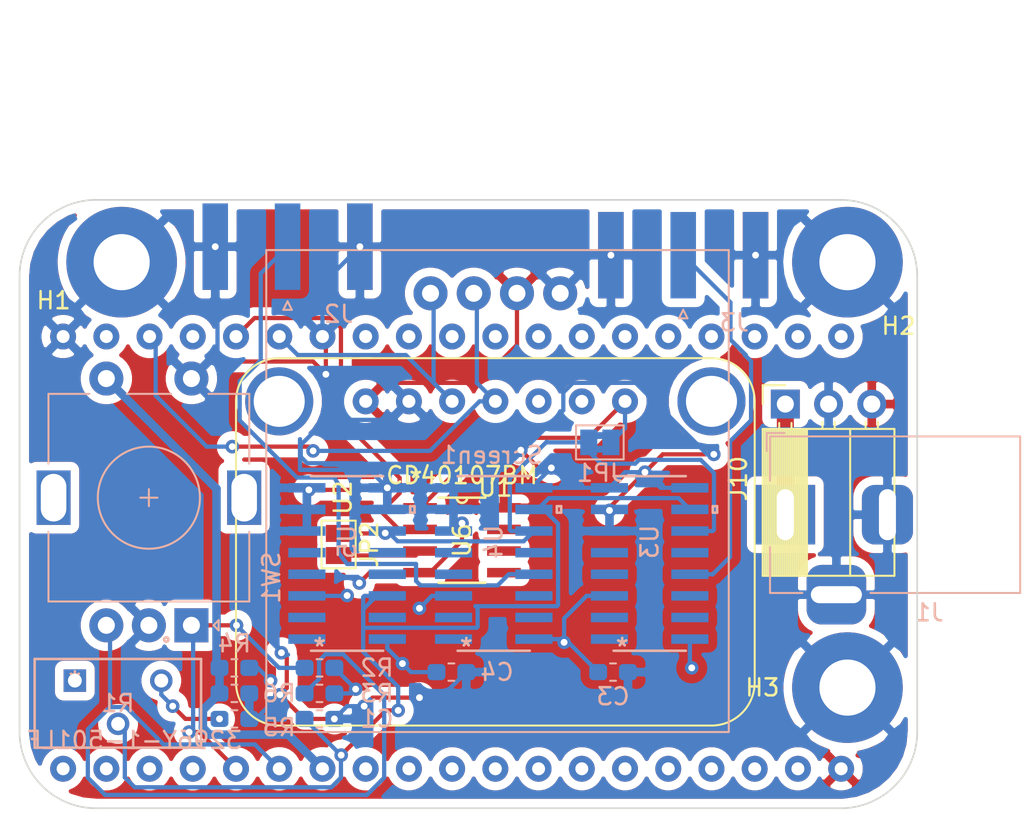
<source format=kicad_pcb>
(kicad_pcb (version 20171130) (host pcbnew "(5.1.6)-1")

  (general
    (thickness 1.6)
    (drawings 8)
    (tracks 279)
    (zones 0)
    (modules 26)
    (nets 73)
  )

  (page A1)
  (title_block
    (title "Golden Wing")
  )

  (layers
    (0 F.Cu signal)
    (31 B.Cu signal)
    (32 B.Adhes user)
    (33 F.Adhes user)
    (34 B.Paste user)
    (35 F.Paste user)
    (36 B.SilkS user)
    (37 F.SilkS user)
    (38 B.Mask user)
    (39 F.Mask user)
    (40 Dwgs.User user)
    (41 Cmts.User user)
    (42 Eco1.User user)
    (43 Eco2.User user)
    (44 Edge.Cuts user)
    (45 Margin user)
    (46 B.CrtYd user)
    (47 F.CrtYd user)
    (48 B.Fab user)
    (49 F.Fab user)
  )

  (setup
    (last_trace_width 0.25)
    (trace_clearance 0.2)
    (zone_clearance 0.508)
    (zone_45_only no)
    (trace_min 0.2)
    (via_size 0.8)
    (via_drill 0.4)
    (via_min_size 0.4)
    (via_min_drill 0.3)
    (uvia_size 0.3)
    (uvia_drill 0.1)
    (uvias_allowed no)
    (uvia_min_size 0.2)
    (uvia_min_drill 0.1)
    (edge_width 0.1)
    (segment_width 0.2)
    (pcb_text_width 0.3)
    (pcb_text_size 1.5 1.5)
    (mod_edge_width 0.15)
    (mod_text_size 1 1)
    (mod_text_width 0.15)
    (pad_size 3.2 3.2)
    (pad_drill 3.2)
    (pad_to_mask_clearance 0)
    (aux_axis_origin 0 0)
    (grid_origin 478.85 280.34)
    (visible_elements 7FFFFFFF)
    (pcbplotparams
      (layerselection 0x010fc_ffffffff)
      (usegerberextensions false)
      (usegerberattributes true)
      (usegerberadvancedattributes true)
      (creategerberjobfile true)
      (excludeedgelayer true)
      (linewidth 0.100000)
      (plotframeref false)
      (viasonmask false)
      (mode 1)
      (useauxorigin false)
      (hpglpennumber 1)
      (hpglpenspeed 20)
      (hpglpendiameter 15.000000)
      (psnegative false)
      (psa4output false)
      (plotreference true)
      (plotvalue true)
      (plotinvisibletext false)
      (padsonsilk false)
      (subtractmaskfromsilk false)
      (outputformat 1)
      (mirror false)
      (drillshape 0)
      (scaleselection 1)
      (outputdirectory "GRBR/HPMI_DAUGHTER_BOARD/"))
  )

  (net 0 "")
  (net 1 CLK)
  (net 2 "Net-(U1-Pad1)")
  (net 3 "Net-(U1-Pad2)")
  (net 4 SCL)
  (net 5 SDA)
  (net 6 "Net-(U2-Pad1)")
  (net 7 "Net-(U2-Pad2)")
  (net 8 "Net-(U2-Pad3)")
  (net 9 "Net-(U2-Pad4)")
  (net 10 "Net-(U2-Pad8)")
  (net 11 "Net-(U2-Pad9)")
  (net 12 "Net-(U2-Pad10)")
  (net 13 "Net-(U2-Pad11)")
  (net 14 "Net-(U2-Pad12)")
  (net 15 "Net-(U2-Pad13)")
  (net 16 "Net-(U2-Pad14)")
  (net 17 "Net-(U2-Pad15)")
  (net 18 "Net-(U2-Pad16)")
  (net 19 "Net-(U2-Pad17)")
  (net 20 "Net-(U2-Pad18)")
  (net 21 "Net-(U2-Pad20)")
  (net 22 "Net-(U2-Pad21)")
  (net 23 "Net-(U2-Pad22)")
  (net 24 "Net-(U2-Pad23)")
  (net 25 "Net-(U2-Pad24)")
  (net 26 "Net-(U2-Pad25)")
  (net 27 "Net-(U2-Pad26)")
  (net 28 "Net-(U2-Pad27)")
  (net 29 "Net-(U2-Pad28)")
  (net 30 "Net-(U2-Pad29)")
  (net 31 "Net-(U2-Pad30)")
  (net 32 "Net-(U2-Pad31)")
  (net 33 "Net-(U2-Pad35)")
  (net 34 "Net-(U2-Pad37)")
  (net 35 GND)
  (net 36 rot_enc_switch)
  (net 37 +12V)
  (net 38 rot_enc_data)
  (net 39 rot_enc_clk)
  (net 40 Y1)
  (net 41 Q)
  (net 42 Q*)
  (net 43 +5VD)
  (net 44 "Net-(R1-Pad1)")
  (net 45 "Net-(R1-Pad3)")
  (net 46 "Net-(U3-Pad1)")
  (net 47 "Net-(U3-Pad2)")
  (net 48 "Net-(U3-Pad4)")
  (net 49 "Net-(U3-Pad5)")
  (net 50 "Net-(U3-Pad12)")
  (net 51 "Net-(U3-Pad14)")
  (net 52 "Net-(U3-Pad15)")
  (net 53 "Net-(U4-Pad1)")
  (net 54 "Net-(U4-Pad2)")
  (net 55 "Net-(U4-Pad4)")
  (net 56 "Net-(U4-Pad5)")
  (net 57 "Net-(U4-Pad12)")
  (net 58 "Net-(U4-Pad14)")
  (net 59 "Net-(U4-Pad15)")
  (net 60 "Net-(U5-Pad15)")
  (net 61 "Net-(U5-Pad13)")
  (net 62 "Net-(U5-Pad12)")
  (net 63 "Net-(U5-Pad5)")
  (net 64 "Net-(U5-Pad4)")
  (net 65 "Net-(U5-Pad2)")
  (net 66 "Net-(U5-Pad1)")
  (net 67 CLK_IN)
  (net 68 "Net-(JP2-Pad2)")
  (net 69 Serial_TX)
  (net 70 "Net-(U6-Pad7)")
  (net 71 "Net-(U6-Pad6)")
  (net 72 "Net-(U6-Pad5)")

  (net_class Default "This is the default net class."
    (clearance 0.2)
    (trace_width 0.25)
    (via_dia 0.8)
    (via_drill 0.4)
    (uvia_dia 0.3)
    (uvia_drill 0.1)
    (add_net +5VD)
    (add_net CLK)
    (add_net CLK_IN)
    (add_net GND)
    (add_net "Net-(JP2-Pad2)")
    (add_net "Net-(R1-Pad1)")
    (add_net "Net-(R1-Pad3)")
    (add_net "Net-(U1-Pad1)")
    (add_net "Net-(U1-Pad2)")
    (add_net "Net-(U2-Pad1)")
    (add_net "Net-(U2-Pad10)")
    (add_net "Net-(U2-Pad11)")
    (add_net "Net-(U2-Pad12)")
    (add_net "Net-(U2-Pad13)")
    (add_net "Net-(U2-Pad14)")
    (add_net "Net-(U2-Pad15)")
    (add_net "Net-(U2-Pad16)")
    (add_net "Net-(U2-Pad17)")
    (add_net "Net-(U2-Pad18)")
    (add_net "Net-(U2-Pad2)")
    (add_net "Net-(U2-Pad20)")
    (add_net "Net-(U2-Pad21)")
    (add_net "Net-(U2-Pad22)")
    (add_net "Net-(U2-Pad23)")
    (add_net "Net-(U2-Pad24)")
    (add_net "Net-(U2-Pad25)")
    (add_net "Net-(U2-Pad26)")
    (add_net "Net-(U2-Pad27)")
    (add_net "Net-(U2-Pad28)")
    (add_net "Net-(U2-Pad29)")
    (add_net "Net-(U2-Pad3)")
    (add_net "Net-(U2-Pad30)")
    (add_net "Net-(U2-Pad31)")
    (add_net "Net-(U2-Pad35)")
    (add_net "Net-(U2-Pad37)")
    (add_net "Net-(U2-Pad4)")
    (add_net "Net-(U2-Pad8)")
    (add_net "Net-(U2-Pad9)")
    (add_net "Net-(U3-Pad1)")
    (add_net "Net-(U3-Pad12)")
    (add_net "Net-(U3-Pad14)")
    (add_net "Net-(U3-Pad15)")
    (add_net "Net-(U3-Pad2)")
    (add_net "Net-(U3-Pad4)")
    (add_net "Net-(U3-Pad5)")
    (add_net "Net-(U4-Pad1)")
    (add_net "Net-(U4-Pad12)")
    (add_net "Net-(U4-Pad14)")
    (add_net "Net-(U4-Pad15)")
    (add_net "Net-(U4-Pad2)")
    (add_net "Net-(U4-Pad4)")
    (add_net "Net-(U4-Pad5)")
    (add_net "Net-(U5-Pad1)")
    (add_net "Net-(U5-Pad12)")
    (add_net "Net-(U5-Pad13)")
    (add_net "Net-(U5-Pad15)")
    (add_net "Net-(U5-Pad2)")
    (add_net "Net-(U5-Pad4)")
    (add_net "Net-(U5-Pad5)")
    (add_net "Net-(U6-Pad5)")
    (add_net "Net-(U6-Pad6)")
    (add_net "Net-(U6-Pad7)")
    (add_net Q)
    (add_net Q*)
    (add_net SCL)
    (add_net SDA)
    (add_net Serial_TX)
    (add_net Y1)
    (add_net rot_enc_clk)
    (add_net rot_enc_data)
  )

  (net_class 12V_Power ""
    (clearance 0.2)
    (trace_width 1)
    (via_dia 1)
    (via_drill 0.6)
    (uvia_dia 0.3)
    (uvia_drill 0.1)
    (add_net +12V)
  )

  (net_class 5V_Power ""
    (clearance 0.2)
    (trace_width 0.5)
    (via_dia 1)
    (via_drill 0.6)
    (uvia_dia 0.3)
    (uvia_drill 0.1)
    (add_net rot_enc_switch)
  )

  (net_class CLK ""
    (clearance 0.2)
    (trace_width 1)
    (via_dia 1)
    (via_drill 0.4)
    (uvia_dia 0.3)
    (uvia_drill 0.1)
  )

  (module CaptainQWiC:ESP32-DevKitC-VB (layer F.Cu) (tedit 5EE59583) (tstamp 5F3964D2)
    (at 323.91 291.77 90)
    (path /5EE6A182)
    (fp_text reference U2 (at 15.93 16.44 90) (layer F.SilkS)
      (effects (font (size 1 1) (thickness 0.15)))
    )
    (fp_text value ESP32-DevKitC-VB (at 15.24 21.59 90) (layer F.Fab)
      (effects (font (size 1 1) (thickness 0.15)))
    )
    (pad 1 thru_hole circle (at 0 0 90) (size 1.524 1.524) (drill 0.762) (layers *.Cu *.Mask)
      (net 6 "Net-(U2-Pad1)"))
    (pad 2 thru_hole circle (at 0 2.54 90) (size 1.524 1.524) (drill 0.762) (layers *.Cu *.Mask)
      (net 7 "Net-(U2-Pad2)"))
    (pad 3 thru_hole circle (at 0 5.08 90) (size 1.524 1.524) (drill 0.762) (layers *.Cu *.Mask)
      (net 8 "Net-(U2-Pad3)"))
    (pad 4 thru_hole circle (at 0 7.62 90) (size 1.524 1.524) (drill 0.762) (layers *.Cu *.Mask)
      (net 9 "Net-(U2-Pad4)"))
    (pad 5 thru_hole circle (at 0 10.16 90) (size 1.524 1.524) (drill 0.762) (layers *.Cu *.Mask)
      (net 39 rot_enc_clk))
    (pad 6 thru_hole circle (at 0 12.7 90) (size 1.524 1.524) (drill 0.762) (layers *.Cu *.Mask)
      (net 38 rot_enc_data))
    (pad 7 thru_hole circle (at 0 15.24 90) (size 1.524 1.524) (drill 0.762) (layers *.Cu *.Mask)
      (net 36 rot_enc_switch))
    (pad 8 thru_hole circle (at 0 17.78 90) (size 1.524 1.524) (drill 0.762) (layers *.Cu *.Mask)
      (net 10 "Net-(U2-Pad8)"))
    (pad 9 thru_hole circle (at 0 20.32 90) (size 1.524 1.524) (drill 0.762) (layers *.Cu *.Mask)
      (net 11 "Net-(U2-Pad9)"))
    (pad 10 thru_hole circle (at 0 22.86 90) (size 1.524 1.524) (drill 0.762) (layers *.Cu *.Mask)
      (net 12 "Net-(U2-Pad10)"))
    (pad 11 thru_hole circle (at 0 25.4 90) (size 1.524 1.524) (drill 0.762) (layers *.Cu *.Mask)
      (net 13 "Net-(U2-Pad11)"))
    (pad 12 thru_hole circle (at 0 27.94 90) (size 1.524 1.524) (drill 0.762) (layers *.Cu *.Mask)
      (net 14 "Net-(U2-Pad12)"))
    (pad 13 thru_hole circle (at 0 30.48 90) (size 1.524 1.524) (drill 0.762) (layers *.Cu *.Mask)
      (net 15 "Net-(U2-Pad13)"))
    (pad 14 thru_hole circle (at 0 33.02 90) (size 1.524 1.524) (drill 0.762) (layers *.Cu *.Mask)
      (net 16 "Net-(U2-Pad14)"))
    (pad 15 thru_hole circle (at 0 35.56 90) (size 1.524 1.524) (drill 0.762) (layers *.Cu *.Mask)
      (net 17 "Net-(U2-Pad15)"))
    (pad 16 thru_hole circle (at 0 38.1 90) (size 1.524 1.524) (drill 0.762) (layers *.Cu *.Mask)
      (net 18 "Net-(U2-Pad16)"))
    (pad 17 thru_hole circle (at 0 40.64 90) (size 1.524 1.524) (drill 0.762) (layers *.Cu *.Mask)
      (net 19 "Net-(U2-Pad17)"))
    (pad 18 thru_hole circle (at 0 43.18 90) (size 1.524 1.524) (drill 0.762) (layers *.Cu *.Mask)
      (net 20 "Net-(U2-Pad18)"))
    (pad 19 thru_hole circle (at 0 45.72 90) (size 1.524 1.524) (drill 0.762) (layers *.Cu *.Mask)
      (net 43 +5VD))
    (pad 20 thru_hole circle (at 25.4 45.72 90) (size 1.524 1.524) (drill 0.762) (layers *.Cu *.Mask)
      (net 21 "Net-(U2-Pad20)"))
    (pad 21 thru_hole circle (at 25.4 43.18 90) (size 1.524 1.524) (drill 0.762) (layers *.Cu *.Mask)
      (net 22 "Net-(U2-Pad21)"))
    (pad 22 thru_hole circle (at 25.4 40.64 90) (size 1.524 1.524) (drill 0.762) (layers *.Cu *.Mask)
      (net 23 "Net-(U2-Pad22)"))
    (pad 23 thru_hole circle (at 25.4 38.1 90) (size 1.524 1.524) (drill 0.762) (layers *.Cu *.Mask)
      (net 24 "Net-(U2-Pad23)"))
    (pad 24 thru_hole circle (at 25.4 35.56 90) (size 1.524 1.524) (drill 0.762) (layers *.Cu *.Mask)
      (net 25 "Net-(U2-Pad24)"))
    (pad 25 thru_hole circle (at 25.4 33.02 90) (size 1.524 1.524) (drill 0.762) (layers *.Cu *.Mask)
      (net 26 "Net-(U2-Pad25)"))
    (pad 26 thru_hole circle (at 25.4 30.48 90) (size 1.524 1.524) (drill 0.762) (layers *.Cu *.Mask)
      (net 27 "Net-(U2-Pad26)"))
    (pad 27 thru_hole circle (at 25.4 27.94 90) (size 1.524 1.524) (drill 0.762) (layers *.Cu *.Mask)
      (net 28 "Net-(U2-Pad27)"))
    (pad 28 thru_hole circle (at 25.4 25.4 90) (size 1.524 1.524) (drill 0.762) (layers *.Cu *.Mask)
      (net 29 "Net-(U2-Pad28)"))
    (pad 29 thru_hole circle (at 25.4 22.86 90) (size 1.524 1.524) (drill 0.762) (layers *.Cu *.Mask)
      (net 30 "Net-(U2-Pad29)"))
    (pad 30 thru_hole circle (at 25.4 20.32 90) (size 1.524 1.524) (drill 0.762) (layers *.Cu *.Mask)
      (net 31 "Net-(U2-Pad30)"))
    (pad 31 thru_hole circle (at 25.4 17.78 90) (size 1.524 1.524) (drill 0.762) (layers *.Cu *.Mask)
      (net 32 "Net-(U2-Pad31)"))
    (pad 32 thru_hole circle (at 25.4 15.24 90) (size 1.524 1.524) (drill 0.762) (layers *.Cu *.Mask)
      (net 35 GND))
    (pad 33 thru_hole circle (at 25.4 12.7 90) (size 1.524 1.524) (drill 0.762) (layers *.Cu *.Mask)
      (net 5 SDA))
    (pad 34 thru_hole circle (at 25.4 10.16 90) (size 1.524 1.524) (drill 0.762) (layers *.Cu *.Mask)
      (net 69 Serial_TX))
    (pad 35 thru_hole circle (at 25.4 7.62 90) (size 1.524 1.524) (drill 0.762) (layers *.Cu *.Mask)
      (net 33 "Net-(U2-Pad35)"))
    (pad 36 thru_hole circle (at 25.4 5.08 90) (size 1.524 1.524) (drill 0.762) (layers *.Cu *.Mask)
      (net 4 SCL))
    (pad 37 thru_hole circle (at 25.4 2.54 90) (size 1.524 1.524) (drill 0.762) (layers *.Cu *.Mask)
      (net 34 "Net-(U2-Pad37)"))
    (pad 38 thru_hole circle (at 25.4 0 90) (size 1.524 1.524) (drill 0.762) (layers *.Cu *.Mask)
      (net 35 GND))
  )

  (module CaptainQWiC:C_0603_1608Metric_Pad1.05x0.95mm_HandSolder (layer B.Cu) (tedit 5B301BBE) (tstamp 5F386F1A)
    (at 338.975 288.84)
    (descr "Capacitor SMD 0603 (1608 Metric), square (rectangular) end terminal, IPC_7351 nominal with elongated pad for handsoldering. (Body size source: http://www.tortai-tech.com/upload/download/2011102023233369053.pdf), generated with kicad-footprint-generator")
    (tags "capacitor handsolder")
    (path /5F3FD500)
    (attr smd)
    (fp_text reference C1 (at 3.375 0) (layer B.SilkS)
      (effects (font (size 1 1) (thickness 0.15)) (justify mirror))
    )
    (fp_text value "100 pF" (at 0 -1.43) (layer B.Fab)
      (effects (font (size 1 1) (thickness 0.15)) (justify mirror))
    )
    (fp_line (start -0.8 -0.4) (end -0.8 0.4) (layer B.Fab) (width 0.1))
    (fp_line (start -0.8 0.4) (end 0.8 0.4) (layer B.Fab) (width 0.1))
    (fp_line (start 0.8 0.4) (end 0.8 -0.4) (layer B.Fab) (width 0.1))
    (fp_line (start 0.8 -0.4) (end -0.8 -0.4) (layer B.Fab) (width 0.1))
    (fp_line (start -0.171267 0.51) (end 0.171267 0.51) (layer B.SilkS) (width 0.12))
    (fp_line (start -0.171267 -0.51) (end 0.171267 -0.51) (layer B.SilkS) (width 0.12))
    (fp_line (start -1.65 -0.73) (end -1.65 0.73) (layer B.CrtYd) (width 0.05))
    (fp_line (start -1.65 0.73) (end 1.65 0.73) (layer B.CrtYd) (width 0.05))
    (fp_line (start 1.65 0.73) (end 1.65 -0.73) (layer B.CrtYd) (width 0.05))
    (fp_line (start 1.65 -0.73) (end -1.65 -0.73) (layer B.CrtYd) (width 0.05))
    (fp_text user %R (at 0 0) (layer B.Fab)
      (effects (font (size 0.4 0.4) (thickness 0.06)) (justify mirror))
    )
    (pad 1 smd roundrect (at -0.875 0) (size 1.05 0.95) (layers B.Cu B.Paste B.Mask) (roundrect_rratio 0.25)
      (net 40 Y1))
    (pad 2 smd roundrect (at 0.875 0) (size 1.05 0.95) (layers B.Cu B.Paste B.Mask) (roundrect_rratio 0.25)
      (net 35 GND))
    (model ${KISYS3DMOD}/Capacitor_SMD.3dshapes/C_0603_1608Metric.wrl
      (at (xyz 0 0 0))
      (scale (xyz 1 1 1))
      (rotate (xyz 0 0 0))
    )
  )

  (module CaptainQWiC:SMA_Amphenol_132289_EdgeMount (layer B.Cu) (tedit 5A1C1810) (tstamp 5F388889)
    (at 337.1 261.09 90)
    (descr http://www.amphenolrf.com/132289.html)
    (tags SMA)
    (path /5EEDEA83)
    (attr smd)
    (fp_text reference J2 (at -3.96 3) (layer B.SilkS)
      (effects (font (size 1 1) (thickness 0.15)) (justify mirror))
    )
    (fp_text value "Trig+ IN" (at 5 -6 270) (layer B.Fab)
      (effects (font (size 1 1) (thickness 0.15)) (justify mirror))
    )
    (fp_line (start -1.91 -5.08) (end 4.445 -5.08) (layer B.Fab) (width 0.1))
    (fp_line (start -1.91 -3.81) (end -1.91 -5.08) (layer B.Fab) (width 0.1))
    (fp_line (start 2.54 -3.81) (end -1.91 -3.81) (layer B.Fab) (width 0.1))
    (fp_line (start 2.54 3.81) (end 2.54 -3.81) (layer B.Fab) (width 0.1))
    (fp_line (start -1.91 3.81) (end 2.54 3.81) (layer B.Fab) (width 0.1))
    (fp_line (start -1.91 5.08) (end -1.91 3.81) (layer B.Fab) (width 0.1))
    (fp_line (start -1.91 5.08) (end 4.445 5.08) (layer B.Fab) (width 0.1))
    (fp_line (start 4.445 3.81) (end 4.445 5.08) (layer B.Fab) (width 0.1))
    (fp_line (start 4.445 -5.08) (end 4.445 -3.81) (layer B.Fab) (width 0.1))
    (fp_line (start 13.97 -3.81) (end 4.445 -3.81) (layer B.Fab) (width 0.1))
    (fp_line (start 13.97 3.81) (end 13.97 -3.81) (layer B.Fab) (width 0.1))
    (fp_line (start 4.445 3.81) (end 13.97 3.81) (layer B.Fab) (width 0.1))
    (fp_line (start -3.04 -5.58) (end -3.04 5.58) (layer F.CrtYd) (width 0.05))
    (fp_line (start 14.47 -5.58) (end -3.04 -5.58) (layer F.CrtYd) (width 0.05))
    (fp_line (start 14.47 5.58) (end 14.47 -5.58) (layer F.CrtYd) (width 0.05))
    (fp_line (start 14.47 5.58) (end -3.04 5.58) (layer F.CrtYd) (width 0.05))
    (fp_line (start -3.04 -5.58) (end -3.04 5.58) (layer B.CrtYd) (width 0.05))
    (fp_line (start 14.47 -5.58) (end -3.04 -5.58) (layer B.CrtYd) (width 0.05))
    (fp_line (start 14.47 5.58) (end 14.47 -5.58) (layer B.CrtYd) (width 0.05))
    (fp_line (start 14.47 5.58) (end -3.04 5.58) (layer B.CrtYd) (width 0.05))
    (fp_line (start 2.54 0.75) (end 3.54 0) (layer B.Fab) (width 0.1))
    (fp_line (start 3.54 0) (end 2.54 -0.75) (layer B.Fab) (width 0.1))
    (fp_line (start -3.21 0) (end -3.71 0.25) (layer B.SilkS) (width 0.12))
    (fp_line (start -3.71 0.25) (end -3.71 -0.25) (layer B.SilkS) (width 0.12))
    (fp_line (start -3.71 -0.25) (end -3.21 0) (layer B.SilkS) (width 0.12))
    (fp_text user %R (at 4.79 0 180) (layer B.Fab)
      (effects (font (size 1 1) (thickness 0.15)) (justify mirror))
    )
    (pad 2 smd rect (at 0 -4.25) (size 1.5 5.08) (layers F.Cu F.Paste F.Mask)
      (net 35 GND))
    (pad 2 smd rect (at 0 4.25) (size 1.5 5.08) (layers F.Cu F.Paste F.Mask)
      (net 35 GND))
    (pad 2 smd rect (at 0 -4.25) (size 1.5 5.08) (layers B.Cu B.Paste B.Mask)
      (net 35 GND))
    (pad 2 smd rect (at 0 4.25) (size 1.5 5.08) (layers B.Cu B.Paste B.Mask)
      (net 35 GND))
    (pad 1 smd rect (at 0 0) (size 1.5 5.08) (layers B.Cu B.Paste B.Mask)
      (net 41 Q))
    (model ${KISYS3DMOD}/Connector_Coaxial.3dshapes/SMA_Amphenol_132289_EdgeMount.wrl
      (at (xyz 0 0 0))
      (scale (xyz 1 1 1))
      (rotate (xyz 0 0 0))
    )
  )

  (module CaptainQWiC:SMA_Amphenol_132289_EdgeMount (layer B.Cu) (tedit 5A1C1810) (tstamp 5F386FA1)
    (at 360.35 261.59 90)
    (descr http://www.amphenolrf.com/132289.html)
    (tags SMA)
    (path /5EEE9AC3)
    (attr smd)
    (fp_text reference J3 (at -3.96 3) (layer B.SilkS)
      (effects (font (size 1 1) (thickness 0.15)) (justify mirror))
    )
    (fp_text value "Trig- IN" (at 5 -6 270) (layer B.Fab)
      (effects (font (size 1 1) (thickness 0.15)) (justify mirror))
    )
    (fp_line (start -3.71 -0.25) (end -3.21 0) (layer B.SilkS) (width 0.12))
    (fp_line (start -3.71 0.25) (end -3.71 -0.25) (layer B.SilkS) (width 0.12))
    (fp_line (start -3.21 0) (end -3.71 0.25) (layer B.SilkS) (width 0.12))
    (fp_line (start 3.54 0) (end 2.54 -0.75) (layer B.Fab) (width 0.1))
    (fp_line (start 2.54 0.75) (end 3.54 0) (layer B.Fab) (width 0.1))
    (fp_line (start 14.47 5.58) (end -3.04 5.58) (layer B.CrtYd) (width 0.05))
    (fp_line (start 14.47 5.58) (end 14.47 -5.58) (layer B.CrtYd) (width 0.05))
    (fp_line (start 14.47 -5.58) (end -3.04 -5.58) (layer B.CrtYd) (width 0.05))
    (fp_line (start -3.04 -5.58) (end -3.04 5.58) (layer B.CrtYd) (width 0.05))
    (fp_line (start 14.47 5.58) (end -3.04 5.58) (layer F.CrtYd) (width 0.05))
    (fp_line (start 14.47 5.58) (end 14.47 -5.58) (layer F.CrtYd) (width 0.05))
    (fp_line (start 14.47 -5.58) (end -3.04 -5.58) (layer F.CrtYd) (width 0.05))
    (fp_line (start -3.04 -5.58) (end -3.04 5.58) (layer F.CrtYd) (width 0.05))
    (fp_line (start 4.445 3.81) (end 13.97 3.81) (layer B.Fab) (width 0.1))
    (fp_line (start 13.97 3.81) (end 13.97 -3.81) (layer B.Fab) (width 0.1))
    (fp_line (start 13.97 -3.81) (end 4.445 -3.81) (layer B.Fab) (width 0.1))
    (fp_line (start 4.445 -5.08) (end 4.445 -3.81) (layer B.Fab) (width 0.1))
    (fp_line (start 4.445 3.81) (end 4.445 5.08) (layer B.Fab) (width 0.1))
    (fp_line (start -1.91 5.08) (end 4.445 5.08) (layer B.Fab) (width 0.1))
    (fp_line (start -1.91 5.08) (end -1.91 3.81) (layer B.Fab) (width 0.1))
    (fp_line (start -1.91 3.81) (end 2.54 3.81) (layer B.Fab) (width 0.1))
    (fp_line (start 2.54 3.81) (end 2.54 -3.81) (layer B.Fab) (width 0.1))
    (fp_line (start 2.54 -3.81) (end -1.91 -3.81) (layer B.Fab) (width 0.1))
    (fp_line (start -1.91 -3.81) (end -1.91 -5.08) (layer B.Fab) (width 0.1))
    (fp_line (start -1.91 -5.08) (end 4.445 -5.08) (layer B.Fab) (width 0.1))
    (fp_text user %R (at 4.79 0 180) (layer B.Fab)
      (effects (font (size 1 1) (thickness 0.15)) (justify mirror))
    )
    (pad 1 smd rect (at 0 0) (size 1.5 5.08) (layers B.Cu B.Paste B.Mask)
      (net 42 Q*))
    (pad 2 smd rect (at 0 4.25) (size 1.5 5.08) (layers B.Cu B.Paste B.Mask)
      (net 35 GND))
    (pad 2 smd rect (at 0 -4.25) (size 1.5 5.08) (layers B.Cu B.Paste B.Mask)
      (net 35 GND))
    (pad 2 smd rect (at 0 4.25) (size 1.5 5.08) (layers F.Cu F.Paste F.Mask)
      (net 35 GND))
    (pad 2 smd rect (at 0 -4.25) (size 1.5 5.08) (layers F.Cu F.Paste F.Mask)
      (net 35 GND))
    (model ${KISYS3DMOD}/Connector_Coaxial.3dshapes/SMA_Amphenol_132289_EdgeMount.wrl
      (at (xyz 0 0 0))
      (scale (xyz 1 1 1))
      (rotate (xyz 0 0 0))
    )
  )

  (module CaptainQWiC:PinSocket_1x03_P2.54mm_Horizontal (layer F.Cu) (tedit 5A19A429) (tstamp 5F386FDE)
    (at 366.35 270.34 90)
    (descr "Through hole angled socket strip, 1x03, 2.54mm pitch, 8.51mm socket length, single row (from Kicad 4.0.7), script generated")
    (tags "Through hole angled socket strip THT 1x03 2.54mm single row")
    (path /5EDB8770)
    (fp_text reference J10 (at -4.38 -2.77 90) (layer F.SilkS)
      (effects (font (size 1 1) (thickness 0.15)))
    )
    (fp_text value "12V to 5V DC" (at -4.38 7.85 90) (layer F.Fab)
      (effects (font (size 1 1) (thickness 0.15)))
    )
    (fp_line (start -10.03 -1.27) (end -2.49 -1.27) (layer F.Fab) (width 0.1))
    (fp_line (start -2.49 -1.27) (end -1.52 -0.3) (layer F.Fab) (width 0.1))
    (fp_line (start -1.52 -0.3) (end -1.52 6.35) (layer F.Fab) (width 0.1))
    (fp_line (start -1.52 6.35) (end -10.03 6.35) (layer F.Fab) (width 0.1))
    (fp_line (start -10.03 6.35) (end -10.03 -1.27) (layer F.Fab) (width 0.1))
    (fp_line (start 0 -0.3) (end -1.52 -0.3) (layer F.Fab) (width 0.1))
    (fp_line (start -1.52 0.3) (end 0 0.3) (layer F.Fab) (width 0.1))
    (fp_line (start 0 0.3) (end 0 -0.3) (layer F.Fab) (width 0.1))
    (fp_line (start 0 2.24) (end -1.52 2.24) (layer F.Fab) (width 0.1))
    (fp_line (start -1.52 2.84) (end 0 2.84) (layer F.Fab) (width 0.1))
    (fp_line (start 0 2.84) (end 0 2.24) (layer F.Fab) (width 0.1))
    (fp_line (start 0 4.78) (end -1.52 4.78) (layer F.Fab) (width 0.1))
    (fp_line (start -1.52 5.38) (end 0 5.38) (layer F.Fab) (width 0.1))
    (fp_line (start 0 5.38) (end 0 4.78) (layer F.Fab) (width 0.1))
    (fp_line (start -10.09 -1.21) (end -1.46 -1.21) (layer F.SilkS) (width 0.12))
    (fp_line (start -10.09 -1.091905) (end -1.46 -1.091905) (layer F.SilkS) (width 0.12))
    (fp_line (start -10.09 -0.97381) (end -1.46 -0.97381) (layer F.SilkS) (width 0.12))
    (fp_line (start -10.09 -0.855715) (end -1.46 -0.855715) (layer F.SilkS) (width 0.12))
    (fp_line (start -10.09 -0.73762) (end -1.46 -0.73762) (layer F.SilkS) (width 0.12))
    (fp_line (start -10.09 -0.619525) (end -1.46 -0.619525) (layer F.SilkS) (width 0.12))
    (fp_line (start -10.09 -0.50143) (end -1.46 -0.50143) (layer F.SilkS) (width 0.12))
    (fp_line (start -10.09 -0.383335) (end -1.46 -0.383335) (layer F.SilkS) (width 0.12))
    (fp_line (start -10.09 -0.26524) (end -1.46 -0.26524) (layer F.SilkS) (width 0.12))
    (fp_line (start -10.09 -0.147145) (end -1.46 -0.147145) (layer F.SilkS) (width 0.12))
    (fp_line (start -10.09 -0.02905) (end -1.46 -0.02905) (layer F.SilkS) (width 0.12))
    (fp_line (start -10.09 0.089045) (end -1.46 0.089045) (layer F.SilkS) (width 0.12))
    (fp_line (start -10.09 0.20714) (end -1.46 0.20714) (layer F.SilkS) (width 0.12))
    (fp_line (start -10.09 0.325235) (end -1.46 0.325235) (layer F.SilkS) (width 0.12))
    (fp_line (start -10.09 0.44333) (end -1.46 0.44333) (layer F.SilkS) (width 0.12))
    (fp_line (start -10.09 0.561425) (end -1.46 0.561425) (layer F.SilkS) (width 0.12))
    (fp_line (start -10.09 0.67952) (end -1.46 0.67952) (layer F.SilkS) (width 0.12))
    (fp_line (start -10.09 0.797615) (end -1.46 0.797615) (layer F.SilkS) (width 0.12))
    (fp_line (start -10.09 0.91571) (end -1.46 0.91571) (layer F.SilkS) (width 0.12))
    (fp_line (start -10.09 1.033805) (end -1.46 1.033805) (layer F.SilkS) (width 0.12))
    (fp_line (start -10.09 1.1519) (end -1.46 1.1519) (layer F.SilkS) (width 0.12))
    (fp_line (start -1.46 -0.36) (end -1.11 -0.36) (layer F.SilkS) (width 0.12))
    (fp_line (start -1.46 0.36) (end -1.11 0.36) (layer F.SilkS) (width 0.12))
    (fp_line (start -1.46 2.18) (end -1.05 2.18) (layer F.SilkS) (width 0.12))
    (fp_line (start -1.46 2.9) (end -1.05 2.9) (layer F.SilkS) (width 0.12))
    (fp_line (start -1.46 4.72) (end -1.05 4.72) (layer F.SilkS) (width 0.12))
    (fp_line (start -1.46 5.44) (end -1.05 5.44) (layer F.SilkS) (width 0.12))
    (fp_line (start -10.09 1.27) (end -1.46 1.27) (layer F.SilkS) (width 0.12))
    (fp_line (start -10.09 3.81) (end -1.46 3.81) (layer F.SilkS) (width 0.12))
    (fp_line (start -10.09 -1.33) (end -1.46 -1.33) (layer F.SilkS) (width 0.12))
    (fp_line (start -1.46 -1.33) (end -1.46 6.41) (layer F.SilkS) (width 0.12))
    (fp_line (start -10.09 6.41) (end -1.46 6.41) (layer F.SilkS) (width 0.12))
    (fp_line (start -10.09 -1.33) (end -10.09 6.41) (layer F.SilkS) (width 0.12))
    (fp_line (start 1.11 -1.33) (end 1.11 0) (layer F.SilkS) (width 0.12))
    (fp_line (start 0 -1.33) (end 1.11 -1.33) (layer F.SilkS) (width 0.12))
    (fp_line (start 1.75 -1.8) (end -10.55 -1.8) (layer F.CrtYd) (width 0.05))
    (fp_line (start -10.55 -1.8) (end -10.55 6.85) (layer F.CrtYd) (width 0.05))
    (fp_line (start -10.55 6.85) (end 1.75 6.85) (layer F.CrtYd) (width 0.05))
    (fp_line (start 1.75 6.85) (end 1.75 -1.8) (layer F.CrtYd) (width 0.05))
    (fp_text user %R (at -5.775 2.54 90) (layer F.Fab)
      (effects (font (size 1 1) (thickness 0.15)))
    )
    (pad 3 thru_hole oval (at 0 5.08 90) (size 1.7 1.7) (drill 1) (layers *.Cu *.Mask)
      (net 43 +5VD))
    (pad 2 thru_hole oval (at 0 2.54 90) (size 1.7 1.7) (drill 1) (layers *.Cu *.Mask)
      (net 35 GND))
    (pad 1 thru_hole rect (at 0 0 90) (size 1.7 1.7) (drill 1) (layers *.Cu *.Mask)
      (net 37 +12V))
    (model ${KISYS3DMOD}/Connector_PinSocket_2.54mm.3dshapes/PinSocket_1x03_P2.54mm_Horizontal.wrl
      (at (xyz 0 0 0))
      (scale (xyz 1 1 1))
      (rotate (xyz 0 0 0))
    )
  )

  (module CaptainQWiC:3296Y-1-501LF (layer B.Cu) (tedit 0) (tstamp 5F395955)
    (at 324.6 286.59)
    (path /5F466497)
    (fp_text reference R1 (at 2.5273 1.3335) (layer B.SilkS)
      (effects (font (size 1 1) (thickness 0.15)) (justify mirror))
    )
    (fp_text value 3296Y-1-501LF (at 3.5 3.5) (layer B.SilkS)
      (effects (font (size 1 1) (thickness 0.15)) (justify mirror))
    )
    (fp_line (start -2.3622 -1.27) (end 7.4168 -1.27) (layer B.SilkS) (width 0.1524))
    (fp_line (start 7.4168 -1.27) (end 7.4168 3.937) (layer B.SilkS) (width 0.1524))
    (fp_line (start 7.4168 3.937) (end -2.3622 3.937) (layer B.SilkS) (width 0.1524))
    (fp_line (start -2.3622 3.937) (end -2.3622 -1.27) (layer B.SilkS) (width 0.1524))
    (fp_line (start -2.2352 -1.143) (end 7.2898 -1.143) (layer B.Fab) (width 0.1524))
    (fp_line (start 7.2898 -1.143) (end 7.2898 3.81) (layer B.Fab) (width 0.1524))
    (fp_line (start 7.2898 3.81) (end -2.2352 3.81) (layer B.Fab) (width 0.1524))
    (fp_line (start -2.2352 3.81) (end -2.2352 -1.143) (layer B.Fab) (width 0.1524))
    (fp_line (start -2.4892 -1.397) (end -2.4892 4.064) (layer B.CrtYd) (width 0.1524))
    (fp_line (start -2.4892 4.064) (end 7.5438 4.064) (layer B.CrtYd) (width 0.1524))
    (fp_line (start 7.5438 4.064) (end 7.5438 -1.397) (layer B.CrtYd) (width 0.1524))
    (fp_line (start 7.5438 -1.397) (end -2.4892 -1.397) (layer B.CrtYd) (width 0.1524))
    (fp_circle (center 5.3721 -0.635) (end 5.4991 -0.635) (layer B.Fab) (width 0.1524))
    (fp_circle (center 5.3721 -2.413) (end 5.4991 -2.413) (layer B.SilkS) (width 0.1524))
    (fp_circle (center -0.9652 2.54) (end 0.0508 2.54) (layer B.Fab) (width 0.1524))
    (fp_text user * (at 0 0) (layer B.Fab)
      (effects (font (size 1 1) (thickness 0.15)) (justify mirror))
    )
    (fp_text user * (at 0 0) (layer B.SilkS)
      (effects (font (size 1 1) (thickness 0.15)) (justify mirror))
    )
    (fp_text user "Copyright 2016 Accelerated Designs. All rights reserved." (at 0 0) (layer Cmts.User)
      (effects (font (size 0.127 0.127) (thickness 0.002)))
    )
    (pad 1 thru_hole circle (at 5.08 0) (size 1.3208 1.3208) (drill 0.8128) (layers *.Cu *.Mask)
      (net 44 "Net-(R1-Pad1)"))
    (pad 2 thru_hole circle (at 2.54 2.54) (size 1.3208 1.3208) (drill 0.8128) (layers *.Cu *.Mask)
      (net 40 Y1))
    (pad 3 thru_hole rect (at 0 0) (size 1.3208 1.3208) (drill 0.8128) (layers *.Cu *.Mask)
      (net 45 "Net-(R1-Pad3)"))
  )

  (module CaptainQWiC:R_0603_1608Metric_Pad1.05x0.95mm_HandSolder (layer B.Cu) (tedit 5B301BBD) (tstamp 5F396C9C)
    (at 338.975 285.84 180)
    (descr "Resistor SMD 0603 (1608 Metric), square (rectangular) end terminal, IPC_7351 nominal with elongated pad for handsoldering. (Body size source: http://www.tortai-tech.com/upload/download/2011102023233369053.pdf), generated with kicad-footprint-generator")
    (tags "resistor handsolder")
    (path /5EEE6AFD)
    (attr smd)
    (fp_text reference R2 (at -3.375 0 180) (layer B.SilkS)
      (effects (font (size 1 1) (thickness 0.15)) (justify mirror))
    )
    (fp_text value 10k (at 0 -1.43 180) (layer B.Fab)
      (effects (font (size 1 1) (thickness 0.15)) (justify mirror))
    )
    (fp_line (start -0.8 -0.4) (end -0.8 0.4) (layer B.Fab) (width 0.1))
    (fp_line (start -0.8 0.4) (end 0.8 0.4) (layer B.Fab) (width 0.1))
    (fp_line (start 0.8 0.4) (end 0.8 -0.4) (layer B.Fab) (width 0.1))
    (fp_line (start 0.8 -0.4) (end -0.8 -0.4) (layer B.Fab) (width 0.1))
    (fp_line (start -0.171267 0.51) (end 0.171267 0.51) (layer B.SilkS) (width 0.12))
    (fp_line (start -0.171267 -0.51) (end 0.171267 -0.51) (layer B.SilkS) (width 0.12))
    (fp_line (start -1.65 -0.73) (end -1.65 0.73) (layer B.CrtYd) (width 0.05))
    (fp_line (start -1.65 0.73) (end 1.65 0.73) (layer B.CrtYd) (width 0.05))
    (fp_line (start 1.65 0.73) (end 1.65 -0.73) (layer B.CrtYd) (width 0.05))
    (fp_line (start 1.65 -0.73) (end -1.65 -0.73) (layer B.CrtYd) (width 0.05))
    (fp_text user %R (at 0 0 180) (layer B.Fab)
      (effects (font (size 0.4 0.4) (thickness 0.06)) (justify mirror))
    )
    (pad 1 smd roundrect (at -0.875 0 180) (size 1.05 0.95) (layers B.Cu B.Paste B.Mask) (roundrect_rratio 0.25)
      (net 43 +5VD))
    (pad 2 smd roundrect (at 0.875 0 180) (size 1.05 0.95) (layers B.Cu B.Paste B.Mask) (roundrect_rratio 0.25)
      (net 39 rot_enc_clk))
    (model ${KISYS3DMOD}/Resistor_SMD.3dshapes/R_0603_1608Metric.wrl
      (at (xyz 0 0 0))
      (scale (xyz 1 1 1))
      (rotate (xyz 0 0 0))
    )
  )

  (module CaptainQWiC:R_0603_1608Metric_Pad1.05x0.95mm_HandSolder (layer B.Cu) (tedit 5B301BBD) (tstamp 5F394660)
    (at 338.975 287.34 180)
    (descr "Resistor SMD 0603 (1608 Metric), square (rectangular) end terminal, IPC_7351 nominal with elongated pad for handsoldering. (Body size source: http://www.tortai-tech.com/upload/download/2011102023233369053.pdf), generated with kicad-footprint-generator")
    (tags "resistor handsolder")
    (path /5EEE944A)
    (attr smd)
    (fp_text reference R3 (at -3.375 0 180) (layer B.SilkS)
      (effects (font (size 1 1) (thickness 0.15)) (justify mirror))
    )
    (fp_text value 10k (at 0 -1.43 180) (layer B.Fab)
      (effects (font (size 1 1) (thickness 0.15)) (justify mirror))
    )
    (fp_line (start -0.8 -0.4) (end -0.8 0.4) (layer B.Fab) (width 0.1))
    (fp_line (start -0.8 0.4) (end 0.8 0.4) (layer B.Fab) (width 0.1))
    (fp_line (start 0.8 0.4) (end 0.8 -0.4) (layer B.Fab) (width 0.1))
    (fp_line (start 0.8 -0.4) (end -0.8 -0.4) (layer B.Fab) (width 0.1))
    (fp_line (start -0.171267 0.51) (end 0.171267 0.51) (layer B.SilkS) (width 0.12))
    (fp_line (start -0.171267 -0.51) (end 0.171267 -0.51) (layer B.SilkS) (width 0.12))
    (fp_line (start -1.65 -0.73) (end -1.65 0.73) (layer B.CrtYd) (width 0.05))
    (fp_line (start -1.65 0.73) (end 1.65 0.73) (layer B.CrtYd) (width 0.05))
    (fp_line (start 1.65 0.73) (end 1.65 -0.73) (layer B.CrtYd) (width 0.05))
    (fp_line (start 1.65 -0.73) (end -1.65 -0.73) (layer B.CrtYd) (width 0.05))
    (fp_text user %R (at 0 0 180) (layer B.Fab)
      (effects (font (size 0.4 0.4) (thickness 0.06)) (justify mirror))
    )
    (pad 1 smd roundrect (at -0.875 0 180) (size 1.05 0.95) (layers B.Cu B.Paste B.Mask) (roundrect_rratio 0.25)
      (net 43 +5VD))
    (pad 2 smd roundrect (at 0.875 0 180) (size 1.05 0.95) (layers B.Cu B.Paste B.Mask) (roundrect_rratio 0.25)
      (net 38 rot_enc_data))
    (model ${KISYS3DMOD}/Resistor_SMD.3dshapes/R_0603_1608Metric.wrl
      (at (xyz 0 0 0))
      (scale (xyz 1 1 1))
      (rotate (xyz 0 0 0))
    )
  )

  (module CaptainQWiC:R_0603_1608Metric_Pad1.05x0.95mm_HandSolder (layer B.Cu) (tedit 5B301BBD) (tstamp 5F396EAA)
    (at 333.975 285.84 180)
    (descr "Resistor SMD 0603 (1608 Metric), square (rectangular) end terminal, IPC_7351 nominal with elongated pad for handsoldering. (Body size source: http://www.tortai-tech.com/upload/download/2011102023233369053.pdf), generated with kicad-footprint-generator")
    (tags "resistor handsolder")
    (path /5EF00580)
    (attr smd)
    (fp_text reference R4 (at 0 1.43) (layer B.SilkS)
      (effects (font (size 1 1) (thickness 0.15)) (justify mirror))
    )
    (fp_text value 10k (at 0 -1.43) (layer B.Fab)
      (effects (font (size 1 1) (thickness 0.15)) (justify mirror))
    )
    (fp_line (start 1.65 -0.73) (end -1.65 -0.73) (layer B.CrtYd) (width 0.05))
    (fp_line (start 1.65 0.73) (end 1.65 -0.73) (layer B.CrtYd) (width 0.05))
    (fp_line (start -1.65 0.73) (end 1.65 0.73) (layer B.CrtYd) (width 0.05))
    (fp_line (start -1.65 -0.73) (end -1.65 0.73) (layer B.CrtYd) (width 0.05))
    (fp_line (start -0.171267 -0.51) (end 0.171267 -0.51) (layer B.SilkS) (width 0.12))
    (fp_line (start -0.171267 0.51) (end 0.171267 0.51) (layer B.SilkS) (width 0.12))
    (fp_line (start 0.8 -0.4) (end -0.8 -0.4) (layer B.Fab) (width 0.1))
    (fp_line (start 0.8 0.4) (end 0.8 -0.4) (layer B.Fab) (width 0.1))
    (fp_line (start -0.8 0.4) (end 0.8 0.4) (layer B.Fab) (width 0.1))
    (fp_line (start -0.8 -0.4) (end -0.8 0.4) (layer B.Fab) (width 0.1))
    (fp_text user %R (at 0 0) (layer B.Fab)
      (effects (font (size 0.4 0.4) (thickness 0.06)) (justify mirror))
    )
    (pad 2 smd roundrect (at 0.875 0 180) (size 1.05 0.95) (layers B.Cu B.Paste B.Mask) (roundrect_rratio 0.25)
      (net 36 rot_enc_switch))
    (pad 1 smd roundrect (at -0.875 0 180) (size 1.05 0.95) (layers B.Cu B.Paste B.Mask) (roundrect_rratio 0.25)
      (net 43 +5VD))
    (model ${KISYS3DMOD}/Resistor_SMD.3dshapes/R_0603_1608Metric.wrl
      (at (xyz 0 0 0))
      (scale (xyz 1 1 1))
      (rotate (xyz 0 0 0))
    )
  )

  (module CaptainQWiC:R_0603_1608Metric_Pad1.05x0.95mm_HandSolder (layer B.Cu) (tedit 5B301BBD) (tstamp 5F38703B)
    (at 333.975 288.84)
    (descr "Resistor SMD 0603 (1608 Metric), square (rectangular) end terminal, IPC_7351 nominal with elongated pad for handsoldering. (Body size source: http://www.tortai-tech.com/upload/download/2011102023233369053.pdf), generated with kicad-footprint-generator")
    (tags "resistor handsolder")
    (path /5F3FAFF0)
    (attr smd)
    (fp_text reference R5 (at 2.625 0.5 180) (layer B.SilkS)
      (effects (font (size 1 1) (thickness 0.15)) (justify mirror))
    )
    (fp_text value 600 (at 0 -1.43 180) (layer B.Fab)
      (effects (font (size 1 1) (thickness 0.15)) (justify mirror))
    )
    (fp_line (start 1.65 -0.73) (end -1.65 -0.73) (layer B.CrtYd) (width 0.05))
    (fp_line (start 1.65 0.73) (end 1.65 -0.73) (layer B.CrtYd) (width 0.05))
    (fp_line (start -1.65 0.73) (end 1.65 0.73) (layer B.CrtYd) (width 0.05))
    (fp_line (start -1.65 -0.73) (end -1.65 0.73) (layer B.CrtYd) (width 0.05))
    (fp_line (start -0.171267 -0.51) (end 0.171267 -0.51) (layer B.SilkS) (width 0.12))
    (fp_line (start -0.171267 0.51) (end 0.171267 0.51) (layer B.SilkS) (width 0.12))
    (fp_line (start 0.8 -0.4) (end -0.8 -0.4) (layer B.Fab) (width 0.1))
    (fp_line (start 0.8 0.4) (end 0.8 -0.4) (layer B.Fab) (width 0.1))
    (fp_line (start -0.8 0.4) (end 0.8 0.4) (layer B.Fab) (width 0.1))
    (fp_line (start -0.8 -0.4) (end -0.8 0.4) (layer B.Fab) (width 0.1))
    (fp_text user %R (at 0 0 180) (layer B.Fab)
      (effects (font (size 0.4 0.4) (thickness 0.06)) (justify mirror))
    )
    (pad 2 smd roundrect (at 0.875 0) (size 1.05 0.95) (layers B.Cu B.Paste B.Mask) (roundrect_rratio 0.25)
      (net 35 GND))
    (pad 1 smd roundrect (at -0.875 0) (size 1.05 0.95) (layers B.Cu B.Paste B.Mask) (roundrect_rratio 0.25)
      (net 44 "Net-(R1-Pad1)"))
    (model ${KISYS3DMOD}/Resistor_SMD.3dshapes/R_0603_1608Metric.wrl
      (at (xyz 0 0 0))
      (scale (xyz 1 1 1))
      (rotate (xyz 0 0 0))
    )
  )

  (module CaptainQWiC:R_0603_1608Metric_Pad1.05x0.95mm_HandSolder (layer B.Cu) (tedit 5B301BBD) (tstamp 5F38704C)
    (at 333.975 287.34 180)
    (descr "Resistor SMD 0603 (1608 Metric), square (rectangular) end terminal, IPC_7351 nominal with elongated pad for handsoldering. (Body size source: http://www.tortai-tech.com/upload/download/2011102023233369053.pdf), generated with kicad-footprint-generator")
    (tags "resistor handsolder")
    (path /5F3BE510)
    (attr smd)
    (fp_text reference R6 (at -2.625 0) (layer B.SilkS)
      (effects (font (size 1 1) (thickness 0.15)) (justify mirror))
    )
    (fp_text value 15k (at 0 -1.43) (layer B.Fab)
      (effects (font (size 1 1) (thickness 0.15)) (justify mirror))
    )
    (fp_line (start -0.8 -0.4) (end -0.8 0.4) (layer B.Fab) (width 0.1))
    (fp_line (start -0.8 0.4) (end 0.8 0.4) (layer B.Fab) (width 0.1))
    (fp_line (start 0.8 0.4) (end 0.8 -0.4) (layer B.Fab) (width 0.1))
    (fp_line (start 0.8 -0.4) (end -0.8 -0.4) (layer B.Fab) (width 0.1))
    (fp_line (start -0.171267 0.51) (end 0.171267 0.51) (layer B.SilkS) (width 0.12))
    (fp_line (start -0.171267 -0.51) (end 0.171267 -0.51) (layer B.SilkS) (width 0.12))
    (fp_line (start -1.65 -0.73) (end -1.65 0.73) (layer B.CrtYd) (width 0.05))
    (fp_line (start -1.65 0.73) (end 1.65 0.73) (layer B.CrtYd) (width 0.05))
    (fp_line (start 1.65 0.73) (end 1.65 -0.73) (layer B.CrtYd) (width 0.05))
    (fp_line (start 1.65 -0.73) (end -1.65 -0.73) (layer B.CrtYd) (width 0.05))
    (fp_text user %R (at 0 0) (layer B.Fab)
      (effects (font (size 0.4 0.4) (thickness 0.06)) (justify mirror))
    )
    (pad 1 smd roundrect (at -0.875 0 180) (size 1.05 0.95) (layers B.Cu B.Paste B.Mask) (roundrect_rratio 0.25)
      (net 35 GND))
    (pad 2 smd roundrect (at 0.875 0 180) (size 1.05 0.95) (layers B.Cu B.Paste B.Mask) (roundrect_rratio 0.25)
      (net 36 rot_enc_switch))
    (model ${KISYS3DMOD}/Resistor_SMD.3dshapes/R_0603_1608Metric.wrl
      (at (xyz 0 0 0))
      (scale (xyz 1 1 1))
      (rotate (xyz 0 0 0))
    )
  )

  (module CaptainQWiC:SSD1306Module (layer B.Cu) (tedit 5EEBD852) (tstamp 5F387058)
    (at 353.12 263.83 180)
    (path /5EEC68EB)
    (fp_text reference Screen1 (at 4.02 -9.51) (layer B.SilkS)
      (effects (font (size 1 1) (thickness 0.15)) (justify mirror))
    )
    (fp_text value SSD1306_Module (at 3.683 -8.636) (layer B.Fab)
      (effects (font (size 1 1) (thickness 0.15)) (justify mirror))
    )
    (fp_line (start -9.906 2.54) (end 17.272 2.54) (layer B.SilkS) (width 0.12))
    (fp_line (start 17.272 2.54) (end 17.272 -25.781) (layer B.SilkS) (width 0.12))
    (fp_line (start 17.272 -25.781) (end -9.906 -25.781) (layer B.SilkS) (width 0.12))
    (fp_line (start -9.906 -25.781) (end -9.906 2.54) (layer B.SilkS) (width 0.12))
    (pad 1 thru_hole circle (at 0 0 180) (size 2 2) (drill 1) (layers *.Cu *.Mask)
      (net 35 GND))
    (pad 2 thru_hole circle (at 2.54 0 180) (size 2 2) (drill 1) (layers *.Cu *.Mask)
      (net 43 +5VD))
    (pad 3 thru_hole circle (at 5.08 0 180) (size 2 2) (drill 1) (layers *.Cu *.Mask)
      (net 4 SCL))
    (pad 4 thru_hole circle (at 7.62 0 180) (size 2 2) (drill 1) (layers *.Cu *.Mask)
      (net 5 SDA))
    (model "${KIPRJMOD}/3D Cad Files/SSD1306 Oled/OLED-128x64-0.96.step"
      (offset (xyz 38.15 -7.2 4))
      (scale (xyz 1 1 1))
      (rotate (xyz 0 0 0))
    )
  )

  (module CaptainQWiC:RotaryEncoder_Alps_EC11E-Switch_Vertical_H20mm (layer B.Cu) (tedit 5EEBDABE) (tstamp 5F395D70)
    (at 331.45 283.34 90)
    (descr "Alps rotary encoder, EC12E... with switch, vertical shaft, http://www.alps.com/prod/info/E/HTML/Encoder/Incremental/EC11/EC11E15204A3.html")
    (tags "rotary encoder")
    (path /5EEE0405)
    (fp_text reference SW1 (at 2.8 4.7 90) (layer B.SilkS)
      (effects (font (size 1 1) (thickness 0.15)) (justify mirror))
    )
    (fp_text value Rotary_Encoder_Switch (at 7.5 -10.4 90) (layer B.Fab)
      (effects (font (size 1 1) (thickness 0.15)) (justify mirror))
    )
    (fp_line (start 7 -2.5) (end 8 -2.5) (layer B.SilkS) (width 0.12))
    (fp_line (start 7.5 -2) (end 7.5 -3) (layer B.SilkS) (width 0.12))
    (fp_line (start 13.6 -6) (end 13.6 -8.4) (layer B.SilkS) (width 0.12))
    (fp_line (start 13.6 -1.2) (end 13.6 -3.8) (layer B.SilkS) (width 0.12))
    (fp_line (start 13.6 3.4) (end 13.6 1) (layer B.SilkS) (width 0.12))
    (fp_line (start 4.5 -2.5) (end 10.5 -2.5) (layer B.Fab) (width 0.12))
    (fp_line (start 7.5 0.5) (end 7.5 -5.5) (layer B.Fab) (width 0.12))
    (fp_line (start 0.3 1.6) (end 0 1.3) (layer B.SilkS) (width 0.12))
    (fp_line (start -0.3 1.6) (end 0.3 1.6) (layer B.SilkS) (width 0.12))
    (fp_line (start 0 1.3) (end -0.3 1.6) (layer B.SilkS) (width 0.12))
    (fp_line (start 1.4 3.4) (end 1.4 -8.4) (layer B.SilkS) (width 0.12))
    (fp_line (start 5.5 3.4) (end 1.4 3.4) (layer B.SilkS) (width 0.12))
    (fp_line (start 5.5 -8.4) (end 1.4 -8.4) (layer B.SilkS) (width 0.12))
    (fp_line (start 13.6 -8.4) (end 9.5 -8.4) (layer B.SilkS) (width 0.12))
    (fp_line (start 9.5 3.4) (end 13.6 3.4) (layer B.SilkS) (width 0.12))
    (fp_line (start 1.5 2.2) (end 2.5 3.3) (layer B.Fab) (width 0.12))
    (fp_line (start 1.5 -8.3) (end 1.5 2.2) (layer B.Fab) (width 0.12))
    (fp_line (start 13.5 -8.3) (end 1.5 -8.3) (layer B.Fab) (width 0.12))
    (fp_line (start 13.5 3.3) (end 13.5 -8.3) (layer B.Fab) (width 0.12))
    (fp_line (start 2.5 3.3) (end 13.5 3.3) (layer B.Fab) (width 0.12))
    (fp_line (start -1.5 4.6) (end 16 4.6) (layer B.CrtYd) (width 0.05))
    (fp_line (start -1.5 4.6) (end -1.5 -9.6) (layer B.CrtYd) (width 0.05))
    (fp_line (start 16 -9.6) (end 16 4.6) (layer B.CrtYd) (width 0.05))
    (fp_line (start 16 -9.6) (end -1.5 -9.6) (layer B.CrtYd) (width 0.05))
    (fp_circle (center 7.5 -2.5) (end 10.5 -2.5) (layer B.SilkS) (width 0.12))
    (fp_circle (center 7.5 -2.5) (end 10.5 -2.5) (layer B.Fab) (width 0.12))
    (fp_text user %R (at 11.1 -6.3 90) (layer B.Fab)
      (effects (font (size 1 1) (thickness 0.15)) (justify mirror))
    )
    (pad S1 thru_hole circle (at 14.5 -5 90) (size 2 2) (drill 1) (layers *.Cu *.Mask)
      (net 36 rot_enc_switch))
    (pad S2 thru_hole circle (at 14.5 0 90) (size 2 2) (drill 1) (layers *.Cu *.Mask)
      (net 35 GND))
    (pad MP thru_hole rect (at 7.5 -8.1 90) (size 3.2 2) (drill oval 2.8 1.5) (layers *.Cu *.Mask))
    (pad MP thru_hole rect (at 7.5 3.1 90) (size 3.2 2) (drill oval 2.8 1.5) (layers *.Cu *.Mask))
    (pad B thru_hole circle (at 0 -5 90) (size 2 2) (drill 1) (layers *.Cu *.Mask)
      (net 38 rot_enc_data))
    (pad C thru_hole circle (at 0 -2.5 90) (size 2 2) (drill 1) (layers *.Cu *.Mask)
      (net 35 GND))
    (pad A thru_hole rect (at 0 0 90) (size 2 2) (drill 1) (layers *.Cu *.Mask)
      (net 39 rot_enc_clk))
    (model ${KISYS3DMOD}/Rotary_Encoder.3dshapes/RotaryEncoder_Alps_EC11E-Switch_Vertical_H20mm.wrl
      (at (xyz 0 0 0))
      (scale (xyz 1 1 1))
      (rotate (xyz 0 0 0))
    )
    (model "${KIPRJMOD}/3D Cad Files/Rotarty Encoder/EC11_Rotary_Encoder_Switched.step"
      (offset (xyz 7.6 -2.5 0))
      (scale (xyz 1 1 1))
      (rotate (xyz 0 0 90))
    )
  )

  (module CaptainQWiC:AdaSi5351 (layer F.Cu) (tedit 5ED674EE) (tstamp 5F39627C)
    (at 349.31 270.18 180)
    (path /5ED7500A)
    (fp_text reference U1 (at 0 -5.08) (layer F.SilkS)
      (effects (font (size 1 1) (thickness 0.15)))
    )
    (fp_text value AdaSi5351 (at 0 -7.62) (layer F.Fab)
      (effects (font (size 1 1) (thickness 0.15)))
    )
    (fp_line (start -12.7 2.54) (end 12.7 2.54) (layer F.SilkS) (width 0.12))
    (fp_line (start -12.7 -19.05) (end 12.7 -19.05) (layer F.SilkS) (width 0.12))
    (fp_line (start 15.24 0) (end 15.24 -16.51) (layer F.SilkS) (width 0.12))
    (fp_line (start -15.24 0) (end -15.24 -16.51) (layer F.SilkS) (width 0.12))
    (fp_arc (start 12.7 0) (end 12.7 2.54) (angle -90) (layer F.SilkS) (width 0.12))
    (fp_arc (start -12.7 0) (end -15.24 0) (angle -90) (layer F.SilkS) (width 0.12))
    (fp_arc (start -12.7 -16.51) (end -12.7 -19.05) (angle -90) (layer F.SilkS) (width 0.12))
    (fp_arc (start 12.7 -16.51) (end 15.24 -16.51) (angle -90) (layer F.SilkS) (width 0.12))
    (pad 0 thru_hole circle (at -7.62 0 180) (size 1.524 1.524) (drill 0.762) (layers *.Cu *.Mask)
      (net 1 CLK))
    (pad 1 thru_hole circle (at -5.08 0 180) (size 1.524 1.524) (drill 0.762) (layers *.Cu *.Mask)
      (net 2 "Net-(U1-Pad1)"))
    (pad 2 thru_hole circle (at -2.54 0 180) (size 1.524 1.524) (drill 0.762) (layers *.Cu *.Mask)
      (net 3 "Net-(U1-Pad2)"))
    (pad 3 thru_hole circle (at 0 0 180) (size 1.524 1.524) (drill 0.762) (layers *.Cu *.Mask)
      (net 4 SCL))
    (pad 4 thru_hole circle (at 2.54 0 180) (size 1.524 1.524) (drill 0.762) (layers *.Cu *.Mask)
      (net 5 SDA))
    (pad 5 thru_hole circle (at 5.08 0 180) (size 1.524 1.524) (drill 0.762) (layers *.Cu *.Mask)
      (net 35 GND))
    (pad 6 thru_hole circle (at 7.62 0 180) (size 1.524 1.524) (drill 0.762) (layers *.Cu *.Mask)
      (net 43 +5VD))
    (pad "" thru_hole circle (at -12.7 0 180) (size 4 4) (drill 3) (layers *.Cu *.Mask))
    (pad "" thru_hole circle (at 12.7 0 180) (size 4 4) (drill 3) (layers *.Cu *.Mask))
  )

  (module CaptainQWiC:SN74LV4051ADR (layer B.Cu) (tedit 5F38090F) (tstamp 5F38AFEF)
    (at 358.3778 279.705)
    (path /5F3CD295)
    (fp_text reference U3 (at 0 -1.27 -90) (layer B.SilkS)
      (effects (font (size 1 1) (thickness 0.15)) (justify mirror))
    )
    (fp_text value SN74LV4051ADR (at 0 3.81 -90) (layer B.Fab)
      (effects (font (size 1 1) (thickness 0.15)) (justify mirror))
    )
    (fp_line (start -1.9939 4.191) (end -1.9939 4.699) (layer B.Fab) (width 0.1524))
    (fp_line (start -1.9939 4.699) (end -3.0988 4.699) (layer B.Fab) (width 0.1524))
    (fp_line (start -3.0988 4.699) (end -3.0988 4.191) (layer B.Fab) (width 0.1524))
    (fp_line (start -3.0988 4.191) (end -1.9939 4.191) (layer B.Fab) (width 0.1524))
    (fp_line (start -1.9939 2.921) (end -1.9939 3.429) (layer B.Fab) (width 0.1524))
    (fp_line (start -1.9939 3.429) (end -3.0988 3.429) (layer B.Fab) (width 0.1524))
    (fp_line (start -3.0988 3.429) (end -3.0988 2.921) (layer B.Fab) (width 0.1524))
    (fp_line (start -3.0988 2.921) (end -1.9939 2.921) (layer B.Fab) (width 0.1524))
    (fp_line (start -1.9939 1.651) (end -1.9939 2.159) (layer B.Fab) (width 0.1524))
    (fp_line (start -1.9939 2.159) (end -3.0988 2.159) (layer B.Fab) (width 0.1524))
    (fp_line (start -3.0988 2.159) (end -3.0988 1.651) (layer B.Fab) (width 0.1524))
    (fp_line (start -3.0988 1.651) (end -1.9939 1.651) (layer B.Fab) (width 0.1524))
    (fp_line (start -1.9939 0.381) (end -1.9939 0.889) (layer B.Fab) (width 0.1524))
    (fp_line (start -1.9939 0.889) (end -3.0988 0.889) (layer B.Fab) (width 0.1524))
    (fp_line (start -3.0988 0.889) (end -3.0988 0.381) (layer B.Fab) (width 0.1524))
    (fp_line (start -3.0988 0.381) (end -1.9939 0.381) (layer B.Fab) (width 0.1524))
    (fp_line (start -1.9939 -0.889) (end -1.9939 -0.381) (layer B.Fab) (width 0.1524))
    (fp_line (start -1.9939 -0.381) (end -3.0988 -0.381) (layer B.Fab) (width 0.1524))
    (fp_line (start -3.0988 -0.381) (end -3.0988 -0.889) (layer B.Fab) (width 0.1524))
    (fp_line (start -3.0988 -0.889) (end -1.9939 -0.889) (layer B.Fab) (width 0.1524))
    (fp_line (start -1.9939 -2.159) (end -1.9939 -1.651) (layer B.Fab) (width 0.1524))
    (fp_line (start -1.9939 -1.651) (end -3.0988 -1.651) (layer B.Fab) (width 0.1524))
    (fp_line (start -3.0988 -1.651) (end -3.0988 -2.159) (layer B.Fab) (width 0.1524))
    (fp_line (start -3.0988 -2.159) (end -1.9939 -2.159) (layer B.Fab) (width 0.1524))
    (fp_line (start -1.9939 -3.429) (end -1.9939 -2.921) (layer B.Fab) (width 0.1524))
    (fp_line (start -1.9939 -2.921) (end -3.0988 -2.921) (layer B.Fab) (width 0.1524))
    (fp_line (start -3.0988 -2.921) (end -3.0988 -3.429) (layer B.Fab) (width 0.1524))
    (fp_line (start -3.0988 -3.429) (end -1.9939 -3.429) (layer B.Fab) (width 0.1524))
    (fp_line (start -1.9939 -4.699) (end -1.9939 -4.191) (layer B.Fab) (width 0.1524))
    (fp_line (start -1.9939 -4.191) (end -3.0988 -4.191) (layer B.Fab) (width 0.1524))
    (fp_line (start -3.0988 -4.191) (end -3.0988 -4.699) (layer B.Fab) (width 0.1524))
    (fp_line (start -3.0988 -4.699) (end -1.9939 -4.699) (layer B.Fab) (width 0.1524))
    (fp_line (start 1.9939 -4.191) (end 1.9939 -4.699) (layer B.Fab) (width 0.1524))
    (fp_line (start 1.9939 -4.699) (end 3.0988 -4.699) (layer B.Fab) (width 0.1524))
    (fp_line (start 3.0988 -4.699) (end 3.0988 -4.191) (layer B.Fab) (width 0.1524))
    (fp_line (start 3.0988 -4.191) (end 1.9939 -4.191) (layer B.Fab) (width 0.1524))
    (fp_line (start 1.9939 -2.921) (end 1.9939 -3.429) (layer B.Fab) (width 0.1524))
    (fp_line (start 1.9939 -3.429) (end 3.0988 -3.429) (layer B.Fab) (width 0.1524))
    (fp_line (start 3.0988 -3.429) (end 3.0988 -2.921) (layer B.Fab) (width 0.1524))
    (fp_line (start 3.0988 -2.921) (end 1.9939 -2.921) (layer B.Fab) (width 0.1524))
    (fp_line (start 1.9939 -1.651) (end 1.9939 -2.159) (layer B.Fab) (width 0.1524))
    (fp_line (start 1.9939 -2.159) (end 3.0988 -2.159) (layer B.Fab) (width 0.1524))
    (fp_line (start 3.0988 -2.159) (end 3.0988 -1.651) (layer B.Fab) (width 0.1524))
    (fp_line (start 3.0988 -1.651) (end 1.9939 -1.651) (layer B.Fab) (width 0.1524))
    (fp_line (start 1.9939 -0.381) (end 1.9939 -0.889) (layer B.Fab) (width 0.1524))
    (fp_line (start 1.9939 -0.889) (end 3.0988 -0.889) (layer B.Fab) (width 0.1524))
    (fp_line (start 3.0988 -0.889) (end 3.0988 -0.381) (layer B.Fab) (width 0.1524))
    (fp_line (start 3.0988 -0.381) (end 1.9939 -0.381) (layer B.Fab) (width 0.1524))
    (fp_line (start 1.9939 0.889) (end 1.9939 0.381) (layer B.Fab) (width 0.1524))
    (fp_line (start 1.9939 0.381) (end 3.0988 0.381) (layer B.Fab) (width 0.1524))
    (fp_line (start 3.0988 0.381) (end 3.0988 0.889) (layer B.Fab) (width 0.1524))
    (fp_line (start 3.0988 0.889) (end 1.9939 0.889) (layer B.Fab) (width 0.1524))
    (fp_line (start 1.9939 2.159) (end 1.9939 1.651) (layer B.Fab) (width 0.1524))
    (fp_line (start 1.9939 1.651) (end 3.0988 1.651) (layer B.Fab) (width 0.1524))
    (fp_line (start 3.0988 1.651) (end 3.0988 2.159) (layer B.Fab) (width 0.1524))
    (fp_line (start 3.0988 2.159) (end 1.9939 2.159) (layer B.Fab) (width 0.1524))
    (fp_line (start 1.9939 3.429) (end 1.9939 2.921) (layer B.Fab) (width 0.1524))
    (fp_line (start 1.9939 2.921) (end 3.0988 2.921) (layer B.Fab) (width 0.1524))
    (fp_line (start 3.0988 2.921) (end 3.0988 3.429) (layer B.Fab) (width 0.1524))
    (fp_line (start 3.0988 3.429) (end 1.9939 3.429) (layer B.Fab) (width 0.1524))
    (fp_line (start 1.9939 4.699) (end 1.9939 4.191) (layer B.Fab) (width 0.1524))
    (fp_line (start 1.9939 4.191) (end 3.0988 4.191) (layer B.Fab) (width 0.1524))
    (fp_line (start 3.0988 4.191) (end 3.0988 4.699) (layer B.Fab) (width 0.1524))
    (fp_line (start 3.0988 4.699) (end 1.9939 4.699) (layer B.Fab) (width 0.1524))
    (fp_line (start -2.1209 -5.1308) (end 2.1209 -5.1308) (layer B.SilkS) (width 0.1524))
    (fp_line (start 2.1209 5.1308) (end -2.1209 5.1308) (layer B.SilkS) (width 0.1524))
    (fp_line (start -1.9939 -5.0038) (end 1.9939 -5.0038) (layer B.Fab) (width 0.1524))
    (fp_line (start 1.9939 -5.0038) (end 1.9939 5.0038) (layer B.Fab) (width 0.1524))
    (fp_line (start 1.9939 5.0038) (end -1.9939 5.0038) (layer B.Fab) (width 0.1524))
    (fp_line (start -1.9939 5.0038) (end -1.9939 -5.0038) (layer B.Fab) (width 0.1524))
    (fp_line (start 3.9624 -2.9845) (end 3.9624 -3.3655) (layer B.SilkS) (width 0.1524))
    (fp_line (start 3.9624 -3.3655) (end 3.7084 -3.3655) (layer B.SilkS) (width 0.1524))
    (fp_line (start 3.7084 -3.3655) (end 3.7084 -2.9845) (layer B.SilkS) (width 0.1524))
    (fp_line (start 3.7084 -2.9845) (end 3.9624 -2.9845) (layer B.SilkS) (width 0.1524))
    (fp_line (start -3.7084 -5.1308) (end -3.7084 5.1308) (layer B.CrtYd) (width 0.1524))
    (fp_line (start -3.7084 5.1308) (end -2.2479 5.1308) (layer B.CrtYd) (width 0.1524))
    (fp_line (start -2.2479 5.1308) (end -2.2479 5.2578) (layer B.CrtYd) (width 0.1524))
    (fp_line (start -2.2479 5.2578) (end 2.2479 5.2578) (layer B.CrtYd) (width 0.1524))
    (fp_line (start 2.2479 5.2578) (end 2.2479 5.1308) (layer B.CrtYd) (width 0.1524))
    (fp_line (start 2.2479 5.1308) (end 3.7084 5.1308) (layer B.CrtYd) (width 0.1524))
    (fp_line (start 3.7084 5.1308) (end 3.7084 -5.1308) (layer B.CrtYd) (width 0.1524))
    (fp_line (start 3.7084 -5.1308) (end 2.2479 -5.1308) (layer B.CrtYd) (width 0.1524))
    (fp_line (start 2.2479 -5.1308) (end 2.2479 -5.2578) (layer B.CrtYd) (width 0.1524))
    (fp_line (start 2.2479 -5.2578) (end -2.2479 -5.2578) (layer B.CrtYd) (width 0.1524))
    (fp_line (start -2.2479 -5.2578) (end -2.2479 -5.1308) (layer B.CrtYd) (width 0.1524))
    (fp_line (start -2.2479 -5.1308) (end -3.7084 -5.1308) (layer B.CrtYd) (width 0.1524))
    (fp_text user "Copyright 2016 Accelerated Designs. All rights reserved." (at 0 0) (layer Cmts.User)
      (effects (font (size 0.127 0.127) (thickness 0.002)))
    )
    (fp_text user * (at -1.6129 4.9276) (layer B.SilkS)
      (effects (font (size 1 1) (thickness 0.15)) (justify mirror))
    )
    (fp_text user * (at -1.6129 4.9276) (layer B.Fab)
      (effects (font (size 1 1) (thickness 0.15)) (justify mirror))
    )
    (fp_text user * (at -1.6129 4.9276) (layer B.Fab)
      (effects (font (size 1 1) (thickness 0.15)) (justify mirror))
    )
    (fp_text user * (at -1.6129 4.9276) (layer B.SilkS)
      (effects (font (size 1 1) (thickness 0.15)) (justify mirror))
    )
    (fp_arc (start 0 5.0038) (end 0.3048 5.0038) (angle -180) (layer B.Fab) (width 0.1524))
    (pad 1 smd rect (at -2.3622 4.445) (size 2.1844 0.5588) (layers B.Cu B.Paste B.Mask)
      (net 46 "Net-(U3-Pad1)"))
    (pad 2 smd rect (at -2.3622 3.175) (size 2.1844 0.5588) (layers B.Cu B.Paste B.Mask)
      (net 47 "Net-(U3-Pad2)"))
    (pad 3 smd rect (at -2.3622 1.905) (size 2.1844 0.5588) (layers B.Cu B.Paste B.Mask)
      (net 43 +5VD))
    (pad 4 smd rect (at -2.3622 0.635) (size 2.1844 0.5588) (layers B.Cu B.Paste B.Mask)
      (net 48 "Net-(U3-Pad4)"))
    (pad 5 smd rect (at -2.3622 -0.635) (size 2.1844 0.5588) (layers B.Cu B.Paste B.Mask)
      (net 49 "Net-(U3-Pad5)"))
    (pad 6 smd rect (at -2.3622 -1.905) (size 2.1844 0.5588) (layers B.Cu B.Paste B.Mask)
      (net 35 GND))
    (pad 7 smd rect (at -2.3622 -3.175) (size 2.1844 0.5588) (layers B.Cu B.Paste B.Mask)
      (net 35 GND))
    (pad 8 smd rect (at -2.3622 -4.445) (size 2.1844 0.5588) (layers B.Cu B.Paste B.Mask)
      (net 35 GND))
    (pad 9 smd rect (at 2.3622 -4.445) (size 2.1844 0.5588) (layers B.Cu B.Paste B.Mask)
      (net 35 GND))
    (pad 10 smd rect (at 2.3622 -3.175) (size 2.1844 0.5588) (layers B.Cu B.Paste B.Mask)
      (net 40 Y1))
    (pad 11 smd rect (at 2.3622 -1.905) (size 2.1844 0.5588) (layers B.Cu B.Paste B.Mask)
      (net 67 CLK_IN))
    (pad 12 smd rect (at 2.3622 -0.635) (size 2.1844 0.5588) (layers B.Cu B.Paste B.Mask)
      (net 50 "Net-(U3-Pad12)"))
    (pad 13 smd rect (at 2.3622 0.635) (size 2.1844 0.5588) (layers B.Cu B.Paste B.Mask)
      (net 42 Q*))
    (pad 14 smd rect (at 2.3622 1.905) (size 2.1844 0.5588) (layers B.Cu B.Paste B.Mask)
      (net 51 "Net-(U3-Pad14)"))
    (pad 15 smd rect (at 2.3622 3.175) (size 2.1844 0.5588) (layers B.Cu B.Paste B.Mask)
      (net 52 "Net-(U3-Pad15)"))
    (pad 16 smd rect (at 2.3622 4.445) (size 2.1844 0.5588) (layers B.Cu B.Paste B.Mask)
      (net 43 +5VD))
  )

  (module CaptainQWiC:SN74LV4051ADR (layer B.Cu) (tedit 5F38090F) (tstamp 5F38B05F)
    (at 349.214601 279.705)
    (path /5F3CE3E5)
    (fp_text reference U4 (at 0 -1.27 -90) (layer B.SilkS)
      (effects (font (size 1 1) (thickness 0.15)) (justify mirror))
    )
    (fp_text value SN74LV4051ADR (at 0 3.81 -90) (layer B.Fab)
      (effects (font (size 1 1) (thickness 0.15)) (justify mirror))
    )
    (fp_line (start -1.9939 4.191) (end -1.9939 4.699) (layer B.Fab) (width 0.1524))
    (fp_line (start -1.9939 4.699) (end -3.0988 4.699) (layer B.Fab) (width 0.1524))
    (fp_line (start -3.0988 4.699) (end -3.0988 4.191) (layer B.Fab) (width 0.1524))
    (fp_line (start -3.0988 4.191) (end -1.9939 4.191) (layer B.Fab) (width 0.1524))
    (fp_line (start -1.9939 2.921) (end -1.9939 3.429) (layer B.Fab) (width 0.1524))
    (fp_line (start -1.9939 3.429) (end -3.0988 3.429) (layer B.Fab) (width 0.1524))
    (fp_line (start -3.0988 3.429) (end -3.0988 2.921) (layer B.Fab) (width 0.1524))
    (fp_line (start -3.0988 2.921) (end -1.9939 2.921) (layer B.Fab) (width 0.1524))
    (fp_line (start -1.9939 1.651) (end -1.9939 2.159) (layer B.Fab) (width 0.1524))
    (fp_line (start -1.9939 2.159) (end -3.0988 2.159) (layer B.Fab) (width 0.1524))
    (fp_line (start -3.0988 2.159) (end -3.0988 1.651) (layer B.Fab) (width 0.1524))
    (fp_line (start -3.0988 1.651) (end -1.9939 1.651) (layer B.Fab) (width 0.1524))
    (fp_line (start -1.9939 0.381) (end -1.9939 0.889) (layer B.Fab) (width 0.1524))
    (fp_line (start -1.9939 0.889) (end -3.0988 0.889) (layer B.Fab) (width 0.1524))
    (fp_line (start -3.0988 0.889) (end -3.0988 0.381) (layer B.Fab) (width 0.1524))
    (fp_line (start -3.0988 0.381) (end -1.9939 0.381) (layer B.Fab) (width 0.1524))
    (fp_line (start -1.9939 -0.889) (end -1.9939 -0.381) (layer B.Fab) (width 0.1524))
    (fp_line (start -1.9939 -0.381) (end -3.0988 -0.381) (layer B.Fab) (width 0.1524))
    (fp_line (start -3.0988 -0.381) (end -3.0988 -0.889) (layer B.Fab) (width 0.1524))
    (fp_line (start -3.0988 -0.889) (end -1.9939 -0.889) (layer B.Fab) (width 0.1524))
    (fp_line (start -1.9939 -2.159) (end -1.9939 -1.651) (layer B.Fab) (width 0.1524))
    (fp_line (start -1.9939 -1.651) (end -3.0988 -1.651) (layer B.Fab) (width 0.1524))
    (fp_line (start -3.0988 -1.651) (end -3.0988 -2.159) (layer B.Fab) (width 0.1524))
    (fp_line (start -3.0988 -2.159) (end -1.9939 -2.159) (layer B.Fab) (width 0.1524))
    (fp_line (start -1.9939 -3.429) (end -1.9939 -2.921) (layer B.Fab) (width 0.1524))
    (fp_line (start -1.9939 -2.921) (end -3.0988 -2.921) (layer B.Fab) (width 0.1524))
    (fp_line (start -3.0988 -2.921) (end -3.0988 -3.429) (layer B.Fab) (width 0.1524))
    (fp_line (start -3.0988 -3.429) (end -1.9939 -3.429) (layer B.Fab) (width 0.1524))
    (fp_line (start -1.9939 -4.699) (end -1.9939 -4.191) (layer B.Fab) (width 0.1524))
    (fp_line (start -1.9939 -4.191) (end -3.0988 -4.191) (layer B.Fab) (width 0.1524))
    (fp_line (start -3.0988 -4.191) (end -3.0988 -4.699) (layer B.Fab) (width 0.1524))
    (fp_line (start -3.0988 -4.699) (end -1.9939 -4.699) (layer B.Fab) (width 0.1524))
    (fp_line (start 1.9939 -4.191) (end 1.9939 -4.699) (layer B.Fab) (width 0.1524))
    (fp_line (start 1.9939 -4.699) (end 3.0988 -4.699) (layer B.Fab) (width 0.1524))
    (fp_line (start 3.0988 -4.699) (end 3.0988 -4.191) (layer B.Fab) (width 0.1524))
    (fp_line (start 3.0988 -4.191) (end 1.9939 -4.191) (layer B.Fab) (width 0.1524))
    (fp_line (start 1.9939 -2.921) (end 1.9939 -3.429) (layer B.Fab) (width 0.1524))
    (fp_line (start 1.9939 -3.429) (end 3.0988 -3.429) (layer B.Fab) (width 0.1524))
    (fp_line (start 3.0988 -3.429) (end 3.0988 -2.921) (layer B.Fab) (width 0.1524))
    (fp_line (start 3.0988 -2.921) (end 1.9939 -2.921) (layer B.Fab) (width 0.1524))
    (fp_line (start 1.9939 -1.651) (end 1.9939 -2.159) (layer B.Fab) (width 0.1524))
    (fp_line (start 1.9939 -2.159) (end 3.0988 -2.159) (layer B.Fab) (width 0.1524))
    (fp_line (start 3.0988 -2.159) (end 3.0988 -1.651) (layer B.Fab) (width 0.1524))
    (fp_line (start 3.0988 -1.651) (end 1.9939 -1.651) (layer B.Fab) (width 0.1524))
    (fp_line (start 1.9939 -0.381) (end 1.9939 -0.889) (layer B.Fab) (width 0.1524))
    (fp_line (start 1.9939 -0.889) (end 3.0988 -0.889) (layer B.Fab) (width 0.1524))
    (fp_line (start 3.0988 -0.889) (end 3.0988 -0.381) (layer B.Fab) (width 0.1524))
    (fp_line (start 3.0988 -0.381) (end 1.9939 -0.381) (layer B.Fab) (width 0.1524))
    (fp_line (start 1.9939 0.889) (end 1.9939 0.381) (layer B.Fab) (width 0.1524))
    (fp_line (start 1.9939 0.381) (end 3.0988 0.381) (layer B.Fab) (width 0.1524))
    (fp_line (start 3.0988 0.381) (end 3.0988 0.889) (layer B.Fab) (width 0.1524))
    (fp_line (start 3.0988 0.889) (end 1.9939 0.889) (layer B.Fab) (width 0.1524))
    (fp_line (start 1.9939 2.159) (end 1.9939 1.651) (layer B.Fab) (width 0.1524))
    (fp_line (start 1.9939 1.651) (end 3.0988 1.651) (layer B.Fab) (width 0.1524))
    (fp_line (start 3.0988 1.651) (end 3.0988 2.159) (layer B.Fab) (width 0.1524))
    (fp_line (start 3.0988 2.159) (end 1.9939 2.159) (layer B.Fab) (width 0.1524))
    (fp_line (start 1.9939 3.429) (end 1.9939 2.921) (layer B.Fab) (width 0.1524))
    (fp_line (start 1.9939 2.921) (end 3.0988 2.921) (layer B.Fab) (width 0.1524))
    (fp_line (start 3.0988 2.921) (end 3.0988 3.429) (layer B.Fab) (width 0.1524))
    (fp_line (start 3.0988 3.429) (end 1.9939 3.429) (layer B.Fab) (width 0.1524))
    (fp_line (start 1.9939 4.699) (end 1.9939 4.191) (layer B.Fab) (width 0.1524))
    (fp_line (start 1.9939 4.191) (end 3.0988 4.191) (layer B.Fab) (width 0.1524))
    (fp_line (start 3.0988 4.191) (end 3.0988 4.699) (layer B.Fab) (width 0.1524))
    (fp_line (start 3.0988 4.699) (end 1.9939 4.699) (layer B.Fab) (width 0.1524))
    (fp_line (start -2.1209 -5.1308) (end 2.1209 -5.1308) (layer B.SilkS) (width 0.1524))
    (fp_line (start 2.1209 5.1308) (end -2.1209 5.1308) (layer B.SilkS) (width 0.1524))
    (fp_line (start -1.9939 -5.0038) (end 1.9939 -5.0038) (layer B.Fab) (width 0.1524))
    (fp_line (start 1.9939 -5.0038) (end 1.9939 5.0038) (layer B.Fab) (width 0.1524))
    (fp_line (start 1.9939 5.0038) (end -1.9939 5.0038) (layer B.Fab) (width 0.1524))
    (fp_line (start -1.9939 5.0038) (end -1.9939 -5.0038) (layer B.Fab) (width 0.1524))
    (fp_line (start 3.9624 -2.9845) (end 3.9624 -3.3655) (layer B.SilkS) (width 0.1524))
    (fp_line (start 3.9624 -3.3655) (end 3.7084 -3.3655) (layer B.SilkS) (width 0.1524))
    (fp_line (start 3.7084 -3.3655) (end 3.7084 -2.9845) (layer B.SilkS) (width 0.1524))
    (fp_line (start 3.7084 -2.9845) (end 3.9624 -2.9845) (layer B.SilkS) (width 0.1524))
    (fp_line (start -3.7084 -5.1308) (end -3.7084 5.1308) (layer B.CrtYd) (width 0.1524))
    (fp_line (start -3.7084 5.1308) (end -2.2479 5.1308) (layer B.CrtYd) (width 0.1524))
    (fp_line (start -2.2479 5.1308) (end -2.2479 5.2578) (layer B.CrtYd) (width 0.1524))
    (fp_line (start -2.2479 5.2578) (end 2.2479 5.2578) (layer B.CrtYd) (width 0.1524))
    (fp_line (start 2.2479 5.2578) (end 2.2479 5.1308) (layer B.CrtYd) (width 0.1524))
    (fp_line (start 2.2479 5.1308) (end 3.7084 5.1308) (layer B.CrtYd) (width 0.1524))
    (fp_line (start 3.7084 5.1308) (end 3.7084 -5.1308) (layer B.CrtYd) (width 0.1524))
    (fp_line (start 3.7084 -5.1308) (end 2.2479 -5.1308) (layer B.CrtYd) (width 0.1524))
    (fp_line (start 2.2479 -5.1308) (end 2.2479 -5.2578) (layer B.CrtYd) (width 0.1524))
    (fp_line (start 2.2479 -5.2578) (end -2.2479 -5.2578) (layer B.CrtYd) (width 0.1524))
    (fp_line (start -2.2479 -5.2578) (end -2.2479 -5.1308) (layer B.CrtYd) (width 0.1524))
    (fp_line (start -2.2479 -5.1308) (end -3.7084 -5.1308) (layer B.CrtYd) (width 0.1524))
    (fp_text user "Copyright 2016 Accelerated Designs. All rights reserved." (at 0 0) (layer Cmts.User)
      (effects (font (size 0.127 0.127) (thickness 0.002)))
    )
    (fp_text user * (at -1.6129 4.9276) (layer B.SilkS)
      (effects (font (size 1 1) (thickness 0.15)) (justify mirror))
    )
    (fp_text user * (at -1.6129 4.9276) (layer B.Fab)
      (effects (font (size 1 1) (thickness 0.15)) (justify mirror))
    )
    (fp_text user * (at -1.6129 4.9276) (layer B.Fab)
      (effects (font (size 1 1) (thickness 0.15)) (justify mirror))
    )
    (fp_text user * (at -1.6129 4.9276) (layer B.SilkS)
      (effects (font (size 1 1) (thickness 0.15)) (justify mirror))
    )
    (fp_arc (start 0 5.0038) (end 0.3048 5.0038) (angle -180) (layer B.Fab) (width 0.1524))
    (pad 1 smd rect (at -2.3622 4.445) (size 2.1844 0.5588) (layers B.Cu B.Paste B.Mask)
      (net 53 "Net-(U4-Pad1)"))
    (pad 2 smd rect (at -2.3622 3.175) (size 2.1844 0.5588) (layers B.Cu B.Paste B.Mask)
      (net 54 "Net-(U4-Pad2)"))
    (pad 3 smd rect (at -2.3622 1.905) (size 2.1844 0.5588) (layers B.Cu B.Paste B.Mask)
      (net 43 +5VD))
    (pad 4 smd rect (at -2.3622 0.635) (size 2.1844 0.5588) (layers B.Cu B.Paste B.Mask)
      (net 55 "Net-(U4-Pad4)"))
    (pad 5 smd rect (at -2.3622 -0.635) (size 2.1844 0.5588) (layers B.Cu B.Paste B.Mask)
      (net 56 "Net-(U4-Pad5)"))
    (pad 6 smd rect (at -2.3622 -1.905) (size 2.1844 0.5588) (layers B.Cu B.Paste B.Mask)
      (net 35 GND))
    (pad 7 smd rect (at -2.3622 -3.175) (size 2.1844 0.5588) (layers B.Cu B.Paste B.Mask)
      (net 35 GND))
    (pad 8 smd rect (at -2.3622 -4.445) (size 2.1844 0.5588) (layers B.Cu B.Paste B.Mask)
      (net 35 GND))
    (pad 9 smd rect (at 2.3622 -4.445) (size 2.1844 0.5588) (layers B.Cu B.Paste B.Mask)
      (net 35 GND))
    (pad 10 smd rect (at 2.3622 -3.175) (size 2.1844 0.5588) (layers B.Cu B.Paste B.Mask)
      (net 40 Y1))
    (pad 11 smd rect (at 2.3622 -1.905) (size 2.1844 0.5588) (layers B.Cu B.Paste B.Mask)
      (net 67 CLK_IN))
    (pad 12 smd rect (at 2.3622 -0.635) (size 2.1844 0.5588) (layers B.Cu B.Paste B.Mask)
      (net 57 "Net-(U4-Pad12)"))
    (pad 13 smd rect (at 2.3622 0.635) (size 2.1844 0.5588) (layers B.Cu B.Paste B.Mask)
      (net 41 Q))
    (pad 14 smd rect (at 2.3622 1.905) (size 2.1844 0.5588) (layers B.Cu B.Paste B.Mask)
      (net 58 "Net-(U4-Pad14)"))
    (pad 15 smd rect (at 2.3622 3.175) (size 2.1844 0.5588) (layers B.Cu B.Paste B.Mask)
      (net 59 "Net-(U4-Pad15)"))
    (pad 16 smd rect (at 2.3622 4.445) (size 2.1844 0.5588) (layers B.Cu B.Paste B.Mask)
      (net 43 +5VD))
  )

  (module CaptainQWiC:SN74LV4051ADR (layer B.Cu) (tedit 5F38090F) (tstamp 5F38BD3C)
    (at 340.5978 279.705)
    (path /5F3DF5A6)
    (fp_text reference U5 (at 0 -1.27 -90) (layer B.SilkS)
      (effects (font (size 1 1) (thickness 0.15)) (justify mirror))
    )
    (fp_text value SN74LV4051ADR (at 0 3.81 -90) (layer B.Fab)
      (effects (font (size 1 1) (thickness 0.15)) (justify mirror))
    )
    (fp_line (start -2.2479 -5.1308) (end -3.7084 -5.1308) (layer B.CrtYd) (width 0.1524))
    (fp_line (start -2.2479 -5.2578) (end -2.2479 -5.1308) (layer B.CrtYd) (width 0.1524))
    (fp_line (start 2.2479 -5.2578) (end -2.2479 -5.2578) (layer B.CrtYd) (width 0.1524))
    (fp_line (start 2.2479 -5.1308) (end 2.2479 -5.2578) (layer B.CrtYd) (width 0.1524))
    (fp_line (start 3.7084 -5.1308) (end 2.2479 -5.1308) (layer B.CrtYd) (width 0.1524))
    (fp_line (start 3.7084 5.1308) (end 3.7084 -5.1308) (layer B.CrtYd) (width 0.1524))
    (fp_line (start 2.2479 5.1308) (end 3.7084 5.1308) (layer B.CrtYd) (width 0.1524))
    (fp_line (start 2.2479 5.2578) (end 2.2479 5.1308) (layer B.CrtYd) (width 0.1524))
    (fp_line (start -2.2479 5.2578) (end 2.2479 5.2578) (layer B.CrtYd) (width 0.1524))
    (fp_line (start -2.2479 5.1308) (end -2.2479 5.2578) (layer B.CrtYd) (width 0.1524))
    (fp_line (start -3.7084 5.1308) (end -2.2479 5.1308) (layer B.CrtYd) (width 0.1524))
    (fp_line (start -3.7084 -5.1308) (end -3.7084 5.1308) (layer B.CrtYd) (width 0.1524))
    (fp_line (start 3.7084 -2.9845) (end 3.9624 -2.9845) (layer B.SilkS) (width 0.1524))
    (fp_line (start 3.7084 -3.3655) (end 3.7084 -2.9845) (layer B.SilkS) (width 0.1524))
    (fp_line (start 3.9624 -3.3655) (end 3.7084 -3.3655) (layer B.SilkS) (width 0.1524))
    (fp_line (start 3.9624 -2.9845) (end 3.9624 -3.3655) (layer B.SilkS) (width 0.1524))
    (fp_line (start -1.9939 5.0038) (end -1.9939 -5.0038) (layer B.Fab) (width 0.1524))
    (fp_line (start 1.9939 5.0038) (end -1.9939 5.0038) (layer B.Fab) (width 0.1524))
    (fp_line (start 1.9939 -5.0038) (end 1.9939 5.0038) (layer B.Fab) (width 0.1524))
    (fp_line (start -1.9939 -5.0038) (end 1.9939 -5.0038) (layer B.Fab) (width 0.1524))
    (fp_line (start 2.1209 5.1308) (end -2.1209 5.1308) (layer B.SilkS) (width 0.1524))
    (fp_line (start -2.1209 -5.1308) (end 2.1209 -5.1308) (layer B.SilkS) (width 0.1524))
    (fp_line (start 3.0988 4.699) (end 1.9939 4.699) (layer B.Fab) (width 0.1524))
    (fp_line (start 3.0988 4.191) (end 3.0988 4.699) (layer B.Fab) (width 0.1524))
    (fp_line (start 1.9939 4.191) (end 3.0988 4.191) (layer B.Fab) (width 0.1524))
    (fp_line (start 1.9939 4.699) (end 1.9939 4.191) (layer B.Fab) (width 0.1524))
    (fp_line (start 3.0988 3.429) (end 1.9939 3.429) (layer B.Fab) (width 0.1524))
    (fp_line (start 3.0988 2.921) (end 3.0988 3.429) (layer B.Fab) (width 0.1524))
    (fp_line (start 1.9939 2.921) (end 3.0988 2.921) (layer B.Fab) (width 0.1524))
    (fp_line (start 1.9939 3.429) (end 1.9939 2.921) (layer B.Fab) (width 0.1524))
    (fp_line (start 3.0988 2.159) (end 1.9939 2.159) (layer B.Fab) (width 0.1524))
    (fp_line (start 3.0988 1.651) (end 3.0988 2.159) (layer B.Fab) (width 0.1524))
    (fp_line (start 1.9939 1.651) (end 3.0988 1.651) (layer B.Fab) (width 0.1524))
    (fp_line (start 1.9939 2.159) (end 1.9939 1.651) (layer B.Fab) (width 0.1524))
    (fp_line (start 3.0988 0.889) (end 1.9939 0.889) (layer B.Fab) (width 0.1524))
    (fp_line (start 3.0988 0.381) (end 3.0988 0.889) (layer B.Fab) (width 0.1524))
    (fp_line (start 1.9939 0.381) (end 3.0988 0.381) (layer B.Fab) (width 0.1524))
    (fp_line (start 1.9939 0.889) (end 1.9939 0.381) (layer B.Fab) (width 0.1524))
    (fp_line (start 3.0988 -0.381) (end 1.9939 -0.381) (layer B.Fab) (width 0.1524))
    (fp_line (start 3.0988 -0.889) (end 3.0988 -0.381) (layer B.Fab) (width 0.1524))
    (fp_line (start 1.9939 -0.889) (end 3.0988 -0.889) (layer B.Fab) (width 0.1524))
    (fp_line (start 1.9939 -0.381) (end 1.9939 -0.889) (layer B.Fab) (width 0.1524))
    (fp_line (start 3.0988 -1.651) (end 1.9939 -1.651) (layer B.Fab) (width 0.1524))
    (fp_line (start 3.0988 -2.159) (end 3.0988 -1.651) (layer B.Fab) (width 0.1524))
    (fp_line (start 1.9939 -2.159) (end 3.0988 -2.159) (layer B.Fab) (width 0.1524))
    (fp_line (start 1.9939 -1.651) (end 1.9939 -2.159) (layer B.Fab) (width 0.1524))
    (fp_line (start 3.0988 -2.921) (end 1.9939 -2.921) (layer B.Fab) (width 0.1524))
    (fp_line (start 3.0988 -3.429) (end 3.0988 -2.921) (layer B.Fab) (width 0.1524))
    (fp_line (start 1.9939 -3.429) (end 3.0988 -3.429) (layer B.Fab) (width 0.1524))
    (fp_line (start 1.9939 -2.921) (end 1.9939 -3.429) (layer B.Fab) (width 0.1524))
    (fp_line (start 3.0988 -4.191) (end 1.9939 -4.191) (layer B.Fab) (width 0.1524))
    (fp_line (start 3.0988 -4.699) (end 3.0988 -4.191) (layer B.Fab) (width 0.1524))
    (fp_line (start 1.9939 -4.699) (end 3.0988 -4.699) (layer B.Fab) (width 0.1524))
    (fp_line (start 1.9939 -4.191) (end 1.9939 -4.699) (layer B.Fab) (width 0.1524))
    (fp_line (start -3.0988 -4.699) (end -1.9939 -4.699) (layer B.Fab) (width 0.1524))
    (fp_line (start -3.0988 -4.191) (end -3.0988 -4.699) (layer B.Fab) (width 0.1524))
    (fp_line (start -1.9939 -4.191) (end -3.0988 -4.191) (layer B.Fab) (width 0.1524))
    (fp_line (start -1.9939 -4.699) (end -1.9939 -4.191) (layer B.Fab) (width 0.1524))
    (fp_line (start -3.0988 -3.429) (end -1.9939 -3.429) (layer B.Fab) (width 0.1524))
    (fp_line (start -3.0988 -2.921) (end -3.0988 -3.429) (layer B.Fab) (width 0.1524))
    (fp_line (start -1.9939 -2.921) (end -3.0988 -2.921) (layer B.Fab) (width 0.1524))
    (fp_line (start -1.9939 -3.429) (end -1.9939 -2.921) (layer B.Fab) (width 0.1524))
    (fp_line (start -3.0988 -2.159) (end -1.9939 -2.159) (layer B.Fab) (width 0.1524))
    (fp_line (start -3.0988 -1.651) (end -3.0988 -2.159) (layer B.Fab) (width 0.1524))
    (fp_line (start -1.9939 -1.651) (end -3.0988 -1.651) (layer B.Fab) (width 0.1524))
    (fp_line (start -1.9939 -2.159) (end -1.9939 -1.651) (layer B.Fab) (width 0.1524))
    (fp_line (start -3.0988 -0.889) (end -1.9939 -0.889) (layer B.Fab) (width 0.1524))
    (fp_line (start -3.0988 -0.381) (end -3.0988 -0.889) (layer B.Fab) (width 0.1524))
    (fp_line (start -1.9939 -0.381) (end -3.0988 -0.381) (layer B.Fab) (width 0.1524))
    (fp_line (start -1.9939 -0.889) (end -1.9939 -0.381) (layer B.Fab) (width 0.1524))
    (fp_line (start -3.0988 0.381) (end -1.9939 0.381) (layer B.Fab) (width 0.1524))
    (fp_line (start -3.0988 0.889) (end -3.0988 0.381) (layer B.Fab) (width 0.1524))
    (fp_line (start -1.9939 0.889) (end -3.0988 0.889) (layer B.Fab) (width 0.1524))
    (fp_line (start -1.9939 0.381) (end -1.9939 0.889) (layer B.Fab) (width 0.1524))
    (fp_line (start -3.0988 1.651) (end -1.9939 1.651) (layer B.Fab) (width 0.1524))
    (fp_line (start -3.0988 2.159) (end -3.0988 1.651) (layer B.Fab) (width 0.1524))
    (fp_line (start -1.9939 2.159) (end -3.0988 2.159) (layer B.Fab) (width 0.1524))
    (fp_line (start -1.9939 1.651) (end -1.9939 2.159) (layer B.Fab) (width 0.1524))
    (fp_line (start -3.0988 2.921) (end -1.9939 2.921) (layer B.Fab) (width 0.1524))
    (fp_line (start -3.0988 3.429) (end -3.0988 2.921) (layer B.Fab) (width 0.1524))
    (fp_line (start -1.9939 3.429) (end -3.0988 3.429) (layer B.Fab) (width 0.1524))
    (fp_line (start -1.9939 2.921) (end -1.9939 3.429) (layer B.Fab) (width 0.1524))
    (fp_line (start -3.0988 4.191) (end -1.9939 4.191) (layer B.Fab) (width 0.1524))
    (fp_line (start -3.0988 4.699) (end -3.0988 4.191) (layer B.Fab) (width 0.1524))
    (fp_line (start -1.9939 4.699) (end -3.0988 4.699) (layer B.Fab) (width 0.1524))
    (fp_line (start -1.9939 4.191) (end -1.9939 4.699) (layer B.Fab) (width 0.1524))
    (fp_arc (start 0 5.0038) (end 0.3048 5.0038) (angle -180) (layer B.Fab) (width 0.1524))
    (fp_text user * (at -1.6129 4.9276) (layer B.SilkS)
      (effects (font (size 1 1) (thickness 0.15)) (justify mirror))
    )
    (fp_text user * (at -1.6129 4.9276) (layer B.Fab)
      (effects (font (size 1 1) (thickness 0.15)) (justify mirror))
    )
    (fp_text user * (at -1.6129 4.9276) (layer B.Fab)
      (effects (font (size 1 1) (thickness 0.15)) (justify mirror))
    )
    (fp_text user * (at -1.6129 4.9276) (layer B.SilkS)
      (effects (font (size 1 1) (thickness 0.15)) (justify mirror))
    )
    (fp_text user "Copyright 2016 Accelerated Designs. All rights reserved." (at 0 0) (layer Cmts.User)
      (effects (font (size 0.127 0.127) (thickness 0.002)))
    )
    (pad 16 smd rect (at 2.3622 4.445) (size 2.1844 0.5588) (layers B.Cu B.Paste B.Mask)
      (net 43 +5VD))
    (pad 15 smd rect (at 2.3622 3.175) (size 2.1844 0.5588) (layers B.Cu B.Paste B.Mask)
      (net 60 "Net-(U5-Pad15)"))
    (pad 14 smd rect (at 2.3622 1.905) (size 2.1844 0.5588) (layers B.Cu B.Paste B.Mask)
      (net 40 Y1))
    (pad 13 smd rect (at 2.3622 0.635) (size 2.1844 0.5588) (layers B.Cu B.Paste B.Mask)
      (net 61 "Net-(U5-Pad13)"))
    (pad 12 smd rect (at 2.3622 -0.635) (size 2.1844 0.5588) (layers B.Cu B.Paste B.Mask)
      (net 62 "Net-(U5-Pad12)"))
    (pad 11 smd rect (at 2.3622 -1.905) (size 2.1844 0.5588) (layers B.Cu B.Paste B.Mask)
      (net 67 CLK_IN))
    (pad 10 smd rect (at 2.3622 -3.175) (size 2.1844 0.5588) (layers B.Cu B.Paste B.Mask)
      (net 35 GND))
    (pad 9 smd rect (at 2.3622 -4.445) (size 2.1844 0.5588) (layers B.Cu B.Paste B.Mask)
      (net 35 GND))
    (pad 8 smd rect (at -2.3622 -4.445) (size 2.1844 0.5588) (layers B.Cu B.Paste B.Mask)
      (net 35 GND))
    (pad 7 smd rect (at -2.3622 -3.175) (size 2.1844 0.5588) (layers B.Cu B.Paste B.Mask)
      (net 35 GND))
    (pad 6 smd rect (at -2.3622 -1.905) (size 2.1844 0.5588) (layers B.Cu B.Paste B.Mask)
      (net 35 GND))
    (pad 5 smd rect (at -2.3622 -0.635) (size 2.1844 0.5588) (layers B.Cu B.Paste B.Mask)
      (net 63 "Net-(U5-Pad5)"))
    (pad 4 smd rect (at -2.3622 0.635) (size 2.1844 0.5588) (layers B.Cu B.Paste B.Mask)
      (net 64 "Net-(U5-Pad4)"))
    (pad 3 smd rect (at -2.3622 1.905) (size 2.1844 0.5588) (layers B.Cu B.Paste B.Mask)
      (net 43 +5VD))
    (pad 2 smd rect (at -2.3622 3.175) (size 2.1844 0.5588) (layers B.Cu B.Paste B.Mask)
      (net 65 "Net-(U5-Pad2)"))
    (pad 1 smd rect (at -2.3622 4.445) (size 2.1844 0.5588) (layers B.Cu B.Paste B.Mask)
      (net 66 "Net-(U5-Pad1)"))
  )

  (module CaptainQWiC:C_0603_1608Metric_Pad1.05x0.95mm_HandSolder (layer B.Cu) (tedit 5B301BBE) (tstamp 5F3902D6)
    (at 356.225 286.09)
    (descr "Capacitor SMD 0603 (1608 Metric), square (rectangular) end terminal, IPC_7351 nominal with elongated pad for handsoldering. (Body size source: http://www.tortai-tech.com/upload/download/2011102023233369053.pdf), generated with kicad-footprint-generator")
    (tags "capacitor handsolder")
    (path /5F38639A)
    (attr smd)
    (fp_text reference C3 (at 0 1.43) (layer B.SilkS)
      (effects (font (size 1 1) (thickness 0.15)) (justify mirror))
    )
    (fp_text value "100 pF" (at 0 -1.43) (layer B.Fab)
      (effects (font (size 1 1) (thickness 0.15)) (justify mirror))
    )
    (fp_line (start 1.65 -0.73) (end -1.65 -0.73) (layer B.CrtYd) (width 0.05))
    (fp_line (start 1.65 0.73) (end 1.65 -0.73) (layer B.CrtYd) (width 0.05))
    (fp_line (start -1.65 0.73) (end 1.65 0.73) (layer B.CrtYd) (width 0.05))
    (fp_line (start -1.65 -0.73) (end -1.65 0.73) (layer B.CrtYd) (width 0.05))
    (fp_line (start -0.171267 -0.51) (end 0.171267 -0.51) (layer B.SilkS) (width 0.12))
    (fp_line (start -0.171267 0.51) (end 0.171267 0.51) (layer B.SilkS) (width 0.12))
    (fp_line (start 0.8 -0.4) (end -0.8 -0.4) (layer B.Fab) (width 0.1))
    (fp_line (start 0.8 0.4) (end 0.8 -0.4) (layer B.Fab) (width 0.1))
    (fp_line (start -0.8 0.4) (end 0.8 0.4) (layer B.Fab) (width 0.1))
    (fp_line (start -0.8 -0.4) (end -0.8 0.4) (layer B.Fab) (width 0.1))
    (fp_text user %R (at 0 0) (layer B.Fab)
      (effects (font (size 0.4 0.4) (thickness 0.06)) (justify mirror))
    )
    (pad 2 smd roundrect (at 0.875 0) (size 1.05 0.95) (layers B.Cu B.Paste B.Mask) (roundrect_rratio 0.25)
      (net 35 GND))
    (pad 1 smd roundrect (at -0.875 0) (size 1.05 0.95) (layers B.Cu B.Paste B.Mask) (roundrect_rratio 0.25)
      (net 43 +5VD))
    (model ${KISYS3DMOD}/Capacitor_SMD.3dshapes/C_0603_1608Metric.wrl
      (at (xyz 0 0 0))
      (scale (xyz 1 1 1))
      (rotate (xyz 0 0 0))
    )
  )

  (module CaptainQWiC:C_0603_1608Metric_Pad1.05x0.95mm_HandSolder (layer B.Cu) (tedit 5B301BBE) (tstamp 5F392F0E)
    (at 346.725 286.09)
    (descr "Capacitor SMD 0603 (1608 Metric), square (rectangular) end terminal, IPC_7351 nominal with elongated pad for handsoldering. (Body size source: http://www.tortai-tech.com/upload/download/2011102023233369053.pdf), generated with kicad-footprint-generator")
    (tags "capacitor handsolder")
    (path /5F382862)
    (attr smd)
    (fp_text reference C4 (at 2.681 0 180) (layer B.SilkS)
      (effects (font (size 1 1) (thickness 0.15)) (justify mirror))
    )
    (fp_text value "100 pF" (at 0 -1.43 180) (layer B.Fab)
      (effects (font (size 1 1) (thickness 0.15)) (justify mirror))
    )
    (fp_line (start -0.8 -0.4) (end -0.8 0.4) (layer B.Fab) (width 0.1))
    (fp_line (start -0.8 0.4) (end 0.8 0.4) (layer B.Fab) (width 0.1))
    (fp_line (start 0.8 0.4) (end 0.8 -0.4) (layer B.Fab) (width 0.1))
    (fp_line (start 0.8 -0.4) (end -0.8 -0.4) (layer B.Fab) (width 0.1))
    (fp_line (start -0.171267 0.51) (end 0.171267 0.51) (layer B.SilkS) (width 0.12))
    (fp_line (start -0.171267 -0.51) (end 0.171267 -0.51) (layer B.SilkS) (width 0.12))
    (fp_line (start -1.65 -0.73) (end -1.65 0.73) (layer B.CrtYd) (width 0.05))
    (fp_line (start -1.65 0.73) (end 1.65 0.73) (layer B.CrtYd) (width 0.05))
    (fp_line (start 1.65 0.73) (end 1.65 -0.73) (layer B.CrtYd) (width 0.05))
    (fp_line (start 1.65 -0.73) (end -1.65 -0.73) (layer B.CrtYd) (width 0.05))
    (fp_text user %R (at 0 0 180) (layer B.Fab)
      (effects (font (size 0.4 0.4) (thickness 0.06)) (justify mirror))
    )
    (pad 1 smd roundrect (at -0.875 0) (size 1.05 0.95) (layers B.Cu B.Paste B.Mask) (roundrect_rratio 0.25)
      (net 43 +5VD))
    (pad 2 smd roundrect (at 0.875 0) (size 1.05 0.95) (layers B.Cu B.Paste B.Mask) (roundrect_rratio 0.25)
      (net 35 GND))
    (model ${KISYS3DMOD}/Capacitor_SMD.3dshapes/C_0603_1608Metric.wrl
      (at (xyz 0 0 0))
      (scale (xyz 1 1 1))
      (rotate (xyz 0 0 0))
    )
  )

  (module CaptainQWiC:M3_Hole (layer F.Cu) (tedit 5E503261) (tstamp 5F39381B)
    (at 327.35 262)
    (path /5F4045E2)
    (fp_text reference H1 (at -4 2.25) (layer F.SilkS)
      (effects (font (size 1 1) (thickness 0.15)))
    )
    (fp_text value MountingHole_Pad (at 0 -6) (layer F.Fab)
      (effects (font (size 1 1) (thickness 0.15)))
    )
    (pad 1 thru_hole circle (at 0 0) (size 6.5 6.5) (drill 3.3) (layers *.Cu *.Mask)
      (net 35 GND))
  )

  (module CaptainQWiC:M3_Hole (layer F.Cu) (tedit 5E503261) (tstamp 5F393820)
    (at 370 262)
    (path /5F404EDD)
    (fp_text reference H2 (at 3 3.75) (layer F.SilkS)
      (effects (font (size 1 1) (thickness 0.15)))
    )
    (fp_text value MountingHole_Pad (at 0 -6) (layer F.Fab)
      (effects (font (size 1 1) (thickness 0.15)))
    )
    (pad 1 thru_hole circle (at 0 0) (size 6.5 6.5) (drill 3.3) (layers *.Cu *.Mask)
      (net 35 GND))
  )

  (module CaptainQWiC:M3_Hole (layer F.Cu) (tedit 5E503261) (tstamp 5F393825)
    (at 370 287)
    (path /5F405759)
    (fp_text reference H3 (at -5 0) (layer F.SilkS)
      (effects (font (size 1 1) (thickness 0.15)))
    )
    (fp_text value MountingHole_Pad (at 0 -6) (layer F.Fab)
      (effects (font (size 1 1) (thickness 0.15)))
    )
    (pad 1 thru_hole circle (at 0 0) (size 6.5 6.5) (drill 3.3) (layers *.Cu *.Mask)
      (net 35 GND))
  )

  (module Jumper:SolderJumper-2_P1.3mm_Bridged2Bar_Pad1.0x1.5mm (layer B.Cu) (tedit 5C756A82) (tstamp 5F3976E9)
    (at 355.45 272.59)
    (descr "SMD Solder Jumper, 1x1.5mm Pads, 0.3mm gap, bridged with 2 copper strips")
    (tags "solder jumper open")
    (path /5F469F8F)
    (attr virtual)
    (fp_text reference JP1 (at 0 1.8) (layer B.SilkS)
      (effects (font (size 1 1) (thickness 0.15)) (justify mirror))
    )
    (fp_text value SolderJumper_2_Bridged (at 0 -1.9) (layer B.Fab)
      (effects (font (size 1 1) (thickness 0.15)) (justify mirror))
    )
    (fp_line (start -1.4 -1) (end -1.4 1) (layer B.SilkS) (width 0.12))
    (fp_line (start 1.4 -1) (end -1.4 -1) (layer B.SilkS) (width 0.12))
    (fp_line (start 1.4 1) (end 1.4 -1) (layer B.SilkS) (width 0.12))
    (fp_line (start -1.4 1) (end 1.4 1) (layer B.SilkS) (width 0.12))
    (fp_line (start -1.65 1.25) (end 1.65 1.25) (layer B.CrtYd) (width 0.05))
    (fp_line (start -1.65 1.25) (end -1.65 -1.25) (layer B.CrtYd) (width 0.05))
    (fp_line (start 1.65 -1.25) (end 1.65 1.25) (layer B.CrtYd) (width 0.05))
    (fp_line (start 1.65 -1.25) (end -1.65 -1.25) (layer B.CrtYd) (width 0.05))
    (fp_poly (pts (xy -0.25 -0.2) (xy 0.25 -0.2) (xy 0.25 -0.6) (xy -0.25 -0.6)) (layer B.Cu) (width 0))
    (fp_poly (pts (xy -0.25 0.6) (xy 0.25 0.6) (xy 0.25 0.2) (xy -0.25 0.2)) (layer B.Cu) (width 0))
    (pad 1 smd rect (at -0.65 0) (size 1 1.5) (layers B.Cu B.Mask)
      (net 67 CLK_IN))
    (pad 2 smd rect (at 0.65 0) (size 1 1.5) (layers B.Cu B.Mask)
      (net 1 CLK))
  )

  (module Jumper:SolderJumper-2_P1.3mm_Open_Pad1.0x1.5mm (layer F.Cu) (tedit 5A3EABFC) (tstamp 5F3976F7)
    (at 340.1 278.59 270)
    (descr "SMD Solder Jumper, 1x1.5mm Pads, 0.3mm gap, open")
    (tags "solder jumper open")
    (path /5F462F6B)
    (attr virtual)
    (fp_text reference JP2 (at 0 -1.8 90) (layer F.SilkS)
      (effects (font (size 1 1) (thickness 0.15)))
    )
    (fp_text value SolderJumper_2_Open (at 0 1.9 90) (layer F.Fab)
      (effects (font (size 1 1) (thickness 0.15)))
    )
    (fp_line (start -1.4 1) (end -1.4 -1) (layer F.SilkS) (width 0.12))
    (fp_line (start 1.4 1) (end -1.4 1) (layer F.SilkS) (width 0.12))
    (fp_line (start 1.4 -1) (end 1.4 1) (layer F.SilkS) (width 0.12))
    (fp_line (start -1.4 -1) (end 1.4 -1) (layer F.SilkS) (width 0.12))
    (fp_line (start -1.65 -1.25) (end 1.65 -1.25) (layer F.CrtYd) (width 0.05))
    (fp_line (start -1.65 -1.25) (end -1.65 1.25) (layer F.CrtYd) (width 0.05))
    (fp_line (start 1.65 1.25) (end 1.65 -1.25) (layer F.CrtYd) (width 0.05))
    (fp_line (start 1.65 1.25) (end -1.65 1.25) (layer F.CrtYd) (width 0.05))
    (pad 2 smd rect (at 0.65 0 270) (size 1 1.5) (layers F.Cu F.Mask)
      (net 68 "Net-(JP2-Pad2)"))
    (pad 1 smd rect (at -0.65 0 270) (size 1 1.5) (layers F.Cu F.Mask)
      (net 67 CLK_IN))
  )

  (module CaptainQWiC:CD40107BM (layer F.Cu) (tedit 5F38584B) (tstamp 5F397AAF)
    (at 347.35 278.34)
    (path /5F45E31E)
    (fp_text reference U6 (at 0 0 90) (layer F.SilkS)
      (effects (font (size 1 1) (thickness 0.15)))
    )
    (fp_text value CD40107BM (at 0 -3.81) (layer F.SilkS)
      (effects (font (size 1 1) (thickness 0.15)))
    )
    (fp_line (start -1.9939 -1.651) (end -1.9939 -2.159) (layer F.Fab) (width 0.1524))
    (fp_line (start -1.9939 -2.159) (end -3.0988 -2.159) (layer F.Fab) (width 0.1524))
    (fp_line (start -3.0988 -2.159) (end -3.0988 -1.651) (layer F.Fab) (width 0.1524))
    (fp_line (start -3.0988 -1.651) (end -1.9939 -1.651) (layer F.Fab) (width 0.1524))
    (fp_line (start -1.9939 -0.381) (end -1.9939 -0.889) (layer F.Fab) (width 0.1524))
    (fp_line (start -1.9939 -0.889) (end -3.0988 -0.889) (layer F.Fab) (width 0.1524))
    (fp_line (start -3.0988 -0.889) (end -3.0988 -0.381) (layer F.Fab) (width 0.1524))
    (fp_line (start -3.0988 -0.381) (end -1.9939 -0.381) (layer F.Fab) (width 0.1524))
    (fp_line (start -1.9939 0.889) (end -1.9939 0.381) (layer F.Fab) (width 0.1524))
    (fp_line (start -1.9939 0.381) (end -3.0988 0.381) (layer F.Fab) (width 0.1524))
    (fp_line (start -3.0988 0.381) (end -3.0988 0.889) (layer F.Fab) (width 0.1524))
    (fp_line (start -3.0988 0.889) (end -1.9939 0.889) (layer F.Fab) (width 0.1524))
    (fp_line (start -1.9939 2.159) (end -1.9939 1.651) (layer F.Fab) (width 0.1524))
    (fp_line (start -1.9939 1.651) (end -3.0988 1.651) (layer F.Fab) (width 0.1524))
    (fp_line (start -3.0988 1.651) (end -3.0988 2.159) (layer F.Fab) (width 0.1524))
    (fp_line (start -3.0988 2.159) (end -1.9939 2.159) (layer F.Fab) (width 0.1524))
    (fp_line (start 1.9939 1.651) (end 1.9939 2.159) (layer F.Fab) (width 0.1524))
    (fp_line (start 1.9939 2.159) (end 3.0988 2.159) (layer F.Fab) (width 0.1524))
    (fp_line (start 3.0988 2.159) (end 3.0988 1.651) (layer F.Fab) (width 0.1524))
    (fp_line (start 3.0988 1.651) (end 1.9939 1.651) (layer F.Fab) (width 0.1524))
    (fp_line (start 1.9939 0.381) (end 1.9939 0.889) (layer F.Fab) (width 0.1524))
    (fp_line (start 1.9939 0.889) (end 3.0988 0.889) (layer F.Fab) (width 0.1524))
    (fp_line (start 3.0988 0.889) (end 3.0988 0.381) (layer F.Fab) (width 0.1524))
    (fp_line (start 3.0988 0.381) (end 1.9939 0.381) (layer F.Fab) (width 0.1524))
    (fp_line (start 1.9939 -0.889) (end 1.9939 -0.381) (layer F.Fab) (width 0.1524))
    (fp_line (start 1.9939 -0.381) (end 3.0988 -0.381) (layer F.Fab) (width 0.1524))
    (fp_line (start 3.0988 -0.381) (end 3.0988 -0.889) (layer F.Fab) (width 0.1524))
    (fp_line (start 3.0988 -0.889) (end 1.9939 -0.889) (layer F.Fab) (width 0.1524))
    (fp_line (start 1.9939 -2.159) (end 1.9939 -1.651) (layer F.Fab) (width 0.1524))
    (fp_line (start 1.9939 -1.651) (end 3.0988 -1.651) (layer F.Fab) (width 0.1524))
    (fp_line (start 3.0988 -1.651) (end 3.0988 -2.159) (layer F.Fab) (width 0.1524))
    (fp_line (start 3.0988 -2.159) (end 1.9939 -2.159) (layer F.Fab) (width 0.1524))
    (fp_line (start -1.373653 2.5019) (end 1.373653 2.5019) (layer F.SilkS) (width 0.1524))
    (fp_line (start 1.373653 -2.5019) (end -1.373653 -2.5019) (layer F.SilkS) (width 0.1524))
    (fp_line (start -1.9939 2.5019) (end 1.9939 2.5019) (layer F.Fab) (width 0.1524))
    (fp_line (start 1.9939 2.5019) (end 1.9939 -2.5019) (layer F.Fab) (width 0.1524))
    (fp_line (start 1.9939 -2.5019) (end -1.9939 -2.5019) (layer F.Fab) (width 0.1524))
    (fp_line (start -1.9939 -2.5019) (end -1.9939 2.5019) (layer F.Fab) (width 0.1524))
    (fp_line (start -3.7084 2.7559) (end -3.7084 -2.7559) (layer F.CrtYd) (width 0.1524))
    (fp_line (start -3.7084 -2.7559) (end 3.7084 -2.7559) (layer F.CrtYd) (width 0.1524))
    (fp_line (start 3.7084 -2.7559) (end 3.7084 2.7559) (layer F.CrtYd) (width 0.1524))
    (fp_line (start 3.7084 2.7559) (end -3.7084 2.7559) (layer F.CrtYd) (width 0.1524))
    (fp_arc (start 0 -2.5019) (end 0.3048 -2.5019) (angle 180) (layer F.Fab) (width 0.1524))
    (fp_arc (start 0 -2.5019) (end 0.3048 -2.5019) (angle 180) (layer F.SilkS) (width 0.1524))
    (fp_text user * (at -2.7178 -3.6068) (layer F.SilkS)
      (effects (font (size 1 1) (thickness 0.15)))
    )
    (fp_text user * (at -2.7178 -3.6068) (layer F.Fab)
      (effects (font (size 1 1) (thickness 0.15)))
    )
    (fp_text user * (at -2.7178 -3.6068) (layer F.Fab)
      (effects (font (size 1 1) (thickness 0.15)))
    )
    (fp_text user * (at -2.7178 -3.6068) (layer F.SilkS)
      (effects (font (size 1 1) (thickness 0.15)))
    )
    (fp_text user "Copyright 2016 Accelerated Designs. All rights reserved." (at 0 0) (layer Cmts.User)
      (effects (font (size 0.127 0.127) (thickness 0.002)))
    )
    (pad 8 smd rect (at 2.4638 -1.905) (size 1.9812 0.5588) (layers F.Cu F.Paste F.Mask)
      (net 43 +5VD))
    (pad 7 smd rect (at 2.4638 -0.635) (size 1.9812 0.5588) (layers F.Cu F.Paste F.Mask)
      (net 70 "Net-(U6-Pad7)"))
    (pad 6 smd rect (at 2.4638 0.635) (size 1.9812 0.5588) (layers F.Cu F.Paste F.Mask)
      (net 71 "Net-(U6-Pad6)"))
    (pad 5 smd rect (at 2.4638 1.905) (size 1.9812 0.5588) (layers F.Cu F.Paste F.Mask)
      (net 72 "Net-(U6-Pad5)"))
    (pad 4 smd rect (at -2.4638 1.905) (size 1.9812 0.5588) (layers F.Cu F.Paste F.Mask)
      (net 35 GND))
    (pad 3 smd rect (at -2.4638 0.635) (size 1.9812 0.5588) (layers F.Cu F.Paste F.Mask)
      (net 68 "Net-(JP2-Pad2)"))
    (pad 2 smd rect (at -2.4638 -0.635) (size 1.9812 0.5588) (layers F.Cu F.Paste F.Mask)
      (net 69 Serial_TX))
    (pad 1 smd rect (at -2.4638 -1.905) (size 1.9812 0.5588) (layers F.Cu F.Paste F.Mask)
      (net 1 CLK))
  )

  (module CaptainQWiC:BarrelJack_Horizontal (layer B.Cu) (tedit 5F39DCAC) (tstamp 5F3A47FE)
    (at 366.35 276.84 180)
    (descr "DC Barrel Jack")
    (tags "Power Jack")
    (path /5F438F94)
    (fp_text reference J1 (at -8.45 -5.75) (layer B.SilkS)
      (effects (font (size 1 1) (thickness 0.15)) (justify mirror))
    )
    (fp_text value Barrel_Jack_Switch (at -6.2 5.5) (layer B.Fab)
      (effects (font (size 1 1) (thickness 0.15)) (justify mirror))
    )
    (fp_line (start -0.003213 4.505425) (end 0.8 3.75) (layer B.Fab) (width 0.1))
    (fp_line (start 1.1 3.75) (end 1.1 4.8) (layer B.SilkS) (width 0.12))
    (fp_line (start 0.05 4.8) (end 1.1 4.8) (layer B.SilkS) (width 0.12))
    (fp_line (start 1 4.5) (end 1 4.75) (layer B.CrtYd) (width 0.05))
    (fp_line (start 1 4.75) (end -14 4.75) (layer B.CrtYd) (width 0.05))
    (fp_line (start 1 4.5) (end 1 2) (layer B.CrtYd) (width 0.05))
    (fp_line (start 1 2) (end 2 2) (layer B.CrtYd) (width 0.05))
    (fp_line (start 2 2) (end 2 -2) (layer B.CrtYd) (width 0.05))
    (fp_line (start 2 -2) (end 1 -2) (layer B.CrtYd) (width 0.05))
    (fp_line (start 1 -2) (end 1 -4.75) (layer B.CrtYd) (width 0.05))
    (fp_line (start 1 -4.75) (end -1 -4.75) (layer B.CrtYd) (width 0.05))
    (fp_line (start -1 -4.75) (end -1 -6.75) (layer B.CrtYd) (width 0.05))
    (fp_line (start -1 -6.75) (end -5 -6.75) (layer B.CrtYd) (width 0.05))
    (fp_line (start -5 -6.75) (end -5 -4.75) (layer B.CrtYd) (width 0.05))
    (fp_line (start -5 -4.75) (end -14 -4.75) (layer B.CrtYd) (width 0.05))
    (fp_line (start -14 -4.75) (end -14 4.75) (layer B.CrtYd) (width 0.05))
    (fp_line (start -5 -4.6) (end -13.8 -4.6) (layer B.SilkS) (width 0.12))
    (fp_line (start -13.8 -4.6) (end -13.8 4.6) (layer B.SilkS) (width 0.12))
    (fp_line (start 0.9 -1.9) (end 0.9 -4.6) (layer B.SilkS) (width 0.12))
    (fp_line (start 0.9 -4.6) (end -1 -4.6) (layer B.SilkS) (width 0.12))
    (fp_line (start -13.8 4.6) (end 0.9 4.6) (layer B.SilkS) (width 0.12))
    (fp_line (start 0.9 4.6) (end 0.9 2) (layer B.SilkS) (width 0.12))
    (fp_line (start -10.2 4.5) (end -10.2 -4.5) (layer B.Fab) (width 0.1))
    (fp_line (start -13.7 4.5) (end -13.7 -4.5) (layer B.Fab) (width 0.1))
    (fp_line (start -13.7 -4.5) (end 0.8 -4.5) (layer B.Fab) (width 0.1))
    (fp_line (start 0.8 -4.5) (end 0.8 3.75) (layer B.Fab) (width 0.1))
    (fp_line (start 0 4.5) (end -13.7 4.5) (layer B.Fab) (width 0.1))
    (fp_text user %R (at -3 2.95) (layer B.Fab)
      (effects (font (size 1 1) (thickness 0.15)) (justify mirror))
    )
    (pad 1 thru_hole rect (at 0 0 180) (size 3.5 3.5) (drill oval 1 3) (layers *.Cu *.Mask)
      (net 37 +12V))
    (pad 2 thru_hole roundrect (at -6 0 180) (size 3 3.5) (drill oval 1 3) (layers *.Cu *.Mask) (roundrect_rratio 0.25)
      (net 35 GND))
    (pad 3 thru_hole roundrect (at -3 -4.7 180) (size 3.5 3.5) (drill oval 3 1) (layers *.Cu *.Mask) (roundrect_rratio 0.25)
      (net 35 GND))
    (model ${KISYS3DMOD}/Connector_BarrelJack.3dshapes/BarrelJack_Horizontal.wrl
      (at (xyz 0 0 0))
      (scale (xyz 1 1 1))
      (rotate (xyz 0 0 0))
    )
    (model "C:/Users/Paula/Documents/CaptainQWiC/3D Cad Files/KLDX-0202-B_rD3.IGS"
      (offset (xyz -13.75 0 0))
      (scale (xyz 1 1 1))
      (rotate (xyz -90 0 90))
    )
  )

  (gr_arc (start 325.85 289.59) (end 321.35 289.59) (angle -90) (layer Edge.Cuts) (width 0.1) (tstamp 5F3961C9))
  (gr_line (start 325.85 294.09) (end 369.6 294.09) (layer Edge.Cuts) (width 0.1))
  (gr_line (start 374.1 262.84) (end 374.1 289.59) (layer Edge.Cuts) (width 0.1))
  (gr_arc (start 369.6 289.59) (end 369.6 294.09) (angle -90) (layer Edge.Cuts) (width 0.1) (tstamp 5F391F0C))
  (gr_line (start 321.35 262.84) (end 321.35 289.59) (layer Edge.Cuts) (width 0.1))
  (gr_line (start 325.85 258.34) (end 369.6 258.34) (layer Edge.Cuts) (width 0.1))
  (gr_arc (start 369.6 262.84) (end 374.1 262.84) (angle -90) (layer Edge.Cuts) (width 0.1) (tstamp 5F391EA1))
  (gr_arc (start 325.85 262.84) (end 325.85 258.34) (angle -90) (layer Edge.Cuts) (width 0.1))

  (segment (start 354.787554 272.322446) (end 348.998754 272.322446) (width 0.25) (layer F.Cu) (net 1))
  (segment (start 348.998754 272.322446) (end 344.8862 276.435) (width 0.25) (layer F.Cu) (net 1))
  (segment (start 356.93 270.18) (end 354.787554 272.322446) (width 0.25) (layer F.Cu) (net 1))
  (segment (start 356.93 271.76) (end 356.1 272.59) (width 0.25) (layer B.Cu) (net 1))
  (segment (start 356.93 270.18) (end 356.93 271.76) (width 0.25) (layer B.Cu) (net 1))
  (segment (start 348.222999 264.012999) (end 348.04 263.83) (width 0.25) (layer B.Cu) (net 4))
  (segment (start 348.222999 269.092999) (end 348.222999 264.012999) (width 0.25) (layer B.Cu) (net 4))
  (segment (start 349.31 270.18) (end 348.222999 269.092999) (width 0.25) (layer B.Cu) (net 4))
  (via (at 333.85 272.84) (size 0.8) (drill 0.4) (layers F.Cu B.Cu) (net 4))
  (via (at 338.6 273.09) (size 0.8) (drill 0.4) (layers F.Cu B.Cu) (net 4))
  (segment (start 333.85 272.84) (end 338.35 272.84) (width 0.25) (layer F.Cu) (net 4))
  (segment (start 338.35 272.84) (end 338.6 273.09) (width 0.25) (layer F.Cu) (net 4))
  (segment (start 348.378762 270.18) (end 349.31 270.18) (width 0.25) (layer B.Cu) (net 4))
  (segment (start 345.468762 273.09) (end 348.378762 270.18) (width 0.25) (layer B.Cu) (net 4))
  (segment (start 338.6 273.09) (end 345.468762 273.09) (width 0.25) (layer B.Cu) (net 4))
  (segment (start 333.85 272.84) (end 332.35 272.84) (width 0.25) (layer B.Cu) (net 4))
  (segment (start 332.35 272.84) (end 329.35 269.84) (width 0.25) (layer B.Cu) (net 4))
  (segment (start 329.35 266.73) (end 328.99 266.37) (width 0.25) (layer B.Cu) (net 4))
  (segment (start 329.35 269.84) (end 329.35 266.73) (width 0.25) (layer B.Cu) (net 4))
  (segment (start 337.697001 267.457001) (end 336.61 266.37) (width 0.25) (layer B.Cu) (net 5))
  (segment (start 344.047001 267.457001) (end 337.697001 267.457001) (width 0.25) (layer B.Cu) (net 5))
  (segment (start 346.77 270.18) (end 344.047001 267.457001) (width 0.25) (layer B.Cu) (net 5))
  (segment (start 345.682999 264.012999) (end 345.5 263.83) (width 0.25) (layer B.Cu) (net 5))
  (segment (start 345.682999 269.092999) (end 345.682999 264.012999) (width 0.25) (layer B.Cu) (net 5))
  (segment (start 346.77 270.18) (end 345.682999 269.092999) (width 0.25) (layer B.Cu) (net 5))
  (segment (start 346.852401 277.8) (end 346.852401 276.53) (width 0.25) (layer B.Cu) (net 35))
  (segment (start 346.852401 276.53) (end 346.852401 275.26) (width 0.25) (layer B.Cu) (net 35))
  (segment (start 356.0156 277.8) (end 356.0156 276.53) (width 0.25) (layer B.Cu) (net 35))
  (segment (start 339.349997 271.267001) (end 343.142999 271.267001) (width 0.25) (layer B.Cu) (net 35))
  (segment (start 337.874999 272.741999) (end 339.349997 271.267001) (width 0.25) (layer B.Cu) (net 35))
  (segment (start 338.251999 273.815001) (end 337.874999 273.438001) (width 0.25) (layer B.Cu) (net 35))
  (segment (start 343.142999 271.267001) (end 344.23 270.18) (width 0.25) (layer B.Cu) (net 35))
  (segment (start 341.515001 273.815001) (end 338.251999 273.815001) (width 0.25) (layer B.Cu) (net 35))
  (segment (start 337.874999 273.438001) (end 337.874999 272.741999) (width 0.25) (layer B.Cu) (net 35))
  (segment (start 342.96 275.26) (end 341.515001 273.815001) (width 0.25) (layer B.Cu) (net 35))
  (segment (start 338.2356 277.8) (end 338.2356 275.26) (width 0.25) (layer B.Cu) (net 35))
  (segment (start 339.15 263.29) (end 341.35 261.09) (width 0.25) (layer B.Cu) (net 35))
  (segment (start 339.15 266.37) (end 339.15 263.29) (width 0.25) (layer B.Cu) (net 35))
  (via (at 338.35 275.380599) (size 0.8) (drill 0.4) (layers F.Cu B.Cu) (net 35))
  (segment (start 338.2356 275.26) (end 338.2356 275.266199) (width 0.25) (layer B.Cu) (net 35))
  (segment (start 338.2356 275.266199) (end 338.35 275.380599) (width 0.25) (layer B.Cu) (net 35))
  (via (at 342.96 275.26) (size 0.8) (drill 0.4) (layers F.Cu B.Cu) (net 35))
  (segment (start 338.35 275.380599) (end 342.839401 275.380599) (width 0.25) (layer F.Cu) (net 35))
  (segment (start 342.839401 275.380599) (end 342.96 275.26) (width 0.25) (layer F.Cu) (net 35))
  (segment (start 360.74 275.26) (end 359.02 275.26) (width 0.25) (layer B.Cu) (net 35))
  (via (at 358.1 274.34) (size 0.8) (drill 0.4) (layers F.Cu B.Cu) (net 35))
  (segment (start 359.02 275.26) (end 358.1 274.34) (width 0.25) (layer B.Cu) (net 35))
  (segment (start 358.1 274.34) (end 359.146468 273.293532) (width 0.25) (layer F.Cu) (net 35))
  (via (at 362.146468 273.293532) (size 0.8) (drill 0.4) (layers F.Cu B.Cu) (net 35))
  (segment (start 359.146468 273.293532) (end 362.146468 273.293532) (width 0.25) (layer F.Cu) (net 35))
  (segment (start 337.830997 274.205589) (end 337.830997 272.400005) (width 0.25) (layer B.Cu) (net 35))
  (segment (start 353.302999 270.701761) (end 349.799171 274.205589) (width 0.25) (layer B.Cu) (net 35))
  (segment (start 361.757572 273.293532) (end 357.557039 269.092999) (width 0.25) (layer B.Cu) (net 35))
  (segment (start 349.799171 274.205589) (end 337.830997 274.205589) (width 0.25) (layer B.Cu) (net 35))
  (segment (start 353.868239 269.092999) (end 353.302999 269.658239) (width 0.25) (layer B.Cu) (net 35))
  (segment (start 353.302999 269.658239) (end 353.302999 270.701761) (width 0.25) (layer B.Cu) (net 35))
  (segment (start 362.146468 273.293532) (end 361.757572 273.293532) (width 0.25) (layer B.Cu) (net 35))
  (segment (start 357.557039 269.092999) (end 353.868239 269.092999) (width 0.25) (layer B.Cu) (net 35))
  (segment (start 356.9356 274.34) (end 356.0156 275.26) (width 0.25) (layer B.Cu) (net 35))
  (segment (start 358.1 274.34) (end 356.9356 274.34) (width 0.25) (layer B.Cu) (net 35))
  (segment (start 356.0156 275.26) (end 351.576801 275.26) (width 0.25) (layer B.Cu) (net 35))
  (via (at 352.6 274.09) (size 0.8) (drill 0.4) (layers F.Cu B.Cu) (net 35))
  (segment (start 351.576801 275.26) (end 351.576801 275.113199) (width 0.25) (layer B.Cu) (net 35))
  (segment (start 351.576801 275.113199) (end 352.6 274.09) (width 0.25) (layer B.Cu) (net 35))
  (via (at 350.807447 273.047447) (size 0.8) (drill 0.4) (layers F.Cu B.Cu) (net 35))
  (segment (start 352.6 274.09) (end 351.85 274.09) (width 0.25) (layer F.Cu) (net 35))
  (segment (start 351.85 274.09) (end 350.807447 273.047447) (width 0.25) (layer F.Cu) (net 35))
  (via (at 332.85 261.09) (size 0.8) (drill 0.4) (layers F.Cu B.Cu) (net 35))
  (via (at 341.35 261.09) (size 0.8) (drill 0.4) (layers F.Cu B.Cu) (net 35))
  (via (at 356.1 261.59) (size 0.8) (drill 0.4) (layers F.Cu B.Cu) (net 35))
  (via (at 364.6 261.59) (size 0.8) (drill 0.4) (layers F.Cu B.Cu) (net 35))
  (via (at 356.0156 276.589401) (size 0.8) (drill 0.4) (layers F.Cu B.Cu) (net 35))
  (segment (start 358.1 274.34) (end 356.0156 276.4244) (width 0.25) (layer F.Cu) (net 35))
  (segment (start 356.0156 276.4244) (end 356.0156 276.589401) (width 0.25) (layer F.Cu) (net 35))
  (via (at 339.35 268.59) (size 0.8) (drill 0.4) (layers F.Cu B.Cu) (net 35))
  (segment (start 339.349997 271.267001) (end 339.349997 268.590003) (width 0.25) (layer B.Cu) (net 35))
  (segment (start 339.349997 268.590003) (end 339.35 268.59) (width 0.25) (layer B.Cu) (net 35))
  (segment (start 339.35 266.57) (end 339.15 266.37) (width 0.25) (layer F.Cu) (net 35))
  (segment (start 339.35 268.59) (end 339.35 266.57) (width 0.25) (layer F.Cu) (net 35))
  (segment (start 334.85 288.84) (end 334.85 287.34) (width 0.25) (layer B.Cu) (net 35))
  (via (at 336.654701 287.422052) (size 0.8) (drill 0.4) (layers F.Cu B.Cu) (net 35))
  (segment (start 334.85 288.84) (end 335.236753 288.84) (width 0.25) (layer B.Cu) (net 35))
  (segment (start 335.236753 288.84) (end 336.654701 287.422052) (width 0.25) (layer B.Cu) (net 35))
  (via (at 336.737653 284.952347) (size 0.8) (drill 0.4) (layers F.Cu B.Cu) (net 35))
  (segment (start 337.0547 285.269394) (end 336.737653 284.952347) (width 0.25) (layer F.Cu) (net 35))
  (segment (start 336.654701 287.422052) (end 337.0547 287.022053) (width 0.25) (layer F.Cu) (net 35))
  (segment (start 337.0547 287.022053) (end 337.0547 285.269394) (width 0.25) (layer F.Cu) (net 35))
  (via (at 339.85 288.84) (size 0.8) (drill 0.4) (layers F.Cu B.Cu) (net 35))
  (segment (start 338.072649 288.84) (end 336.654701 287.422052) (width 0.25) (layer F.Cu) (net 35))
  (segment (start 339.85 288.84) (end 338.072649 288.84) (width 0.25) (layer F.Cu) (net 35))
  (segment (start 347.6 286.09) (end 346.1 287.59) (width 0.25) (layer B.Cu) (net 35))
  (via (at 344.85 287.59) (size 0.8) (drill 0.4) (layers F.Cu B.Cu) (net 35))
  (segment (start 346.1 287.59) (end 344.85 287.59) (width 0.25) (layer B.Cu) (net 35))
  (via (at 341.6 288.09) (size 0.8) (drill 0.4) (layers F.Cu B.Cu) (net 35))
  (segment (start 344.85 287.59) (end 342.1 287.59) (width 0.25) (layer F.Cu) (net 35))
  (segment (start 342.1 287.59) (end 341.6 288.09) (width 0.25) (layer F.Cu) (net 35))
  (segment (start 340.6 288.09) (end 339.85 288.84) (width 0.25) (layer B.Cu) (net 35))
  (segment (start 341.6 288.09) (end 340.6 288.09) (width 0.25) (layer B.Cu) (net 35))
  (segment (start 332.982999 261.222999) (end 332.85 261.09) (width 0.25) (layer B.Cu) (net 35))
  (segment (start 332.982999 267.307001) (end 332.982999 261.222999) (width 0.25) (layer B.Cu) (net 35))
  (segment (start 331.45 268.84) (end 332.982999 267.307001) (width 0.25) (layer B.Cu) (net 35))
  (segment (start 332.449999 267.840001) (end 331.45 268.84) (width 0.25) (layer F.Cu) (net 35))
  (segment (start 338.600001 267.840001) (end 332.449999 267.840001) (width 0.25) (layer F.Cu) (net 35))
  (segment (start 339.35 268.59) (end 338.600001 267.840001) (width 0.25) (layer F.Cu) (net 35))
  (via (at 341.315805 280.854568) (size 0.8) (drill 0.4) (layers F.Cu B.Cu) (net 35))
  (segment (start 344.8862 280.245) (end 341.925373 280.245) (width 0.25) (layer F.Cu) (net 35))
  (segment (start 341.925373 280.245) (end 341.315805 280.854568) (width 0.25) (layer F.Cu) (net 35))
  (segment (start 346.852401 277.8) (end 346.89 277.8) (width 0.25) (layer B.Cu) (net 35))
  (via (at 347.35 277.34) (size 0.8) (drill 0.4) (layers F.Cu B.Cu) (net 35))
  (segment (start 346.89 277.8) (end 347.35 277.34) (width 0.25) (layer B.Cu) (net 35))
  (segment (start 345.471202 280.245) (end 344.8862 280.245) (width 0.25) (layer F.Cu) (net 35))
  (segment (start 347.35 278.366202) (end 345.471202 280.245) (width 0.25) (layer F.Cu) (net 35))
  (segment (start 347.35 277.34) (end 347.35 278.366202) (width 0.25) (layer F.Cu) (net 35))
  (segment (start 332.12499 288.31501) (end 333.1 287.34) (width 0.5) (layer B.Cu) (net 36))
  (segment (start 332.527722 289.76501) (end 332.12499 289.362278) (width 0.5) (layer B.Cu) (net 36))
  (segment (start 332.12499 289.362278) (end 332.12499 288.31501) (width 0.5) (layer B.Cu) (net 36))
  (segment (start 337.14501 289.76501) (end 332.527722 289.76501) (width 0.5) (layer B.Cu) (net 36))
  (segment (start 339.15 291.77) (end 337.14501 289.76501) (width 0.5) (layer B.Cu) (net 36))
  (segment (start 333.1 287.34) (end 333.1 285.84) (width 0.5) (layer B.Cu) (net 36))
  (segment (start 332.925008 285.665008) (end 333.1 285.84) (width 0.5) (layer B.Cu) (net 36))
  (segment (start 332.925008 275.315008) (end 332.925008 285.665008) (width 0.5) (layer B.Cu) (net 36))
  (segment (start 326.45 268.84) (end 332.925008 275.315008) (width 0.5) (layer B.Cu) (net 36))
  (segment (start 366.35 276.84) (end 366.35 270.34) (width 1) (layer F.Cu) (net 37))
  (segment (start 338.95001 286.48999) (end 338.1 287.34) (width 0.25) (layer B.Cu) (net 38))
  (segment (start 338.95001 285.41948) (end 338.95001 286.48999) (width 0.25) (layer B.Cu) (net 38))
  (segment (start 340.3705 285.03999) (end 339.3295 285.03999) (width 0.25) (layer B.Cu) (net 38))
  (segment (start 342.777001 287.446491) (end 340.3705 285.03999) (width 0.25) (layer B.Cu) (net 38))
  (segment (start 342.777001 292.291761) (end 342.777001 287.446491) (width 0.25) (layer B.Cu) (net 38))
  (segment (start 341.761751 293.307011) (end 342.777001 292.291761) (width 0.25) (layer B.Cu) (net 38))
  (segment (start 326.378249 293.307011) (end 341.761751 293.307011) (width 0.25) (layer B.Cu) (net 38))
  (segment (start 325.362999 292.291761) (end 326.378249 293.307011) (width 0.25) (layer B.Cu) (net 38))
  (segment (start 325.362999 289.448607) (end 325.362999 292.291761) (width 0.25) (layer B.Cu) (net 38))
  (segment (start 326.667007 288.144599) (end 325.362999 289.448607) (width 0.25) (layer B.Cu) (net 38))
  (segment (start 327.612993 288.144599) (end 326.667007 288.144599) (width 0.25) (layer B.Cu) (net 38))
  (segment (start 329.808414 290.34002) (end 327.612993 288.144599) (width 0.25) (layer B.Cu) (net 38))
  (segment (start 335.18002 290.34002) (end 329.808414 290.34002) (width 0.25) (layer B.Cu) (net 38))
  (segment (start 339.3295 285.03999) (end 338.95001 285.41948) (width 0.25) (layer B.Cu) (net 38))
  (segment (start 336.61 291.77) (end 335.18002 290.34002) (width 0.25) (layer B.Cu) (net 38))
  (segment (start 326.667007 283.557007) (end 326.45 283.34) (width 0.25) (layer B.Cu) (net 38))
  (segment (start 326.667007 288.144599) (end 326.667007 283.557007) (width 0.25) (layer B.Cu) (net 38))
  (segment (start 331.54998 284.14002) (end 331.54998 289.600454) (width 0.25) (layer B.Cu) (net 39))
  (segment (start 332.35 283.34) (end 331.54998 284.14002) (width 0.25) (layer B.Cu) (net 39))
  (via (at 334.1 283.34) (size 0.8) (drill 0.4) (layers F.Cu B.Cu) (net 39))
  (segment (start 331.45 283.34) (end 334.1 283.34) (width 0.25) (layer F.Cu) (net 39))
  (segment (start 336.6 285.84) (end 338.1 285.84) (width 0.25) (layer B.Cu) (net 39))
  (segment (start 334.1 283.34) (end 336.6 285.84) (width 0.25) (layer B.Cu) (net 39))
  (via (at 331.313435 289.61502) (size 0.8) (drill 0.4) (layers F.Cu B.Cu) (net 39))
  (segment (start 334.07 291.77) (end 331.91502 289.61502) (width 0.25) (layer F.Cu) (net 39))
  (segment (start 331.91502 289.61502) (end 331.313435 289.61502) (width 0.25) (layer F.Cu) (net 39))
  (segment (start 352.455599 275.864401) (end 360.074401 275.864401) (width 0.25) (layer B.Cu) (net 40))
  (segment (start 351.79 276.53) (end 352.455599 275.864401) (width 0.25) (layer B.Cu) (net 40))
  (segment (start 360.074401 275.864401) (end 360.74 276.53) (width 0.25) (layer B.Cu) (net 40))
  (segment (start 351.576801 276.53) (end 351.79 276.53) (width 0.25) (layer B.Cu) (net 40))
  (segment (start 341.6178 281.61) (end 342.96 281.61) (width 0.25) (layer B.Cu) (net 40))
  (segment (start 341.542799 281.685001) (end 341.6178 281.61) (width 0.25) (layer B.Cu) (net 40))
  (segment (start 341.542799 283.419401) (end 341.542799 281.685001) (width 0.25) (layer B.Cu) (net 40))
  (segment (start 341.607799 283.484401) (end 341.542799 283.419401) (width 0.25) (layer B.Cu) (net 40))
  (segment (start 348.204602 283.484401) (end 341.607799 283.484401) (width 0.25) (layer B.Cu) (net 40))
  (segment (start 348.269602 283.419401) (end 348.204602 283.484401) (width 0.25) (layer B.Cu) (net 40))
  (segment (start 348.143404 282.214401) (end 348.269602 282.340599) (width 0.25) (layer B.Cu) (net 40))
  (segment (start 352.929002 282.214401) (end 348.143404 282.214401) (width 0.25) (layer B.Cu) (net 40))
  (segment (start 348.269602 282.340599) (end 348.269602 283.419401) (width 0.25) (layer B.Cu) (net 40))
  (segment (start 352.994002 282.149401) (end 352.929002 282.214401) (width 0.25) (layer B.Cu) (net 40))
  (segment (start 352.994002 277.371989) (end 352.994002 282.149401) (width 0.25) (layer B.Cu) (net 40))
  (segment (start 352.152013 276.53) (end 352.994002 277.371989) (width 0.25) (layer B.Cu) (net 40))
  (segment (start 351.576801 276.53) (end 352.152013 276.53) (width 0.25) (layer B.Cu) (net 40))
  (segment (start 342.33 281.61) (end 342.96 281.61) (width 0.25) (layer B.Cu) (net 40))
  (segment (start 341.542799 282.397201) (end 342.33 281.61) (width 0.25) (layer B.Cu) (net 40))
  (segment (start 341.542799 284.897201) (end 341.542799 282.397201) (width 0.25) (layer B.Cu) (net 40))
  (segment (start 327.537001 289.527001) (end 327.14 289.13) (width 0.25) (layer B.Cu) (net 40))
  (segment (start 328.117001 292.857001) (end 327.537001 292.277001) (width 0.25) (layer B.Cu) (net 40))
  (segment (start 327.537001 292.277001) (end 327.537001 289.527001) (width 0.25) (layer B.Cu) (net 40))
  (segment (start 339.671761 292.857001) (end 328.117001 292.857001) (width 0.25) (layer B.Cu) (net 40))
  (segment (start 340.237001 292.291761) (end 339.671761 292.857001) (width 0.25) (layer B.Cu) (net 40))
  (segment (start 340.237001 290.977001) (end 340.237001 292.291761) (width 0.25) (layer B.Cu) (net 40))
  (segment (start 338.1 288.84) (end 340.237001 290.977001) (width 0.25) (layer B.Cu) (net 40))
  (segment (start 341.542799 284.897201) (end 343.6 286.954402) (width 0.25) (layer B.Cu) (net 40))
  (via (at 343.6 288.34) (size 0.8) (drill 0.4) (layers F.Cu B.Cu) (net 40))
  (segment (start 343.6 286.954402) (end 343.6 288.34) (width 0.25) (layer B.Cu) (net 40))
  (via (at 340.250318 290.967286) (size 0.8) (drill 0.4) (layers F.Cu B.Cu) (net 40))
  (segment (start 343.6 288.34) (end 342.877604 288.34) (width 0.25) (layer F.Cu) (net 40))
  (segment (start 342.877604 288.34) (end 340.250318 290.967286) (width 0.25) (layer F.Cu) (net 40))
  (segment (start 350.1 280.34) (end 350.234601 280.34) (width 0.25) (layer B.Cu) (net 41))
  (segment (start 334.284999 269.000999) (end 334.284999 271.296001) (width 0.25) (layer B.Cu) (net 41))
  (segment (start 340.1 275.09) (end 340.1 279.09) (width 0.25) (layer B.Cu) (net 41))
  (segment (start 334.284999 271.296001) (end 337.644597 274.655599) (width 0.25) (layer B.Cu) (net 41))
  (segment (start 337.1 261.09) (end 335.522999 262.667001) (width 0.25) (layer B.Cu) (net 41))
  (segment (start 350.234601 280.34) (end 351.576801 280.34) (width 0.25) (layer B.Cu) (net 41))
  (segment (start 349.445789 280.994211) (end 350.1 280.34) (width 0.25) (layer B.Cu) (net 41))
  (segment (start 340.6 279.735599) (end 344.64999 279.735599) (width 0.25) (layer B.Cu) (net 41))
  (segment (start 335.522999 262.667001) (end 335.522999 267.762999) (width 0.25) (layer B.Cu) (net 41))
  (segment (start 335.522999 267.762999) (end 334.284999 269.000999) (width 0.25) (layer B.Cu) (net 41))
  (segment (start 337.644597 274.655599) (end 339.85 274.655599) (width 0.25) (layer B.Cu) (net 41))
  (segment (start 344.64999 279.735599) (end 344.64999 280.730601) (width 0.25) (layer B.Cu) (net 41))
  (segment (start 344.64999 280.730601) (end 344.9136 280.994211) (width 0.25) (layer B.Cu) (net 41))
  (segment (start 339.85 274.655599) (end 340.1 275.09) (width 0.25) (layer B.Cu) (net 41))
  (segment (start 344.9136 280.994211) (end 349.445789 280.994211) (width 0.25) (layer B.Cu) (net 41))
  (segment (start 340.1 279.09) (end 340.6 279.735599) (width 0.25) (layer B.Cu) (net 41))
  (segment (start 363.126001 266.554763) (end 363.126001 264.366001) (width 0.25) (layer B.Cu) (net 42))
  (segment (start 363.126001 264.366001) (end 360.35 261.59) (width 0.25) (layer B.Cu) (net 42))
  (segment (start 364.028239 267.457001) (end 363.126001 266.554763) (width 0.25) (layer B.Cu) (net 42))
  (segment (start 363.967001 267.457001) (end 364.028239 267.457001) (width 0.25) (layer B.Cu) (net 42))
  (segment (start 364.335001 267.825001) (end 363.967001 267.457001) (width 0.25) (layer B.Cu) (net 42))
  (segment (start 360.74 280.34) (end 362.0822 280.34) (width 0.25) (layer B.Cu) (net 42))
  (segment (start 362.0822 280.34) (end 363.1 279.3222) (width 0.25) (layer B.Cu) (net 42))
  (segment (start 363.1 272.531002) (end 364.335001 271.296001) (width 0.25) (layer B.Cu) (net 42))
  (segment (start 363.1 279.3222) (end 363.1 272.531002) (width 0.25) (layer B.Cu) (net 42))
  (segment (start 364.335001 271.296001) (end 364.335001 267.825001) (width 0.25) (layer B.Cu) (net 42))
  (segment (start 350.58 266.86) (end 350.58 263.83) (width 0.25) (layer F.Cu) (net 43))
  (segment (start 348.347001 269.092999) (end 350.58 266.86) (width 0.25) (layer F.Cu) (net 43))
  (segment (start 342.777001 269.092999) (end 348.347001 269.092999) (width 0.25) (layer F.Cu) (net 43))
  (segment (start 341.69 270.18) (end 342.777001 269.092999) (width 0.25) (layer F.Cu) (net 43))
  (via (at 340.6 281.59) (size 0.8) (drill 0.4) (layers F.Cu B.Cu) (net 43))
  (via (at 343.85 285.59) (size 0.8) (drill 0.4) (layers F.Cu B.Cu) (net 43))
  (segment (start 342.96 284.15) (end 342.96 284.7) (width 0.25) (layer B.Cu) (net 43))
  (segment (start 342.96 284.7) (end 343.85 285.59) (width 0.25) (layer B.Cu) (net 43))
  (segment (start 344.35 286.09) (end 343.85 285.59) (width 0.25) (layer B.Cu) (net 43))
  (segment (start 345.85 286.09) (end 344.35 286.09) (width 0.25) (layer B.Cu) (net 43))
  (via (at 344.85 282.34) (size 0.8) (drill 0.4) (layers F.Cu B.Cu) (net 43))
  (segment (start 346.852401 281.61) (end 345.58 281.61) (width 0.25) (layer B.Cu) (net 43))
  (segment (start 345.58 281.61) (end 344.85 282.34) (width 0.25) (layer B.Cu) (net 43))
  (segment (start 353.41 284.15) (end 355.35 286.09) (width 0.25) (layer B.Cu) (net 43))
  (segment (start 351.576801 284.15) (end 353.41 284.15) (width 0.25) (layer B.Cu) (net 43))
  (via (at 353.35 284.34) (size 0.8) (drill 0.4) (layers F.Cu B.Cu) (net 43))
  (segment (start 351.576801 284.15) (end 353.16 284.15) (width 0.25) (layer B.Cu) (net 43))
  (segment (start 353.16 284.15) (end 353.35 284.34) (width 0.25) (layer B.Cu) (net 43))
  (segment (start 354.6734 281.61) (end 356.0156 281.61) (width 0.25) (layer B.Cu) (net 43))
  (segment (start 353.35 282.9334) (end 354.6734 281.61) (width 0.25) (layer B.Cu) (net 43))
  (segment (start 353.35 284.34) (end 353.35 282.9334) (width 0.25) (layer B.Cu) (net 43))
  (via (at 360.85 285.84) (size 0.8) (drill 0.4) (layers F.Cu B.Cu) (net 43))
  (segment (start 360.74 284.15) (end 360.74 285.73) (width 0.25) (layer B.Cu) (net 43))
  (segment (start 360.74 285.73) (end 360.85 285.84) (width 0.25) (layer B.Cu) (net 43))
  (via (at 336.1 286.59) (size 0.8) (drill 0.4) (layers F.Cu B.Cu) (net 43))
  (segment (start 334.85 285.84) (end 335.35 285.84) (width 0.25) (layer B.Cu) (net 43))
  (segment (start 335.35 285.84) (end 336.1 286.59) (width 0.25) (layer B.Cu) (net 43))
  (via (at 341.1 287.09) (size 0.8) (drill 0.4) (layers F.Cu B.Cu) (net 43))
  (segment (start 339.85 285.84) (end 341.1 287.09) (width 0.25) (layer B.Cu) (net 43))
  (segment (start 340.85 287.34) (end 341.1 287.09) (width 0.25) (layer B.Cu) (net 43))
  (segment (start 339.85 287.34) (end 340.85 287.34) (width 0.25) (layer B.Cu) (net 43))
  (segment (start 340.58 281.61) (end 340.6 281.59) (width 0.25) (layer B.Cu) (net 43))
  (segment (start 338.2356 281.61) (end 340.58 281.61) (width 0.25) (layer B.Cu) (net 43))
  (via (at 330.35 288.09) (size 0.8) (drill 0.4) (layers F.Cu B.Cu) (net 44))
  (segment (start 329.68 286.59) (end 329.68 287.42) (width 0.25) (layer B.Cu) (net 44))
  (segment (start 329.68 287.42) (end 330.35 288.09) (width 0.25) (layer B.Cu) (net 44))
  (segment (start 330.35 288.09) (end 331.1 288.84) (width 0.25) (layer F.Cu) (net 44))
  (via (at 333.1 288.84) (size 0.8) (drill 0.4) (layers F.Cu B.Cu) (net 44))
  (segment (start 331.1 288.84) (end 333.1 288.84) (width 0.25) (layer F.Cu) (net 44))
  (segment (start 362.0822 277.8) (end 360.74 277.8) (width 0.25) (layer B.Cu) (net 67))
  (segment (start 362.157201 277.724999) (end 362.0822 277.8) (width 0.25) (layer B.Cu) (net 67))
  (segment (start 350.9724 278.404401) (end 343.564401 278.404401) (width 0.25) (layer B.Cu) (net 67))
  (segment (start 343.564401 278.404401) (end 342.96 277.8) (width 0.25) (layer B.Cu) (net 67))
  (segment (start 351.576801 277.8) (end 350.9724 278.404401) (width 0.25) (layer B.Cu) (net 67))
  (segment (start 350.1596 277.724999) (end 350.1596 274.720599) (width 0.25) (layer B.Cu) (net 67))
  (segment (start 350.234601 277.8) (end 350.1596 277.724999) (width 0.25) (layer B.Cu) (net 67))
  (segment (start 351.576801 277.8) (end 350.234601 277.8) (width 0.25) (layer B.Cu) (net 67))
  (via (at 342.837647 277.922353) (size 0.8) (drill 0.4) (layers F.Cu B.Cu) (net 67))
  (segment (start 340.1 277.94) (end 342.82 277.94) (width 0.25) (layer F.Cu) (net 67))
  (segment (start 342.82 277.94) (end 342.837647 277.922353) (width 0.25) (layer F.Cu) (net 67))
  (segment (start 352.35 272.59) (end 352.3201 272.5601) (width 0.25) (layer B.Cu) (net 67))
  (segment (start 354.8 272.59) (end 352.35 272.59) (width 0.25) (layer B.Cu) (net 67))
  (segment (start 350.1596 274.720599) (end 352.3201 272.5601) (width 0.25) (layer B.Cu) (net 67))
  (segment (start 361.374999 273.614999) (end 362.157201 274.397201) (width 0.25) (layer B.Cu) (net 67))
  (segment (start 362.157201 274.397201) (end 362.157201 277.724999) (width 0.25) (layer B.Cu) (net 67))
  (segment (start 357.526998 273.84) (end 357.751999 273.614999) (width 0.25) (layer B.Cu) (net 67))
  (segment (start 357.751999 273.614999) (end 361.374999 273.614999) (width 0.25) (layer B.Cu) (net 67))
  (segment (start 355.514998 273.84) (end 357.526998 273.84) (width 0.25) (layer B.Cu) (net 67))
  (segment (start 354.8 273.125002) (end 355.514998 273.84) (width 0.25) (layer B.Cu) (net 67))
  (segment (start 354.8 272.59) (end 354.8 273.125002) (width 0.25) (layer B.Cu) (net 67))
  (segment (start 344.6212 279.24) (end 344.8862 278.975) (width 0.25) (layer F.Cu) (net 68))
  (segment (start 340.1 279.24) (end 344.6212 279.24) (width 0.25) (layer F.Cu) (net 68))
  (segment (start 339.671761 265.282999) (end 335.157001 265.282999) (width 0.25) (layer F.Cu) (net 69))
  (segment (start 335.157001 265.282999) (end 334.07 266.37) (width 0.25) (layer F.Cu) (net 69))
  (segment (start 340.237001 265.848239) (end 339.671761 265.282999) (width 0.25) (layer F.Cu) (net 69))
  (segment (start 340.237001 271.227001) (end 340.237001 265.848239) (width 0.25) (layer F.Cu) (net 69))
  (segment (start 343.685001 274.675001) (end 340.237001 271.227001) (width 0.25) (layer F.Cu) (net 69))
  (segment (start 343.685001 275.574399) (end 343.685001 274.675001) (width 0.25) (layer F.Cu) (net 69))
  (segment (start 342.6 276.6594) (end 343.685001 275.574399) (width 0.25) (layer F.Cu) (net 69))
  (segment (start 343.6456 277.705) (end 342.6 276.6594) (width 0.25) (layer F.Cu) (net 69))
  (segment (start 344.8862 277.705) (end 343.6456 277.705) (width 0.25) (layer F.Cu) (net 69))

  (zone (net 35) (net_name GND) (layer B.Cu) (tstamp 5F3927E3) (hatch edge 0.508)
    (connect_pads (clearance 0.508))
    (min_thickness 0.254)
    (fill yes (arc_segments 32) (thermal_gap 0.508) (thermal_bridge_width 0.508))
    (polygon
      (pts
        (xy 377.35 295.09) (xy 320.35 295.09) (xy 320.35 255.84) (xy 377.35 255.84)
      )
    )
    (filled_polygon
      (pts
        (xy 363.211928 259.05) (xy 363.215 261.30425) (xy 363.37375 261.463) (xy 364.473 261.463) (xy 364.473 261.443)
        (xy 364.727 261.443) (xy 364.727 261.463) (xy 365.82625 261.463) (xy 365.985 261.30425) (xy 365.988072 259.05)
        (xy 365.98561 259.025) (xy 367.619742 259.025) (xy 367.443177 259.263572) (xy 370 261.820395) (xy 370.014143 261.806253)
        (xy 370.193748 261.985858) (xy 370.179605 262) (xy 372.736428 264.556823) (xy 373.231216 264.190635) (xy 373.415 263.852297)
        (xy 373.415 274.453029) (xy 372.63575 274.455) (xy 372.477 274.61375) (xy 372.477 276.713) (xy 372.497 276.713)
        (xy 372.497 276.967) (xy 372.477 276.967) (xy 372.477 279.06625) (xy 372.63575 279.225) (xy 373.415001 279.226971)
        (xy 373.415001 285.147015) (xy 373.260416 284.853064) (xy 373.231216 284.809365) (xy 372.736428 284.443177) (xy 370.179605 287)
        (xy 372.736428 289.556823) (xy 373.231216 289.190635) (xy 373.415001 288.852296) (xy 373.415001 289.557391) (xy 373.343119 290.310807)
        (xy 373.139284 291.005615) (xy 372.807746 291.649337) (xy 372.360463 292.218753) (xy 371.813577 292.693317) (xy 371.186818 293.055907)
        (xy 370.502801 293.293438) (xy 369.762109 293.400833) (xy 369.591613 293.405) (xy 342.738563 293.405) (xy 343.288005 292.855559)
        (xy 343.31651 292.832165) (xy 343.339465 292.85512) (xy 343.568273 293.008005) (xy 343.82251 293.113314) (xy 344.092408 293.167)
        (xy 344.367592 293.167) (xy 344.63749 293.113314) (xy 344.891727 293.008005) (xy 345.120535 292.85512) (xy 345.31512 292.660535)
        (xy 345.468005 292.431727) (xy 345.5 292.354485) (xy 345.531995 292.431727) (xy 345.68488 292.660535) (xy 345.879465 292.85512)
        (xy 346.108273 293.008005) (xy 346.36251 293.113314) (xy 346.632408 293.167) (xy 346.907592 293.167) (xy 347.17749 293.113314)
        (xy 347.431727 293.008005) (xy 347.660535 292.85512) (xy 347.85512 292.660535) (xy 348.008005 292.431727) (xy 348.04 292.354485)
        (xy 348.071995 292.431727) (xy 348.22488 292.660535) (xy 348.419465 292.85512) (xy 348.648273 293.008005) (xy 348.90251 293.113314)
        (xy 349.172408 293.167) (xy 349.447592 293.167) (xy 349.71749 293.113314) (xy 349.971727 293.008005) (xy 350.200535 292.85512)
        (xy 350.39512 292.660535) (xy 350.548005 292.431727) (xy 350.58 292.354485) (xy 350.611995 292.431727) (xy 350.76488 292.660535)
        (xy 350.959465 292.85512) (xy 351.188273 293.008005) (xy 351.44251 293.113314) (xy 351.712408 293.167) (xy 351.987592 293.167)
        (xy 352.25749 293.113314) (xy 352.511727 293.008005) (xy 352.740535 292.85512) (xy 352.93512 292.660535) (xy 353.088005 292.431727)
        (xy 353.12 292.354485) (xy 353.151995 292.431727) (xy 353.30488 292.660535) (xy 353.499465 292.85512) (xy 353.728273 293.008005)
        (xy 353.98251 293.113314) (xy 354.252408 293.167) (xy 354.527592 293.167) (xy 354.79749 293.113314) (xy 355.051727 293.008005)
        (xy 355.280535 292.85512) (xy 355.47512 292.660535) (xy 355.628005 292.431727) (xy 355.66 292.354485) (xy 355.691995 292.431727)
        (xy 355.84488 292.660535) (xy 356.039465 292.85512) (xy 356.268273 293.008005) (xy 356.52251 293.113314) (xy 356.792408 293.167)
        (xy 357.067592 293.167) (xy 357.33749 293.113314) (xy 357.591727 293.008005) (xy 357.820535 292.85512) (xy 358.01512 292.660535)
        (xy 358.168005 292.431727) (xy 358.2 292.354485) (xy 358.231995 292.431727) (xy 358.38488 292.660535) (xy 358.579465 292.85512)
        (xy 358.808273 293.008005) (xy 359.06251 293.113314) (xy 359.332408 293.167) (xy 359.607592 293.167) (xy 359.87749 293.113314)
        (xy 360.131727 293.008005) (xy 360.360535 292.85512) (xy 360.55512 292.660535) (xy 360.708005 292.431727) (xy 360.74 292.354485)
        (xy 360.771995 292.431727) (xy 360.92488 292.660535) (xy 361.119465 292.85512) (xy 361.348273 293.008005) (xy 361.60251 293.113314)
        (xy 361.872408 293.167) (xy 362.147592 293.167) (xy 362.41749 293.113314) (xy 362.671727 293.008005) (xy 362.900535 292.85512)
        (xy 363.09512 292.660535) (xy 363.248005 292.431727) (xy 363.28 292.354485) (xy 363.311995 292.431727) (xy 363.46488 292.660535)
        (xy 363.659465 292.85512) (xy 363.888273 293.008005) (xy 364.14251 293.113314) (xy 364.412408 293.167) (xy 364.687592 293.167)
        (xy 364.95749 293.113314) (xy 365.211727 293.008005) (xy 365.440535 292.85512) (xy 365.63512 292.660535) (xy 365.788005 292.431727)
        (xy 365.82 292.354485) (xy 365.851995 292.431727) (xy 366.00488 292.660535) (xy 366.199465 292.85512) (xy 366.428273 293.008005)
        (xy 366.68251 293.113314) (xy 366.952408 293.167) (xy 367.227592 293.167) (xy 367.49749 293.113314) (xy 367.751727 293.008005)
        (xy 367.980535 292.85512) (xy 368.17512 292.660535) (xy 368.328005 292.431727) (xy 368.36 292.354485) (xy 368.391995 292.431727)
        (xy 368.54488 292.660535) (xy 368.739465 292.85512) (xy 368.968273 293.008005) (xy 369.22251 293.113314) (xy 369.492408 293.167)
        (xy 369.767592 293.167) (xy 370.03749 293.113314) (xy 370.291727 293.008005) (xy 370.520535 292.85512) (xy 370.71512 292.660535)
        (xy 370.868005 292.431727) (xy 370.973314 292.17749) (xy 371.027 291.907592) (xy 371.027 291.632408) (xy 370.973314 291.36251)
        (xy 370.868005 291.108273) (xy 370.71512 290.879465) (xy 370.675054 290.839399) (xy 370.735803 290.833828) (xy 371.469608 290.616614)
        (xy 372.146936 290.260416) (xy 372.190635 290.231216) (xy 372.556823 289.736428) (xy 370 287.179605) (xy 367.443177 289.736428)
        (xy 367.809365 290.231216) (xy 368.481837 290.596501) (xy 368.747975 290.679194) (xy 368.739465 290.68488) (xy 368.54488 290.879465)
        (xy 368.391995 291.108273) (xy 368.36 291.185515) (xy 368.328005 291.108273) (xy 368.17512 290.879465) (xy 367.980535 290.68488)
        (xy 367.751727 290.531995) (xy 367.49749 290.426686) (xy 367.227592 290.373) (xy 366.952408 290.373) (xy 366.68251 290.426686)
        (xy 366.428273 290.531995) (xy 366.199465 290.68488) (xy 366.00488 290.879465) (xy 365.851995 291.108273) (xy 365.82 291.185515)
        (xy 365.788005 291.108273) (xy 365.63512 290.879465) (xy 365.440535 290.68488) (xy 365.211727 290.531995) (xy 364.95749 290.426686)
        (xy 364.687592 290.373) (xy 364.412408 290.373) (xy 364.14251 290.426686) (xy 363.888273 290.531995) (xy 363.659465 290.68488)
        (xy 363.46488 290.879465) (xy 363.311995 291.108273) (xy 363.28 291.185515) (xy 363.248005 291.108273) (xy 363.09512 290.879465)
        (xy 362.900535 290.68488) (xy 362.671727 290.531995) (xy 362.41749 290.426686) (xy 362.147592 290.373) (xy 361.872408 290.373)
        (xy 361.60251 290.426686) (xy 361.348273 290.531995) (xy 361.119465 290.68488) (xy 360.92488 290.879465) (xy 360.771995 291.108273)
        (xy 360.74 291.185515) (xy 360.708005 291.108273) (xy 360.55512 290.879465) (xy 360.360535 290.68488) (xy 360.131727 290.531995)
        (xy 359.87749 290.426686) (xy 359.607592 290.373) (xy 359.332408 290.373) (xy 359.06251 290.426686) (xy 358.808273 290.531995)
        (xy 358.579465 290.68488) (xy 358.38488 290.879465) (xy 358.231995 291.108273) (xy 358.2 291.185515) (xy 358.168005 291.108273)
        (xy 358.01512 290.879465) (xy 357.820535 290.68488) (xy 357.591727 290.531995) (xy 357.33749 290.426686) (xy 357.067592 290.373)
        (xy 356.792408 290.373) (xy 356.52251 290.426686) (xy 356.268273 290.531995) (xy 356.039465 290.68488) (xy 355.84488 290.879465)
        (xy 355.691995 291.108273) (xy 355.66 291.185515) (xy 355.628005 291.108273) (xy 355.47512 290.879465) (xy 355.280535 290.68488)
        (xy 355.051727 290.531995) (xy 354.79749 290.426686) (xy 354.527592 290.373) (xy 354.252408 290.373) (xy 353.98251 290.426686)
        (xy 353.728273 290.531995) (xy 353.499465 290.68488) (xy 353.30488 290.879465) (xy 353.151995 291.108273) (xy 353.12 291.185515)
        (xy 353.088005 291.108273) (xy 352.93512 290.879465) (xy 352.740535 290.68488) (xy 352.511727 290.531995) (xy 352.25749 290.426686)
        (xy 351.987592 290.373) (xy 351.712408 290.373) (xy 351.44251 290.426686) (xy 351.188273 290.531995) (xy 350.959465 290.68488)
        (xy 350.76488 290.879465) (xy 350.611995 291.108273) (xy 350.58 291.185515) (xy 350.548005 291.108273) (xy 350.39512 290.879465)
        (xy 350.200535 290.68488) (xy 349.971727 290.531995) (xy 349.71749 290.426686) (xy 349.447592 290.373) (xy 349.172408 290.373)
        (xy 348.90251 290.426686) (xy 348.648273 290.531995) (xy 348.419465 290.68488) (xy 348.22488 290.879465) (xy 348.071995 291.108273)
        (xy 348.04 291.185515) (xy 348.008005 291.108273) (xy 347.85512 290.879465) (xy 347.660535 290.68488) (xy 347.431727 290.531995)
        (xy 347.17749 290.426686) (xy 346.907592 290.373) (xy 346.632408 290.373) (xy 346.36251 290.426686) (xy 346.108273 290.531995)
        (xy 345.879465 290.68488) (xy 345.68488 290.879465) (xy 345.531995 291.108273) (xy 345.5 291.185515) (xy 345.468005 291.108273)
        (xy 345.31512 290.879465) (xy 345.120535 290.68488) (xy 344.891727 290.531995) (xy 344.63749 290.426686) (xy 344.367592 290.373)
        (xy 344.092408 290.373) (xy 343.82251 290.426686) (xy 343.568273 290.531995) (xy 343.537001 290.55289) (xy 343.537001 289.375)
        (xy 343.701939 289.375) (xy 343.901898 289.335226) (xy 344.090256 289.257205) (xy 344.259774 289.143937) (xy 344.403937 288.999774)
        (xy 344.517205 288.830256) (xy 344.595226 288.641898) (xy 344.635 288.441939) (xy 344.635 288.238061) (xy 344.595226 288.038102)
        (xy 344.517205 287.849744) (xy 344.403937 287.680226) (xy 344.36 287.636289) (xy 344.36 286.991735) (xy 344.363677 286.954402)
        (xy 344.35372 286.85331) (xy 344.387325 286.85) (xy 344.86408 286.85) (xy 344.943377 286.946623) (xy 345.076058 287.055512)
        (xy 345.227433 287.136423) (xy 345.391684 287.186248) (xy 345.5625 287.203072) (xy 346.1375 287.203072) (xy 346.308316 287.186248)
        (xy 346.472567 287.136423) (xy 346.623942 287.055512) (xy 346.647839 287.035901) (xy 346.720506 287.095537) (xy 346.83082 287.154502)
        (xy 346.950518 287.190812) (xy 347.075 287.203072) (xy 347.31425 287.2) (xy 347.473 287.04125) (xy 347.473 286.217)
        (xy 347.727 286.217) (xy 347.727 287.04125) (xy 347.88575 287.2) (xy 348.125 287.203072) (xy 348.249482 287.190812)
        (xy 348.36918 287.154502) (xy 348.479494 287.095537) (xy 348.576185 287.016185) (xy 348.655537 286.919494) (xy 348.714502 286.80918)
        (xy 348.750812 286.689482) (xy 348.763072 286.565) (xy 348.76 286.37575) (xy 348.60125 286.217) (xy 347.727 286.217)
        (xy 347.473 286.217) (xy 347.453 286.217) (xy 347.453 285.963) (xy 347.473 285.963) (xy 347.473 285.943)
        (xy 347.727 285.943) (xy 347.727 285.963) (xy 348.60125 285.963) (xy 348.76 285.80425) (xy 348.763072 285.615)
        (xy 348.750812 285.490518) (xy 348.714502 285.37082) (xy 348.655537 285.260506) (xy 348.576185 285.163815) (xy 348.479494 285.084463)
        (xy 348.36918 285.025498) (xy 348.249482 284.989188) (xy 348.245166 284.988763) (xy 348.299095 284.959937) (xy 348.395786 284.880585)
        (xy 348.475138 284.783894) (xy 348.534103 284.67358) (xy 348.570413 284.553882) (xy 348.582673 284.4294) (xy 348.582673 284.144072)
        (xy 348.628878 284.119375) (xy 348.744603 284.024402) (xy 348.768406 283.995398) (xy 348.780599 283.983205) (xy 348.809603 283.959402)
        (xy 348.904576 283.843677) (xy 348.975148 283.711648) (xy 349.018605 283.568387) (xy 349.029602 283.456734) (xy 349.029602 283.456723)
        (xy 349.033278 283.419401) (xy 349.029602 283.382078) (xy 349.029602 282.974401) (xy 349.846529 282.974401) (xy 349.846529 283.1594)
        (xy 349.858789 283.283882) (xy 349.895099 283.40358) (xy 349.954064 283.513894) (xy 349.954972 283.515) (xy 349.954064 283.516106)
        (xy 349.895099 283.62642) (xy 349.858789 283.746118) (xy 349.846529 283.8706) (xy 349.846529 284.4294) (xy 349.858789 284.553882)
        (xy 349.895099 284.67358) (xy 349.954064 284.783894) (xy 350.033416 284.880585) (xy 350.130107 284.959937) (xy 350.240421 285.018902)
        (xy 350.360119 285.055212) (xy 350.484601 285.067472) (xy 352.613761 285.067472) (xy 352.690226 285.143937) (xy 352.859744 285.257205)
        (xy 353.048102 285.335226) (xy 353.248061 285.375) (xy 353.451939 285.375) (xy 353.542237 285.357039) (xy 354.186928 286.00173)
        (xy 354.186928 286.3275) (xy 354.203752 286.498316) (xy 354.253577 286.662567) (xy 354.334488 286.813942) (xy 354.443377 286.946623)
        (xy 354.576058 287.055512) (xy 354.727433 287.136423) (xy 354.891684 287.186248) (xy 355.0625 287.203072) (xy 355.6375 287.203072)
        (xy 355.808316 287.186248) (xy 355.972567 287.136423) (xy 356.123942 287.055512) (xy 356.147839 287.035901) (xy 356.220506 287.095537)
        (xy 356.33082 287.154502) (xy 356.450518 287.190812) (xy 356.575 287.203072) (xy 356.81425 287.2) (xy 356.973 287.04125)
        (xy 356.973 286.217) (xy 357.227 286.217) (xy 357.227 287.04125) (xy 357.38575 287.2) (xy 357.625 287.203072)
        (xy 357.749482 287.190812) (xy 357.86918 287.154502) (xy 357.979494 287.095537) (xy 358.076185 287.016185) (xy 358.111034 286.973721)
        (xy 366.09629 286.973721) (xy 366.166172 287.735803) (xy 366.383386 288.469608) (xy 366.739584 289.146936) (xy 366.768784 289.190635)
        (xy 367.263572 289.556823) (xy 369.820395 287) (xy 367.263572 284.443177) (xy 366.768784 284.809365) (xy 366.403499 285.481837)
        (xy 366.176425 286.21265) (xy 366.09629 286.973721) (xy 358.111034 286.973721) (xy 358.155537 286.919494) (xy 358.214502 286.80918)
        (xy 358.250812 286.689482) (xy 358.263072 286.565) (xy 358.26 286.37575) (xy 358.10125 286.217) (xy 357.227 286.217)
        (xy 356.973 286.217) (xy 356.953 286.217) (xy 356.953 285.963) (xy 356.973 285.963) (xy 356.973 285.943)
        (xy 357.227 285.943) (xy 357.227 285.963) (xy 358.10125 285.963) (xy 358.26 285.80425) (xy 358.263072 285.615)
        (xy 358.250812 285.490518) (xy 358.214502 285.37082) (xy 358.155537 285.260506) (xy 358.076185 285.163815) (xy 357.979494 285.084463)
        (xy 357.86918 285.025498) (xy 357.749482 284.989188) (xy 357.625 284.976928) (xy 357.42572 284.979487) (xy 357.462294 284.959937)
        (xy 357.558985 284.880585) (xy 357.638337 284.783894) (xy 357.697302 284.67358) (xy 357.733612 284.553882) (xy 357.745872 284.4294)
        (xy 357.745872 283.8706) (xy 357.733612 283.746118) (xy 357.697302 283.62642) (xy 357.638337 283.516106) (xy 357.637429 283.515)
        (xy 357.638337 283.513894) (xy 357.697302 283.40358) (xy 357.733612 283.283882) (xy 357.745872 283.1594) (xy 357.745872 282.6006)
        (xy 357.733612 282.476118) (xy 357.697302 282.35642) (xy 357.638337 282.246106) (xy 357.637429 282.245) (xy 357.638337 282.243894)
        (xy 357.697302 282.13358) (xy 357.733612 282.013882) (xy 357.745872 281.8894) (xy 357.745872 281.3306) (xy 357.733612 281.206118)
        (xy 357.697302 281.08642) (xy 357.638337 280.976106) (xy 357.637429 280.975) (xy 357.638337 280.973894) (xy 357.697302 280.86358)
        (xy 357.733612 280.743882) (xy 357.745872 280.6194) (xy 357.745872 280.0606) (xy 357.733612 279.936118) (xy 357.697302 279.81642)
        (xy 357.638337 279.706106) (xy 357.637429 279.705) (xy 357.638337 279.703894) (xy 357.697302 279.59358) (xy 357.733612 279.473882)
        (xy 357.745872 279.3494) (xy 357.745872 278.7906) (xy 357.733612 278.666118) (xy 357.697302 278.54642) (xy 357.638337 278.436106)
        (xy 357.63752 278.43511) (xy 357.637538 278.435088) (xy 357.69675 278.324907) (xy 357.73333 278.205291) (xy 357.7428 278.08575)
        (xy 357.58405 277.927) (xy 356.1426 277.927) (xy 356.1426 277.947) (xy 355.8886 277.947) (xy 355.8886 277.927)
        (xy 354.44715 277.927) (xy 354.2884 278.08575) (xy 354.29787 278.205291) (xy 354.33445 278.324907) (xy 354.393662 278.435088)
        (xy 354.39368 278.43511) (xy 354.392863 278.436106) (xy 354.333898 278.54642) (xy 354.297588 278.666118) (xy 354.285328 278.7906)
        (xy 354.285328 279.3494) (xy 354.297588 279.473882) (xy 354.333898 279.59358) (xy 354.392863 279.703894) (xy 354.393771 279.705)
        (xy 354.392863 279.706106) (xy 354.333898 279.81642) (xy 354.297588 279.936118) (xy 354.285328 280.0606) (xy 354.285328 280.6194)
        (xy 354.297588 280.743882) (xy 354.333898 280.86358) (xy 354.361392 280.915017) (xy 354.249124 280.975026) (xy 354.133399 281.069999)
        (xy 354.109601 281.098997) (xy 353.754002 281.454596) (xy 353.754002 277.409311) (xy 353.757678 277.371988) (xy 353.754002 277.334665)
        (xy 353.754002 277.334656) (xy 353.743005 277.223003) (xy 353.699548 277.079742) (xy 353.628976 276.947713) (xy 353.534003 276.831988)
        (xy 353.505006 276.808191) (xy 353.321216 276.624401) (xy 354.2884 276.624401) (xy 354.2884 276.657002) (xy 354.447148 276.657002)
        (xy 354.2884 276.81575) (xy 354.29787 276.935291) (xy 354.33445 277.054907) (xy 354.393615 277.165) (xy 354.33445 277.275093)
        (xy 354.29787 277.394709) (xy 354.2884 277.51425) (xy 354.44715 277.673) (xy 355.8886 277.673) (xy 355.8886 276.657)
        (xy 355.8686 276.657) (xy 355.8686 276.624401) (xy 356.1626 276.624401) (xy 356.1626 276.657) (xy 356.1426 276.657)
        (xy 356.1426 277.673) (xy 357.58405 277.673) (xy 357.7428 277.51425) (xy 357.73333 277.394709) (xy 357.69675 277.275093)
        (xy 357.637585 277.165) (xy 357.69675 277.054907) (xy 357.73333 276.935291) (xy 357.7428 276.81575) (xy 357.584052 276.657002)
        (xy 357.7428 276.657002) (xy 357.7428 276.624401) (xy 359.009728 276.624401) (xy 359.009728 276.8094) (xy 359.021988 276.933882)
        (xy 359.058298 277.05358) (xy 359.117263 277.163894) (xy 359.118171 277.165) (xy 359.117263 277.166106) (xy 359.058298 277.27642)
        (xy 359.021988 277.396118) (xy 359.009728 277.5206) (xy 359.009728 278.0794) (xy 359.021988 278.203882) (xy 359.058298 278.32358)
        (xy 359.117263 278.433894) (xy 359.118171 278.435) (xy 359.117263 278.436106) (xy 359.058298 278.54642) (xy 359.021988 278.666118)
        (xy 359.009728 278.7906) (xy 359.009728 279.3494) (xy 359.021988 279.473882) (xy 359.058298 279.59358) (xy 359.117263 279.703894)
        (xy 359.118171 279.705) (xy 359.117263 279.706106) (xy 359.058298 279.81642) (xy 359.021988 279.936118) (xy 359.009728 280.0606)
        (xy 359.009728 280.6194) (xy 359.021988 280.743882) (xy 359.058298 280.86358) (xy 359.117263 280.973894) (xy 359.118171 280.975)
        (xy 359.117263 280.976106) (xy 359.058298 281.08642) (xy 359.021988 281.206118) (xy 359.009728 281.3306) (xy 359.009728 281.8894)
        (xy 359.021988 282.013882) (xy 359.058298 282.13358) (xy 359.117263 282.243894) (xy 359.118171 282.245) (xy 359.117263 282.246106)
        (xy 359.058298 282.35642) (xy 359.021988 282.476118) (xy 359.009728 282.6006) (xy 359.009728 283.1594) (xy 359.021988 283.283882)
        (xy 359.058298 283.40358) (xy 359.117263 283.513894) (xy 359.118171 283.515) (xy 359.117263 283.516106) (xy 359.058298 283.62642)
        (xy 359.021988 283.746118) (xy 359.009728 283.8706) (xy 359.009728 284.4294) (xy 359.021988 284.553882) (xy 359.058298 284.67358)
        (xy 359.117263 284.783894) (xy 359.196615 284.880585) (xy 359.293306 284.959937) (xy 359.40362 285.018902) (xy 359.523318 285.055212)
        (xy 359.6478 285.067472) (xy 359.980001 285.067472) (xy 359.980001 285.279095) (xy 359.932795 285.349744) (xy 359.854774 285.538102)
        (xy 359.815 285.738061) (xy 359.815 285.941939) (xy 359.854774 286.141898) (xy 359.932795 286.330256) (xy 360.046063 286.499774)
        (xy 360.190226 286.643937) (xy 360.359744 286.757205) (xy 360.548102 286.835226) (xy 360.748061 286.875) (xy 360.951939 286.875)
        (xy 361.151898 286.835226) (xy 361.340256 286.757205) (xy 361.509774 286.643937) (xy 361.653937 286.499774) (xy 361.767205 286.330256)
        (xy 361.845226 286.141898) (xy 361.885 285.941939) (xy 361.885 285.738061) (xy 361.845226 285.538102) (xy 361.767205 285.349744)
        (xy 361.653937 285.180226) (xy 361.541183 285.067472) (xy 361.8322 285.067472) (xy 361.956682 285.055212) (xy 362.07638 285.018902)
        (xy 362.186694 284.959937) (xy 362.283385 284.880585) (xy 362.362737 284.783894) (xy 362.421702 284.67358) (xy 362.458012 284.553882)
        (xy 362.470272 284.4294) (xy 362.470272 283.8706) (xy 362.458012 283.746118) (xy 362.421702 283.62642) (xy 362.362737 283.516106)
        (xy 362.361829 283.515) (xy 362.362737 283.513894) (xy 362.421702 283.40358) (xy 362.456156 283.29) (xy 366.961928 283.29)
        (xy 366.974188 283.414482) (xy 367.010498 283.53418) (xy 367.069463 283.644494) (xy 367.148815 283.741185) (xy 367.245506 283.820537)
        (xy 367.35582 283.879502) (xy 367.475518 283.915812) (xy 367.6 283.928072) (xy 367.69162 283.92788) (xy 367.443177 284.263572)
        (xy 370 286.820395) (xy 372.556823 284.263572) (xy 372.190635 283.768784) (xy 371.699297 283.50189) (xy 371.725812 283.414482)
        (xy 371.738072 283.29) (xy 371.735 281.82575) (xy 371.57625 281.667) (xy 369.477 281.667) (xy 369.477 281.687)
        (xy 369.223 281.687) (xy 369.223 281.667) (xy 367.12375 281.667) (xy 366.965 281.82575) (xy 366.961928 283.29)
        (xy 362.456156 283.29) (xy 362.458012 283.283882) (xy 362.470272 283.1594) (xy 362.470272 282.6006) (xy 362.458012 282.476118)
        (xy 362.421702 282.35642) (xy 362.362737 282.246106) (xy 362.361829 282.245) (xy 362.362737 282.243894) (xy 362.421702 282.13358)
        (xy 362.458012 282.013882) (xy 362.470272 281.8894) (xy 362.470272 281.3306) (xy 362.458012 281.206118) (xy 362.421702 281.08642)
        (xy 362.394208 281.034983) (xy 362.506476 280.974974) (xy 362.622201 280.880001) (xy 362.646004 280.850998) (xy 363.611004 279.885998)
        (xy 363.640001 279.862201) (xy 363.734974 279.746476) (xy 363.805546 279.614447) (xy 363.849003 279.471186) (xy 363.86 279.359533)
        (xy 363.86 279.359532) (xy 363.863677 279.3222) (xy 363.86 279.284867) (xy 363.86 275.09) (xy 363.961928 275.09)
        (xy 363.961928 278.59) (xy 363.974188 278.714482) (xy 364.010498 278.83418) (xy 364.069463 278.944494) (xy 364.148815 279.041185)
        (xy 364.245506 279.120537) (xy 364.35582 279.179502) (xy 364.475518 279.215812) (xy 364.6 279.228072) (xy 367.304233 279.228072)
        (xy 367.245506 279.259463) (xy 367.148815 279.338815) (xy 367.069463 279.435506) (xy 367.010498 279.54582) (xy 366.974188 279.665518)
        (xy 366.961928 279.79) (xy 366.965 281.25425) (xy 367.12375 281.413) (xy 369.223 281.413) (xy 369.223 279.31375)
        (xy 369.477 279.31375) (xy 369.477 281.413) (xy 371.57625 281.413) (xy 371.735 281.25425) (xy 371.738072 279.79)
        (xy 371.725812 279.665518) (xy 371.689502 279.54582) (xy 371.630537 279.435506) (xy 371.551185 279.338815) (xy 371.454494 279.259463)
        (xy 371.393195 279.226698) (xy 372.06425 279.225) (xy 372.223 279.06625) (xy 372.223 276.967) (xy 370.37375 276.967)
        (xy 370.215 277.12575) (xy 370.211928 278.59) (xy 370.224188 278.714482) (xy 370.260498 278.83418) (xy 370.319463 278.944494)
        (xy 370.398815 279.041185) (xy 370.495506 279.120537) (xy 370.556367 279.153069) (xy 369.63575 279.155) (xy 369.477 279.31375)
        (xy 369.223 279.31375) (xy 369.06425 279.155) (xy 368.392655 279.153591) (xy 368.454494 279.120537) (xy 368.551185 279.041185)
        (xy 368.630537 278.944494) (xy 368.689502 278.83418) (xy 368.725812 278.714482) (xy 368.738072 278.59) (xy 368.738072 275.09)
        (xy 370.211928 275.09) (xy 370.215 276.55425) (xy 370.37375 276.713) (xy 372.223 276.713) (xy 372.223 274.61375)
        (xy 372.06425 274.455) (xy 370.85 274.451928) (xy 370.725518 274.464188) (xy 370.60582 274.500498) (xy 370.495506 274.559463)
        (xy 370.398815 274.638815) (xy 370.319463 274.735506) (xy 370.260498 274.84582) (xy 370.224188 274.965518) (xy 370.211928 275.09)
        (xy 368.738072 275.09) (xy 368.725812 274.965518) (xy 368.689502 274.84582) (xy 368.630537 274.735506) (xy 368.551185 274.638815)
        (xy 368.454494 274.559463) (xy 368.34418 274.500498) (xy 368.224482 274.464188) (xy 368.1 274.451928) (xy 364.6 274.451928)
        (xy 364.475518 274.464188) (xy 364.35582 274.500498) (xy 364.245506 274.559463) (xy 364.148815 274.638815) (xy 364.069463 274.735506)
        (xy 364.010498 274.84582) (xy 363.974188 274.965518) (xy 363.961928 275.09) (xy 363.86 275.09) (xy 363.86 272.845803)
        (xy 364.846005 271.859799) (xy 364.875002 271.836002) (xy 364.969975 271.720277) (xy 365.026673 271.614205) (xy 365.048815 271.641185)
        (xy 365.145506 271.720537) (xy 365.25582 271.779502) (xy 365.375518 271.815812) (xy 365.5 271.828072) (xy 367.2 271.828072)
        (xy 367.324482 271.815812) (xy 367.44418 271.779502) (xy 367.554494 271.720537) (xy 367.651185 271.641185) (xy 367.730537 271.544494)
        (xy 367.789502 271.43418) (xy 367.813966 271.353534) (xy 367.889731 271.437588) (xy 368.12308 271.611641) (xy 368.385901 271.736825)
        (xy 368.53311 271.781476) (xy 368.763 271.660155) (xy 368.763 270.467) (xy 368.743 270.467) (xy 368.743 270.213)
        (xy 368.763 270.213) (xy 368.763 269.019845) (xy 369.017 269.019845) (xy 369.017 270.213) (xy 369.037 270.213)
        (xy 369.037 270.467) (xy 369.017 270.467) (xy 369.017 271.660155) (xy 369.24689 271.781476) (xy 369.394099 271.736825)
        (xy 369.65692 271.611641) (xy 369.890269 271.437588) (xy 370.085178 271.221355) (xy 370.154805 271.104466) (xy 370.276525 271.286632)
        (xy 370.483368 271.493475) (xy 370.726589 271.65599) (xy 370.996842 271.767932) (xy 371.28374 271.825) (xy 371.57626 271.825)
        (xy 371.863158 271.767932) (xy 372.133411 271.65599) (xy 372.376632 271.493475) (xy 372.583475 271.286632) (xy 372.74599 271.043411)
        (xy 372.857932 270.773158) (xy 372.915 270.48626) (xy 372.915 270.19374) (xy 372.857932 269.906842) (xy 372.74599 269.636589)
        (xy 372.583475 269.393368) (xy 372.376632 269.186525) (xy 372.133411 269.02401) (xy 371.863158 268.912068) (xy 371.57626 268.855)
        (xy 371.28374 268.855) (xy 370.996842 268.912068) (xy 370.726589 269.02401) (xy 370.483368 269.186525) (xy 370.276525 269.393368)
        (xy 370.154805 269.575534) (xy 370.085178 269.458645) (xy 369.890269 269.242412) (xy 369.65692 269.068359) (xy 369.394099 268.943175)
        (xy 369.24689 268.898524) (xy 369.017 269.019845) (xy 368.763 269.019845) (xy 368.53311 268.898524) (xy 368.385901 268.943175)
        (xy 368.12308 269.068359) (xy 367.889731 269.242412) (xy 367.813966 269.326466) (xy 367.789502 269.24582) (xy 367.730537 269.135506)
        (xy 367.651185 269.038815) (xy 367.554494 268.959463) (xy 367.44418 268.900498) (xy 367.324482 268.864188) (xy 367.2 268.851928)
        (xy 365.5 268.851928) (xy 365.375518 268.864188) (xy 365.25582 268.900498) (xy 365.145506 268.959463) (xy 365.095001 269.000911)
        (xy 365.095001 267.862334) (xy 365.098678 267.825001) (xy 365.084004 267.676015) (xy 365.079933 267.662596) (xy 365.211727 267.608005)
        (xy 365.440535 267.45512) (xy 365.63512 267.260535) (xy 365.788005 267.031727) (xy 365.82 266.954485) (xy 365.851995 267.031727)
        (xy 366.00488 267.260535) (xy 366.199465 267.45512) (xy 366.428273 267.608005) (xy 366.68251 267.713314) (xy 366.952408 267.767)
        (xy 367.227592 267.767) (xy 367.49749 267.713314) (xy 367.751727 267.608005) (xy 367.980535 267.45512) (xy 368.17512 267.260535)
        (xy 368.328005 267.031727) (xy 368.36 266.954485) (xy 368.391995 267.031727) (xy 368.54488 267.260535) (xy 368.739465 267.45512)
        (xy 368.968273 267.608005) (xy 369.22251 267.713314) (xy 369.492408 267.767) (xy 369.767592 267.767) (xy 370.03749 267.713314)
        (xy 370.291727 267.608005) (xy 370.520535 267.45512) (xy 370.71512 267.260535) (xy 370.868005 267.031727) (xy 370.973314 266.77749)
        (xy 371.027 266.507592) (xy 371.027 266.232408) (xy 370.973314 265.96251) (xy 370.899892 265.785256) (xy 371.469608 265.616614)
        (xy 372.146936 265.260416) (xy 372.190635 265.231216) (xy 372.556823 264.736428) (xy 370 262.179605) (xy 367.443177 264.736428)
        (xy 367.72895 265.12256) (xy 367.49749 265.026686) (xy 367.227592 264.973) (xy 366.952408 264.973) (xy 366.68251 265.026686)
        (xy 366.428273 265.131995) (xy 366.199465 265.28488) (xy 366.00488 265.479465) (xy 365.851995 265.708273) (xy 365.82 265.785515)
        (xy 365.788005 265.708273) (xy 365.63512 265.479465) (xy 365.440535 265.28488) (xy 365.211727 265.131995) (xy 364.95749 265.026686)
        (xy 364.687592 264.973) (xy 364.412408 264.973) (xy 364.14251 265.026686) (xy 363.888273 265.131995) (xy 363.886001 265.133513)
        (xy 363.886001 264.767834) (xy 364.31425 264.765) (xy 364.473 264.60625) (xy 364.473 261.717) (xy 364.727 261.717)
        (xy 364.727 264.60625) (xy 364.88575 264.765) (xy 365.35 264.768072) (xy 365.474482 264.755812) (xy 365.59418 264.719502)
        (xy 365.704494 264.660537) (xy 365.801185 264.581185) (xy 365.880537 264.484494) (xy 365.939502 264.37418) (xy 365.975812 264.254482)
        (xy 365.988072 264.13) (xy 365.985134 261.973721) (xy 366.09629 261.973721) (xy 366.166172 262.735803) (xy 366.383386 263.469608)
        (xy 366.739584 264.146936) (xy 366.768784 264.190635) (xy 367.263572 264.556823) (xy 369.820395 262) (xy 367.263572 259.443177)
        (xy 366.768784 259.809365) (xy 366.403499 260.481837) (xy 366.176425 261.21265) (xy 366.09629 261.973721) (xy 365.985134 261.973721)
        (xy 365.985 261.87575) (xy 365.82625 261.717) (xy 364.727 261.717) (xy 364.473 261.717) (xy 363.37375 261.717)
        (xy 363.215 261.87575) (xy 363.212953 263.378151) (xy 361.738072 261.903271) (xy 361.738072 259.05) (xy 361.73561 259.025)
        (xy 363.21439 259.025)
      )
    )
    (filled_polygon
      (pts
        (xy 331.465 260.80425) (xy 331.62375 260.963) (xy 332.723 260.963) (xy 332.723 260.943) (xy 332.977 260.943)
        (xy 332.977 260.963) (xy 334.07625 260.963) (xy 334.235 260.80425) (xy 334.237425 259.025) (xy 335.711928 259.025)
        (xy 335.711928 261.403271) (xy 335.012002 262.103197) (xy 334.982998 262.127) (xy 334.937942 262.181902) (xy 334.888025 262.242725)
        (xy 334.874682 262.267688) (xy 334.817453 262.374755) (xy 334.773996 262.518016) (xy 334.762999 262.629669) (xy 334.762999 262.629679)
        (xy 334.759323 262.667001) (xy 334.762999 262.704324) (xy 334.762999 265.152891) (xy 334.731727 265.131995) (xy 334.47749 265.026686)
        (xy 334.207592 264.973) (xy 333.932408 264.973) (xy 333.66251 265.026686) (xy 333.408273 265.131995) (xy 333.179465 265.28488)
        (xy 332.98488 265.479465) (xy 332.831995 265.708273) (xy 332.8 265.785515) (xy 332.768005 265.708273) (xy 332.61512 265.479465)
        (xy 332.420535 265.28488) (xy 332.191727 265.131995) (xy 331.93749 265.026686) (xy 331.667592 264.973) (xy 331.392408 264.973)
        (xy 331.12251 265.026686) (xy 330.868273 265.131995) (xy 330.639465 265.28488) (xy 330.44488 265.479465) (xy 330.291995 265.708273)
        (xy 330.26 265.785515) (xy 330.228005 265.708273) (xy 330.07512 265.479465) (xy 329.880535 265.28488) (xy 329.651727 265.131995)
        (xy 329.622904 265.120056) (xy 329.906823 264.736428) (xy 327.35 262.179605) (xy 324.793177 264.736428) (xy 325.159365 265.231216)
        (xy 325.453406 265.390939) (xy 325.36488 265.479465) (xy 325.211995 265.708273) (xy 325.182308 265.779943) (xy 325.177636 265.766977)
        (xy 325.115656 265.65102) (xy 324.875565 265.58404) (xy 324.089605 266.37) (xy 324.875565 267.15596) (xy 325.115656 267.08898)
        (xy 325.179485 266.95324) (xy 325.211995 267.031727) (xy 325.36488 267.260535) (xy 325.559465 267.45512) (xy 325.569581 267.461879)
        (xy 325.407748 267.570013) (xy 325.180013 267.797748) (xy 325.001082 268.065537) (xy 324.877832 268.363088) (xy 324.815 268.678967)
        (xy 324.815 269.001033) (xy 324.877832 269.316912) (xy 325.001082 269.614463) (xy 325.180013 269.882252) (xy 325.407748 270.109987)
        (xy 325.675537 270.288918) (xy 325.973088 270.412168) (xy 326.288967 270.475) (xy 326.611033 270.475) (xy 326.796525 270.438103)
        (xy 332.040008 275.681587) (xy 332.040009 281.701928) (xy 330.45 281.701928) (xy 330.325518 281.714188) (xy 330.20582 281.750498)
        (xy 330.095506 281.809463) (xy 329.998815 281.888815) (xy 329.919463 281.985506) (xy 329.864024 282.089223) (xy 329.810044 281.940186)
        (xy 329.520429 281.799296) (xy 329.208892 281.717616) (xy 328.887405 281.698282) (xy 328.568325 281.742039) (xy 328.263912 281.847205)
        (xy 328.089956 281.940186) (xy 327.994192 282.204587) (xy 328.95 283.160395) (xy 328.964143 283.146253) (xy 329.143748 283.325858)
        (xy 329.129605 283.34) (xy 329.143748 283.354143) (xy 328.964143 283.533748) (xy 328.95 283.519605) (xy 327.994192 284.475413)
        (xy 328.089956 284.739814) (xy 328.379571 284.880704) (xy 328.691108 284.962384) (xy 329.012595 284.981718) (xy 329.331675 284.937961)
        (xy 329.636088 284.832795) (xy 329.810044 284.739814) (xy 329.864024 284.590777) (xy 329.919463 284.694494) (xy 329.998815 284.791185)
        (xy 330.095506 284.870537) (xy 330.20582 284.929502) (xy 330.325518 284.965812) (xy 330.45 284.978072) (xy 330.78998 284.978072)
        (xy 330.78998 285.919544) (xy 330.686203 285.764231) (xy 330.505769 285.583797) (xy 330.293602 285.442031) (xy 330.057854 285.344381)
        (xy 329.807586 285.2946) (xy 329.552414 285.2946) (xy 329.302146 285.344381) (xy 329.066398 285.442031) (xy 328.854231 285.583797)
        (xy 328.673797 285.764231) (xy 328.532031 285.976398) (xy 328.434381 286.212146) (xy 328.3846 286.462414) (xy 328.3846 286.717586)
        (xy 328.434381 286.967854) (xy 328.532031 287.203602) (xy 328.673797 287.415769) (xy 328.854231 287.596203) (xy 328.960867 287.667456)
        (xy 328.974454 287.712246) (xy 329.045026 287.844276) (xy 329.093876 287.903799) (xy 329.14 287.960001) (xy 329.168998 287.983799)
        (xy 329.315 288.129801) (xy 329.315 288.191939) (xy 329.354774 288.391898) (xy 329.432795 288.580256) (xy 329.546063 288.749774)
        (xy 329.690226 288.893937) (xy 329.859744 289.007205) (xy 330.048102 289.085226) (xy 330.248061 289.125) (xy 330.396132 289.125)
        (xy 330.318209 289.313122) (xy 330.278435 289.513081) (xy 330.278435 289.58002) (xy 330.123216 289.58002) (xy 328.176797 287.633602)
        (xy 328.152994 287.604598) (xy 328.037269 287.509625) (xy 327.90524 287.439053) (xy 327.761979 287.395596) (xy 327.650326 287.384599)
        (xy 327.650315 287.384599) (xy 327.612993 287.380923) (xy 327.575671 287.384599) (xy 327.427007 287.384599) (xy 327.427007 284.653582)
        (xy 327.492252 284.609987) (xy 327.719987 284.382252) (xy 327.784925 284.285065) (xy 327.814587 284.295808) (xy 328.770395 283.34)
        (xy 327.814587 282.384192) (xy 327.784925 282.394935) (xy 327.719987 282.297748) (xy 327.492252 282.070013) (xy 327.224463 281.891082)
        (xy 326.926912 281.767832) (xy 326.611033 281.705) (xy 326.288967 281.705) (xy 325.973088 281.767832) (xy 325.675537 281.891082)
        (xy 325.407748 282.070013) (xy 325.180013 282.297748) (xy 325.001082 282.565537) (xy 324.877832 282.863088) (xy 324.815 283.178967)
        (xy 324.815 283.501033) (xy 324.877832 283.816912) (xy 325.001082 284.114463) (xy 325.180013 284.382252) (xy 325.407748 284.609987)
        (xy 325.675537 284.788918) (xy 325.907008 284.884797) (xy 325.907007 287.829797) (xy 324.852002 288.884803) (xy 324.822998 288.908606)
        (xy 324.7907 288.947962) (xy 324.728025 289.024331) (xy 324.684568 289.105633) (xy 324.657453 289.156361) (xy 324.613996 289.299622)
        (xy 324.602999 289.411275) (xy 324.602999 289.411285) (xy 324.599323 289.448607) (xy 324.602999 289.48593) (xy 324.602999 290.552891)
        (xy 324.571727 290.531995) (xy 324.31749 290.426686) (xy 324.047592 290.373) (xy 323.772408 290.373) (xy 323.50251 290.426686)
        (xy 323.248273 290.531995) (xy 323.019465 290.68488) (xy 322.82488 290.879465) (xy 322.671995 291.108273) (xy 322.566686 291.36251)
        (xy 322.547454 291.459197) (xy 322.384093 291.176818) (xy 322.146562 290.492801) (xy 322.039167 289.752109) (xy 322.035 289.581613)
        (xy 322.035 285.9296) (xy 323.301528 285.9296) (xy 323.301528 287.2504) (xy 323.313788 287.374882) (xy 323.350098 287.49458)
        (xy 323.409063 287.604894) (xy 323.488415 287.701585) (xy 323.585106 287.780937) (xy 323.69542 287.839902) (xy 323.815118 287.876212)
        (xy 323.9396 287.888472) (xy 325.2604 287.888472) (xy 325.384882 287.876212) (xy 325.50458 287.839902) (xy 325.614894 287.780937)
        (xy 325.711585 287.701585) (xy 325.790937 287.604894) (xy 325.849902 287.49458) (xy 325.886212 287.374882) (xy 325.898472 287.2504)
        (xy 325.898472 285.9296) (xy 325.886212 285.805118) (xy 325.849902 285.68542) (xy 325.790937 285.575106) (xy 325.711585 285.478415)
        (xy 325.614894 285.399063) (xy 325.50458 285.340098) (xy 325.384882 285.303788) (xy 325.2604 285.291528) (xy 323.9396 285.291528)
        (xy 323.815118 285.303788) (xy 323.69542 285.340098) (xy 323.585106 285.399063) (xy 323.488415 285.478415) (xy 323.409063 285.575106)
        (xy 323.350098 285.68542) (xy 323.313788 285.805118) (xy 323.301528 285.9296) (xy 322.035 285.9296) (xy 322.035 277.991647)
        (xy 322.10582 278.029502) (xy 322.225518 278.065812) (xy 322.35 278.078072) (xy 324.35 278.078072) (xy 324.474482 278.065812)
        (xy 324.59418 278.029502) (xy 324.704494 277.970537) (xy 324.801185 277.891185) (xy 324.880537 277.794494) (xy 324.939502 277.68418)
        (xy 324.975812 277.564482) (xy 324.988072 277.44) (xy 324.988072 274.24) (xy 324.975812 274.115518) (xy 324.939502 273.99582)
        (xy 324.880537 273.885506) (xy 324.801185 273.788815) (xy 324.704494 273.709463) (xy 324.59418 273.650498) (xy 324.474482 273.614188)
        (xy 324.35 273.601928) (xy 322.35 273.601928) (xy 322.225518 273.614188) (xy 322.10582 273.650498) (xy 322.035 273.688353)
        (xy 322.035 267.335565) (xy 323.12404 267.335565) (xy 323.19102 267.575656) (xy 323.440048 267.692756) (xy 323.707135 267.759023)
        (xy 323.982017 267.77191) (xy 324.254133 267.730922) (xy 324.513023 267.637636) (xy 324.62898 267.575656) (xy 324.69596 267.335565)
        (xy 323.91 266.549605) (xy 323.12404 267.335565) (xy 322.035 267.335565) (xy 322.035 266.442017) (xy 322.50809 266.442017)
        (xy 322.549078 266.714133) (xy 322.642364 266.973023) (xy 322.704344 267.08898) (xy 322.944435 267.15596) (xy 323.730395 266.37)
        (xy 322.944435 265.58404) (xy 322.704344 265.65102) (xy 322.587244 265.900048) (xy 322.520977 266.167135) (xy 322.50809 266.442017)
        (xy 322.035 266.442017) (xy 322.035 265.404435) (xy 323.12404 265.404435) (xy 323.91 266.190395) (xy 324.69596 265.404435)
        (xy 324.62898 265.164344) (xy 324.379952 265.047244) (xy 324.112865 264.980977) (xy 323.837983 264.96809) (xy 323.565867 265.009078)
        (xy 323.306977 265.102364) (xy 323.19102 265.164344) (xy 323.12404 265.404435) (xy 322.035 265.404435) (xy 322.035 262.872599)
        (xy 322.106882 262.119193) (xy 322.310716 261.424385) (xy 322.642254 260.780663) (xy 323.08954 260.211244) (xy 323.636426 259.73668)
        (xy 324.263184 259.374093) (xy 324.558538 259.271528) (xy 324.500229 259.329837) (xy 324.61357 259.443178) (xy 324.118784 259.809365)
        (xy 323.753499 260.481837) (xy 323.526425 261.21265) (xy 323.44629 261.973721) (xy 323.516172 262.735803) (xy 323.733386 263.469608)
        (xy 324.089584 264.146936) (xy 324.118784 264.190635) (xy 324.613572 264.556823) (xy 327.170395 262) (xy 327.529605 262)
        (xy 330.086428 264.556823) (xy 330.581216 264.190635) (xy 330.885751 263.63) (xy 331.461928 263.63) (xy 331.474188 263.754482)
        (xy 331.510498 263.87418) (xy 331.569463 263.984494) (xy 331.648815 264.081185) (xy 331.745506 264.160537) (xy 331.85582 264.219502)
        (xy 331.975518 264.255812) (xy 332.1 264.268072) (xy 332.56425 264.265) (xy 332.723 264.10625) (xy 332.723 261.217)
        (xy 332.977 261.217) (xy 332.977 264.10625) (xy 333.13575 264.265) (xy 333.6 264.268072) (xy 333.724482 264.255812)
        (xy 333.84418 264.219502) (xy 333.954494 264.160537) (xy 334.051185 264.081185) (xy 334.130537 263.984494) (xy 334.189502 263.87418)
        (xy 334.225812 263.754482) (xy 334.238072 263.63) (xy 334.235 261.37575) (xy 334.07625 261.217) (xy 332.977 261.217)
        (xy 332.723 261.217) (xy 331.62375 261.217) (xy 331.465 261.37575) (xy 331.461928 263.63) (xy 330.885751 263.63)
        (xy 330.946501 263.518163) (xy 331.173575 262.78735) (xy 331.25371 262.026279) (xy 331.183828 261.264197) (xy 330.966614 260.530392)
        (xy 330.610416 259.853064) (xy 330.581216 259.809365) (xy 330.086428 259.443177) (xy 327.529605 262) (xy 327.170395 262)
        (xy 327.156253 261.985858) (xy 327.335858 261.806253) (xy 327.35 261.820395) (xy 329.906823 259.263572) (xy 329.730258 259.025)
        (xy 331.462575 259.025)
      )
    )
    (filled_polygon
      (pts
        (xy 342.017002 287.761294) (xy 342.017001 290.410676) (xy 341.827592 290.373) (xy 341.552408 290.373) (xy 341.28251 290.426686)
        (xy 341.166102 290.474904) (xy 341.054255 290.307512) (xy 340.910092 290.163349) (xy 340.740574 290.050081) (xy 340.552216 289.97206)
        (xy 340.429681 289.947687) (xy 340.499482 289.940812) (xy 340.61918 289.904502) (xy 340.729494 289.845537) (xy 340.826185 289.766185)
        (xy 340.905537 289.669494) (xy 340.964502 289.55918) (xy 341.000812 289.439482) (xy 341.013072 289.315) (xy 341.01 289.12575)
        (xy 340.85125 288.967) (xy 339.977 288.967) (xy 339.977 288.987) (xy 339.723 288.987) (xy 339.723 288.967)
        (xy 339.703 288.967) (xy 339.703 288.713) (xy 339.723 288.713) (xy 339.723 288.693) (xy 339.977 288.693)
        (xy 339.977 288.713) (xy 340.85125 288.713) (xy 341.01 288.55425) (xy 341.013072 288.365) (xy 341.000812 288.240518)
        (xy 340.964502 288.12082) (xy 340.96301 288.118028) (xy 340.998061 288.125) (xy 341.201939 288.125) (xy 341.401898 288.085226)
        (xy 341.590256 288.007205) (xy 341.759774 287.893937) (xy 341.903937 287.749774) (xy 341.94461 287.688902)
      )
    )
    (filled_polygon
      (pts
        (xy 334.977 287.213) (xy 334.997 287.213) (xy 334.997 287.467) (xy 334.977 287.467) (xy 334.977 288.713)
        (xy 335.85125 288.713) (xy 336.01 288.55425) (xy 336.013072 288.365) (xy 336.000812 288.240518) (xy 335.964502 288.12082)
        (xy 335.948028 288.09) (xy 335.964502 288.05918) (xy 336.000812 287.939482) (xy 336.013072 287.815) (xy 336.01 287.62575)
        (xy 336.00925 287.625) (xy 336.201939 287.625) (xy 336.401898 287.585226) (xy 336.590256 287.507205) (xy 336.759774 287.393937)
        (xy 336.903937 287.249774) (xy 336.936928 287.200399) (xy 336.936928 287.5775) (xy 336.953752 287.748316) (xy 337.003577 287.912567)
        (xy 337.084488 288.063942) (xy 337.105873 288.09) (xy 337.084488 288.116058) (xy 337.003577 288.267433) (xy 336.953752 288.431684)
        (xy 336.936928 288.6025) (xy 336.936928 288.88001) (xy 334.703 288.88001) (xy 334.703 288.713) (xy 334.723 288.713)
        (xy 334.723 287.467) (xy 334.703 287.467) (xy 334.703 287.213) (xy 334.723 287.213) (xy 334.723 287.193)
        (xy 334.977 287.193)
      )
    )
    (filled_polygon
      (pts
        (xy 336.89922 285.018902) (xy 337.018918 285.055212) (xy 337.125785 285.065737) (xy 337.11408 285.08) (xy 336.914802 285.08)
        (xy 336.801437 284.966635)
      )
    )
    (filled_polygon
      (pts
        (xy 336.587601 274.673405) (xy 336.55445 274.735093) (xy 336.51787 274.854709) (xy 336.5084 274.97425) (xy 336.66715 275.133)
        (xy 337.047196 275.133) (xy 337.080798 275.166602) (xy 337.104596 275.1956) (xy 337.133594 275.219398) (xy 337.22032 275.290573)
        (xy 337.341926 275.355573) (xy 337.35235 275.361145) (xy 337.437584 275.387) (xy 336.66715 275.387) (xy 336.5084 275.54575)
        (xy 336.51787 275.665291) (xy 336.55445 275.784907) (xy 336.613615 275.895) (xy 336.55445 276.005093) (xy 336.51787 276.124709)
        (xy 336.5084 276.24425) (xy 336.66715 276.403) (xy 338.1086 276.403) (xy 338.1086 275.415599) (xy 338.3626 275.415599)
        (xy 338.3626 276.403) (xy 338.3826 276.403) (xy 338.3826 276.657) (xy 338.3626 276.657) (xy 338.3626 277.673)
        (xy 338.3826 277.673) (xy 338.3826 277.927) (xy 338.3626 277.927) (xy 338.3626 277.947) (xy 338.1086 277.947)
        (xy 338.1086 277.927) (xy 336.66715 277.927) (xy 336.5084 278.08575) (xy 336.51787 278.205291) (xy 336.55445 278.324907)
        (xy 336.613662 278.435088) (xy 336.61368 278.43511) (xy 336.612863 278.436106) (xy 336.553898 278.54642) (xy 336.517588 278.666118)
        (xy 336.505328 278.7906) (xy 336.505328 279.3494) (xy 336.517588 279.473882) (xy 336.553898 279.59358) (xy 336.612863 279.703894)
        (xy 336.613771 279.705) (xy 336.612863 279.706106) (xy 336.553898 279.81642) (xy 336.517588 279.936118) (xy 336.505328 280.0606)
        (xy 336.505328 280.6194) (xy 336.517588 280.743882) (xy 336.553898 280.86358) (xy 336.612863 280.973894) (xy 336.613771 280.975)
        (xy 336.612863 280.976106) (xy 336.553898 281.08642) (xy 336.517588 281.206118) (xy 336.505328 281.3306) (xy 336.505328 281.8894)
        (xy 336.517588 282.013882) (xy 336.553898 282.13358) (xy 336.612863 282.243894) (xy 336.613771 282.245) (xy 336.612863 282.246106)
        (xy 336.553898 282.35642) (xy 336.517588 282.476118) (xy 336.505328 282.6006) (xy 336.505328 283.1594) (xy 336.517588 283.283882)
        (xy 336.553898 283.40358) (xy 336.612863 283.513894) (xy 336.613771 283.515) (xy 336.612863 283.516106) (xy 336.553898 283.62642)
        (xy 336.517588 283.746118) (xy 336.505328 283.8706) (xy 336.505328 284.4294) (xy 336.517588 284.553882) (xy 336.553898 284.67358)
        (xy 336.606165 284.771363) (xy 335.135 283.300199) (xy 335.135 283.238061) (xy 335.095226 283.038102) (xy 335.017205 282.849744)
        (xy 334.903937 282.680226) (xy 334.759774 282.536063) (xy 334.590256 282.422795) (xy 334.401898 282.344774) (xy 334.201939 282.305)
        (xy 333.998061 282.305) (xy 333.810008 282.342406) (xy 333.810008 278.078072) (xy 335.55 278.078072) (xy 335.674482 278.065812)
        (xy 335.79418 278.029502) (xy 335.904494 277.970537) (xy 336.001185 277.891185) (xy 336.080537 277.794494) (xy 336.139502 277.68418)
        (xy 336.175812 277.564482) (xy 336.188072 277.44) (xy 336.188072 276.81575) (xy 336.5084 276.81575) (xy 336.51787 276.935291)
        (xy 336.55445 277.054907) (xy 336.613615 277.165) (xy 336.55445 277.275093) (xy 336.51787 277.394709) (xy 336.5084 277.51425)
        (xy 336.66715 277.673) (xy 338.1086 277.673) (xy 338.1086 276.657) (xy 336.66715 276.657) (xy 336.5084 276.81575)
        (xy 336.188072 276.81575) (xy 336.188072 274.273876)
      )
    )
    (filled_polygon
      (pts
        (xy 340.005709 280.209447) (xy 340.021992 280.230472) (xy 340.029373 280.238282) (xy 340.059999 280.2756) (xy 340.080682 280.292574)
        (xy 340.099053 280.312013) (xy 340.138409 280.33995) (xy 340.175724 280.370573) (xy 340.199315 280.383183) (xy 340.22113 280.398668)
        (xy 340.26518 280.418389) (xy 340.307753 280.441145) (xy 340.33336 280.448913) (xy 340.357768 280.45984) (xy 340.404812 280.470587)
        (xy 340.451014 280.484602) (xy 340.477641 280.487225) (xy 340.503715 280.493181) (xy 340.55195 280.494543) (xy 340.562667 280.495599)
        (xy 340.589319 280.495599) (xy 340.653362 280.497408) (xy 340.664022 280.495599) (xy 341.229728 280.495599) (xy 341.229728 280.6194)
        (xy 341.241988 280.743882) (xy 341.253515 280.781881) (xy 341.090256 280.672795) (xy 340.901898 280.594774) (xy 340.701939 280.555)
        (xy 340.498061 280.555) (xy 340.298102 280.594774) (xy 340.109744 280.672795) (xy 339.940967 280.785568) (xy 339.953612 280.743882)
        (xy 339.965872 280.6194) (xy 339.965872 280.160906)
      )
    )
    (filled_polygon
      (pts
        (xy 353.151995 270.841727) (xy 353.30488 271.070535) (xy 353.499465 271.26512) (xy 353.728273 271.418005) (xy 353.800356 271.447863)
        (xy 353.769463 271.485506) (xy 353.710498 271.59582) (xy 353.674188 271.715518) (xy 353.662913 271.83) (xy 352.531401 271.83)
        (xy 352.469086 271.811097) (xy 352.3201 271.796424) (xy 352.171114 271.811097) (xy 352.027853 271.854554) (xy 351.926018 271.908987)
        (xy 351.895824 271.925126) (xy 351.780099 272.020099) (xy 351.756301 272.049097) (xy 349.648598 274.1568) (xy 349.6196 274.180598)
        (xy 349.595802 274.209596) (xy 349.595801 274.209597) (xy 349.524626 274.296323) (xy 349.454054 274.428353) (xy 349.410598 274.571613)
        (xy 349.395924 274.720599) (xy 349.399601 274.757931) (xy 349.3996 277.644401) (xy 348.44945 277.644401) (xy 348.579601 277.51425)
        (xy 348.570131 277.394709) (xy 348.533551 277.275093) (xy 348.474386 277.165) (xy 348.533551 277.054907) (xy 348.570131 276.935291)
        (xy 348.579601 276.81575) (xy 348.420851 276.657) (xy 346.979401 276.657) (xy 346.979401 277.644401) (xy 346.725401 277.644401)
        (xy 346.725401 276.657) (xy 345.283951 276.657) (xy 345.125201 276.81575) (xy 345.134671 276.935291) (xy 345.171251 277.054907)
        (xy 345.230416 277.165) (xy 345.171251 277.275093) (xy 345.134671 277.394709) (xy 345.125201 277.51425) (xy 345.255352 277.644401)
        (xy 344.690272 277.644401) (xy 344.690272 277.5206) (xy 344.678012 277.396118) (xy 344.641702 277.27642) (xy 344.582737 277.166106)
        (xy 344.58192 277.16511) (xy 344.581938 277.165088) (xy 344.64115 277.054907) (xy 344.67773 276.935291) (xy 344.6872 276.81575)
        (xy 344.52845 276.657) (xy 343.087 276.657) (xy 343.087 276.677) (xy 342.833 276.677) (xy 342.833 276.657)
        (xy 341.39155 276.657) (xy 341.2328 276.81575) (xy 341.24227 276.935291) (xy 341.27885 277.054907) (xy 341.338062 277.165088)
        (xy 341.33808 277.16511) (xy 341.337263 277.166106) (xy 341.278298 277.27642) (xy 341.241988 277.396118) (xy 341.229728 277.5206)
        (xy 341.229728 278.0794) (xy 341.241988 278.203882) (xy 341.278298 278.32358) (xy 341.337263 278.433894) (xy 341.338171 278.435)
        (xy 341.337263 278.436106) (xy 341.278298 278.54642) (xy 341.241988 278.666118) (xy 341.229728 278.7906) (xy 341.229728 278.975599)
        (xy 340.972674 278.975599) (xy 340.86 278.830114) (xy 340.86 275.54575) (xy 341.2328 275.54575) (xy 341.24227 275.665291)
        (xy 341.27885 275.784907) (xy 341.338015 275.895) (xy 341.27885 276.005093) (xy 341.24227 276.124709) (xy 341.2328 276.24425)
        (xy 341.39155 276.403) (xy 342.833 276.403) (xy 342.833 275.387) (xy 343.087 275.387) (xy 343.087 276.403)
        (xy 344.52845 276.403) (xy 344.6872 276.24425) (xy 344.67773 276.124709) (xy 344.64115 276.005093) (xy 344.581985 275.895)
        (xy 344.64115 275.784907) (xy 344.67773 275.665291) (xy 344.6872 275.54575) (xy 345.125201 275.54575) (xy 345.134671 275.665291)
        (xy 345.171251 275.784907) (xy 345.230416 275.895) (xy 345.171251 276.005093) (xy 345.134671 276.124709) (xy 345.125201 276.24425)
        (xy 345.283951 276.403) (xy 346.725401 276.403) (xy 346.725401 275.387) (xy 346.979401 275.387) (xy 346.979401 276.403)
        (xy 348.420851 276.403) (xy 348.579601 276.24425) (xy 348.570131 276.124709) (xy 348.533551 276.005093) (xy 348.474386 275.895)
        (xy 348.533551 275.784907) (xy 348.570131 275.665291) (xy 348.579601 275.54575) (xy 348.420851 275.387) (xy 346.979401 275.387)
        (xy 346.725401 275.387) (xy 345.283951 275.387) (xy 345.125201 275.54575) (xy 344.6872 275.54575) (xy 344.52845 275.387)
        (xy 343.087 275.387) (xy 342.833 275.387) (xy 341.39155 275.387) (xy 341.2328 275.54575) (xy 340.86 275.54575)
        (xy 340.86 275.152838) (xy 340.861971 275.141002) (xy 340.86 275.078118) (xy 340.86 275.052667) (xy 340.85883 275.040787)
        (xy 340.857281 274.991369) (xy 340.853315 274.97425) (xy 341.2328 274.97425) (xy 341.39155 275.133) (xy 342.833 275.133)
        (xy 342.833 274.50435) (xy 343.087 274.50435) (xy 343.087 275.133) (xy 344.52845 275.133) (xy 344.6872 274.97425)
        (xy 345.125201 274.97425) (xy 345.283951 275.133) (xy 346.725401 275.133) (xy 346.725401 274.50435) (xy 346.979401 274.50435)
        (xy 346.979401 275.133) (xy 348.420851 275.133) (xy 348.579601 274.97425) (xy 348.570131 274.854709) (xy 348.533551 274.735093)
        (xy 348.474339 274.624912) (xy 348.394769 274.5284) (xy 348.297899 274.449265) (xy 348.187452 274.39055) (xy 348.067673 274.35451)
        (xy 347.943164 274.34253) (xy 347.138151 274.3456) (xy 346.979401 274.50435) (xy 346.725401 274.50435) (xy 346.566651 274.3456)
        (xy 345.761638 274.34253) (xy 345.637129 274.35451) (xy 345.51735 274.39055) (xy 345.406903 274.449265) (xy 345.310033 274.5284)
        (xy 345.230463 274.624912) (xy 345.171251 274.735093) (xy 345.134671 274.854709) (xy 345.125201 274.97425) (xy 344.6872 274.97425)
        (xy 344.67773 274.854709) (xy 344.64115 274.735093) (xy 344.581938 274.624912) (xy 344.502368 274.5284) (xy 344.405498 274.449265)
        (xy 344.295051 274.39055) (xy 344.175272 274.35451) (xy 344.050763 274.34253) (xy 343.24575 274.3456) (xy 343.087 274.50435)
        (xy 342.833 274.50435) (xy 342.67425 274.3456) (xy 341.869237 274.34253) (xy 341.744728 274.35451) (xy 341.624949 274.39055)
        (xy 341.514502 274.449265) (xy 341.417632 274.5284) (xy 341.338062 274.624912) (xy 341.27885 274.735093) (xy 341.24227 274.854709)
        (xy 341.2328 274.97425) (xy 340.853315 274.97425) (xy 340.851509 274.966459) (xy 340.849003 274.941014) (xy 340.834649 274.893694)
        (xy 340.823488 274.845526) (xy 340.81297 274.822226) (xy 340.805546 274.797753) (xy 340.782231 274.754134) (xy 340.777326 274.743269)
        (xy 340.76465 274.721244) (xy 340.734974 274.665724) (xy 340.727357 274.656443) (xy 340.514648 274.286837) (xy 340.484974 274.231323)
        (xy 340.453602 274.193096) (xy 340.424859 274.152868) (xy 340.406224 274.135366) (xy 340.390001 274.115598) (xy 340.351773 274.084225)
        (xy 340.315735 274.050378) (xy 340.294043 274.036848) (xy 340.274276 274.020625) (xy 340.230656 273.997309) (xy 340.188713 273.971147)
        (xy 340.164806 273.962111) (xy 340.142247 273.950053) (xy 340.09491 273.935694) (xy 340.048675 273.918219) (xy 340.023461 273.91402)
        (xy 339.998986 273.906596) (xy 339.949764 273.901748) (xy 339.901002 273.893628) (xy 339.838118 273.895599) (xy 339.257287 273.895599)
        (xy 339.259774 273.893937) (xy 339.303711 273.85) (xy 345.43144 273.85) (xy 345.468762 273.853676) (xy 345.506084 273.85)
        (xy 345.506095 273.85) (xy 345.617748 273.839003) (xy 345.761009 273.795546) (xy 345.893038 273.724974) (xy 346.008763 273.630001)
        (xy 346.032566 273.600997) (xy 348.393955 271.23961) (xy 348.419465 271.26512) (xy 348.648273 271.418005) (xy 348.90251 271.523314)
        (xy 349.172408 271.577) (xy 349.447592 271.577) (xy 349.71749 271.523314) (xy 349.971727 271.418005) (xy 350.200535 271.26512)
        (xy 350.39512 271.070535) (xy 350.548005 270.841727) (xy 350.58 270.764485) (xy 350.611995 270.841727) (xy 350.76488 271.070535)
        (xy 350.959465 271.26512) (xy 351.188273 271.418005) (xy 351.44251 271.523314) (xy 351.712408 271.577) (xy 351.987592 271.577)
        (xy 352.25749 271.523314) (xy 352.511727 271.418005) (xy 352.740535 271.26512) (xy 352.93512 271.070535) (xy 353.088005 270.841727)
        (xy 353.12 270.764485)
      )
    )
    (filled_polygon
      (pts
        (xy 360.867 275.133) (xy 360.887 275.133) (xy 360.887 275.387) (xy 360.867 275.387) (xy 360.867 275.407)
        (xy 360.691801 275.407) (xy 360.638204 275.353403) (xy 360.614402 275.3244) (xy 360.593 275.306836) (xy 360.593 275.133)
        (xy 360.613 275.133) (xy 360.613 275.113) (xy 360.867 275.113)
      )
    )
    (filled_polygon
      (pts
        (xy 351.703801 275.133) (xy 351.723801 275.133) (xy 351.723801 275.387) (xy 351.703801 275.387) (xy 351.703801 275.407)
        (xy 351.449801 275.407) (xy 351.449801 275.387) (xy 351.429801 275.387) (xy 351.429801 275.133) (xy 351.449801 275.133)
        (xy 351.449801 275.113) (xy 351.703801 275.113)
      )
    )
    (filled_polygon
      (pts
        (xy 359.404949 274.39055) (xy 359.294502 274.449265) (xy 359.197632 274.5284) (xy 359.118062 274.624912) (xy 359.05885 274.735093)
        (xy 359.02227 274.854709) (xy 359.0128 274.97425) (xy 359.142951 275.104401) (xy 357.612649 275.104401) (xy 357.7428 274.97425)
        (xy 357.73333 274.854709) (xy 357.69675 274.735093) (xy 357.637538 274.624912) (xy 357.613044 274.595202) (xy 357.675984 274.589003)
        (xy 357.819245 274.545546) (xy 357.951274 274.474974) (xy 358.066999 274.380001) (xy 358.071104 274.374999) (xy 359.456633 274.374999)
      )
    )
    (filled_polygon
      (pts
        (xy 353.674188 273.464482) (xy 353.710498 273.58418) (xy 353.769463 273.694494) (xy 353.848815 273.791185) (xy 353.945506 273.870537)
        (xy 354.05582 273.929502) (xy 354.175518 273.965812) (xy 354.3 273.978072) (xy 354.578269 273.978072) (xy 354.942795 274.342598)
        (xy 354.924837 274.34253) (xy 354.800328 274.35451) (xy 354.680549 274.39055) (xy 354.570102 274.449265) (xy 354.473232 274.5284)
        (xy 354.393662 274.624912) (xy 354.33445 274.735093) (xy 354.29787 274.854709) (xy 354.2884 274.97425) (xy 354.418551 275.104401)
        (xy 353.17385 275.104401) (xy 353.304001 274.97425) (xy 353.294531 274.854709) (xy 353.257951 274.735093) (xy 353.198739 274.624912)
        (xy 353.119169 274.5284) (xy 353.022299 274.449265) (xy 352.911852 274.39055) (xy 352.792073 274.35451) (xy 352.667564 274.34253)
        (xy 351.862551 274.3456) (xy 351.703803 274.504348) (xy 351.703803 274.3456) (xy 351.609401 274.3456) (xy 352.605002 273.35)
        (xy 353.662913 273.35)
      )
    )
    (filled_polygon
      (pts
        (xy 360.771995 267.031727) (xy 360.92488 267.260535) (xy 361.119465 267.45512) (xy 361.348273 267.608005) (xy 361.375996 267.619488)
        (xy 361.241399 267.646261) (xy 360.761859 267.844893) (xy 360.330285 268.133262) (xy 359.963262 268.500285) (xy 359.674893 268.931859)
        (xy 359.476261 269.411399) (xy 359.375 269.920475) (xy 359.375 270.439525) (xy 359.476261 270.948601) (xy 359.674893 271.428141)
        (xy 359.963262 271.859715) (xy 360.330285 272.226738) (xy 360.761859 272.515107) (xy 361.241399 272.713739) (xy 361.750475 272.815)
        (xy 362.269525 272.815) (xy 362.340001 272.800982) (xy 362.340001 273.505199) (xy 361.938802 273.104001) (xy 361.915 273.074998)
        (xy 361.799275 272.980025) (xy 361.667246 272.909453) (xy 361.523985 272.865996) (xy 361.412332 272.854999) (xy 361.412321 272.854999)
        (xy 361.374999 272.851323) (xy 361.337677 272.854999) (xy 357.789321 272.854999) (xy 357.751998 272.851323) (xy 357.714675 272.854999)
        (xy 357.714666 272.854999) (xy 357.603013 272.865996) (xy 357.459752 272.909453) (xy 357.327723 272.980025) (xy 357.238072 273.0536)
        (xy 357.238072 272.52673) (xy 357.441002 272.323799) (xy 357.470001 272.300001) (xy 357.564974 272.184276) (xy 357.635546 272.052247)
        (xy 357.679003 271.908986) (xy 357.69 271.797333) (xy 357.69 271.797324) (xy 357.693676 271.760001) (xy 357.69 271.722678)
        (xy 357.69 271.352341) (xy 357.820535 271.26512) (xy 358.01512 271.070535) (xy 358.168005 270.841727) (xy 358.273314 270.58749)
        (xy 358.327 270.317592) (xy 358.327 270.042408) (xy 358.273314 269.77251) (xy 358.168005 269.518273) (xy 358.01512 269.289465)
        (xy 357.820535 269.09488) (xy 357.591727 268.941995) (xy 357.33749 268.836686) (xy 357.067592 268.783) (xy 356.792408 268.783)
        (xy 356.52251 268.836686) (xy 356.268273 268.941995) (xy 356.039465 269.09488) (xy 355.84488 269.289465) (xy 355.691995 269.518273)
        (xy 355.66 269.595515) (xy 355.628005 269.518273) (xy 355.47512 269.289465) (xy 355.280535 269.09488) (xy 355.051727 268.941995)
        (xy 354.79749 268.836686) (xy 354.527592 268.783) (xy 354.252408 268.783) (xy 353.98251 268.836686) (xy 353.728273 268.941995)
        (xy 353.499465 269.09488) (xy 353.30488 269.289465) (xy 353.151995 269.518273) (xy 353.12 269.595515) (xy 353.088005 269.518273)
        (xy 352.93512 269.289465) (xy 352.740535 269.09488) (xy 352.511727 268.941995) (xy 352.25749 268.836686) (xy 351.987592 268.783)
        (xy 351.712408 268.783) (xy 351.44251 268.836686) (xy 351.188273 268.941995) (xy 350.959465 269.09488) (xy 350.76488 269.289465)
        (xy 350.611995 269.518273) (xy 350.58 269.595515) (xy 350.548005 269.518273) (xy 350.39512 269.289465) (xy 350.200535 269.09488)
        (xy 349.971727 268.941995) (xy 349.71749 268.836686) (xy 349.447592 268.783) (xy 349.172408 268.783) (xy 349.018429 268.813628)
        (xy 348.982999 268.778198) (xy 348.982999 267.729324) (xy 349.172408 267.767) (xy 349.447592 267.767) (xy 349.71749 267.713314)
        (xy 349.971727 267.608005) (xy 350.200535 267.45512) (xy 350.39512 267.260535) (xy 350.548005 267.031727) (xy 350.58 266.954485)
        (xy 350.611995 267.031727) (xy 350.76488 267.260535) (xy 350.959465 267.45512) (xy 351.188273 267.608005) (xy 351.44251 267.713314)
        (xy 351.712408 267.767) (xy 351.987592 267.767) (xy 352.25749 267.713314) (xy 352.511727 267.608005) (xy 352.740535 267.45512)
        (xy 352.93512 267.260535) (xy 353.088005 267.031727) (xy 353.12 266.954485) (xy 353.151995 267.031727) (xy 353.30488 267.260535)
        (xy 353.499465 267.45512) (xy 353.728273 267.608005) (xy 353.98251 267.713314) (xy 354.252408 267.767) (xy 354.527592 267.767)
        (xy 354.79749 267.713314) (xy 355.051727 267.608005) (xy 355.280535 267.45512) (xy 355.47512 267.260535) (xy 355.628005 267.031727)
        (xy 355.66 266.954485) (xy 355.691995 267.031727) (xy 355.84488 267.260535) (xy 356.039465 267.45512) (xy 356.268273 267.608005)
        (xy 356.52251 267.713314) (xy 356.792408 267.767) (xy 357.067592 267.767) (xy 357.33749 267.713314) (xy 357.591727 267.608005)
        (xy 357.820535 267.45512) (xy 358.01512 267.260535) (xy 358.168005 267.031727) (xy 358.2 266.954485) (xy 358.231995 267.031727)
        (xy 358.38488 267.260535) (xy 358.579465 267.45512) (xy 358.808273 267.608005) (xy 359.06251 267.713314) (xy 359.332408 267.767)
        (xy 359.607592 267.767) (xy 359.87749 267.713314) (xy 360.131727 267.608005) (xy 360.360535 267.45512) (xy 360.55512 267.260535)
        (xy 360.708005 267.031727) (xy 360.74 266.954485)
      )
    )
    (filled_polygon
      (pts
        (xy 344.299944 268.784745) (xy 344.157983 268.77809) (xy 343.885867 268.819078) (xy 343.626977 268.912364) (xy 343.51102 268.974344)
        (xy 343.44404 269.214435) (xy 344.23 270.000395) (xy 344.244143 269.986253) (xy 344.423748 270.165858) (xy 344.409605 270.18)
        (xy 345.195565 270.96596) (xy 345.435656 270.89898) (xy 345.499485 270.76324) (xy 345.531995 270.841727) (xy 345.68488 271.070535)
        (xy 345.879465 271.26512) (xy 346.082905 271.401055) (xy 345.153961 272.33) (xy 339.303711 272.33) (xy 339.259774 272.286063)
        (xy 339.090256 272.172795) (xy 338.901898 272.094774) (xy 338.701939 272.055) (xy 338.498061 272.055) (xy 338.452363 272.06409)
        (xy 338.656738 271.859715) (xy 338.945107 271.428141) (xy 339.143739 270.948601) (xy 339.245 270.439525) (xy 339.245 270.042408)
        (xy 340.293 270.042408) (xy 340.293 270.317592) (xy 340.346686 270.58749) (xy 340.451995 270.841727) (xy 340.60488 271.070535)
        (xy 340.799465 271.26512) (xy 341.028273 271.418005) (xy 341.28251 271.523314) (xy 341.552408 271.577) (xy 341.827592 271.577)
        (xy 342.09749 271.523314) (xy 342.351727 271.418005) (xy 342.580535 271.26512) (xy 342.70009 271.145565) (xy 343.44404 271.145565)
        (xy 343.51102 271.385656) (xy 343.760048 271.502756) (xy 344.027135 271.569023) (xy 344.302017 271.58191) (xy 344.574133 271.540922)
        (xy 344.833023 271.447636) (xy 344.94898 271.385656) (xy 345.01596 271.145565) (xy 344.23 270.359605) (xy 343.44404 271.145565)
        (xy 342.70009 271.145565) (xy 342.77512 271.070535) (xy 342.928005 270.841727) (xy 342.957692 270.770057) (xy 342.962364 270.783023)
        (xy 343.024344 270.89898) (xy 343.264435 270.96596) (xy 344.050395 270.18) (xy 343.264435 269.39404) (xy 343.024344 269.46102)
        (xy 342.960515 269.59676) (xy 342.928005 269.518273) (xy 342.77512 269.289465) (xy 342.580535 269.09488) (xy 342.351727 268.941995)
        (xy 342.09749 268.836686) (xy 341.827592 268.783) (xy 341.552408 268.783) (xy 341.28251 268.836686) (xy 341.028273 268.941995)
        (xy 340.799465 269.09488) (xy 340.60488 269.289465) (xy 340.451995 269.518273) (xy 340.346686 269.77251) (xy 340.293 270.042408)
        (xy 339.245 270.042408) (xy 339.245 269.920475) (xy 339.143739 269.411399) (xy 338.945107 268.931859) (xy 338.656738 268.500285)
        (xy 338.373454 268.217001) (xy 343.7322 268.217001)
      )
    )
    (filled_polygon
      (pts
        (xy 332.831995 267.031727) (xy 332.98488 267.260535) (xy 333.179465 267.45512) (xy 333.408273 267.608005) (xy 333.66251 267.713314)
        (xy 333.932408 267.767) (xy 334.207592 267.767) (xy 334.47749 267.713314) (xy 334.512301 267.698895) (xy 333.774001 268.437196)
        (xy 333.744998 268.460998) (xy 333.691098 268.526676) (xy 333.650025 268.576723) (xy 333.643635 268.588678) (xy 333.579453 268.708753)
        (xy 333.535996 268.852014) (xy 333.524999 268.963667) (xy 333.524999 268.963677) (xy 333.521323 269.000999) (xy 333.524999 269.038322)
        (xy 333.525 271.258669) (xy 333.521323 271.296001) (xy 333.525 271.333333) (xy 333.525 271.333334) (xy 333.535997 271.444987)
        (xy 333.536801 271.447636) (xy 333.579453 271.588247) (xy 333.650025 271.720277) (xy 333.719556 271.805) (xy 333.723556 271.809874)
        (xy 333.548102 271.844774) (xy 333.359744 271.922795) (xy 333.190226 272.036063) (xy 333.146289 272.08) (xy 332.664802 272.08)
        (xy 330.996042 270.411241) (xy 331.191108 270.462384) (xy 331.512595 270.481718) (xy 331.831675 270.437961) (xy 332.136088 270.332795)
        (xy 332.310044 270.239814) (xy 332.405808 269.975413) (xy 331.45 269.019605) (xy 331.435858 269.033748) (xy 331.256253 268.854143)
        (xy 331.270395 268.84) (xy 331.629605 268.84) (xy 332.585413 269.795808) (xy 332.849814 269.700044) (xy 332.990704 269.410429)
        (xy 333.072384 269.098892) (xy 333.091718 268.777405) (xy 333.047961 268.458325) (xy 332.942795 268.153912) (xy 332.849814 267.979956)
        (xy 332.585413 267.884192) (xy 331.629605 268.84) (xy 331.270395 268.84) (xy 330.314587 267.884192) (xy 330.11 267.958292)
        (xy 330.11 267.208334) (xy 330.228005 267.031727) (xy 330.26 266.954485) (xy 330.291995 267.031727) (xy 330.44488 267.260535)
        (xy 330.612488 267.428143) (xy 330.589956 267.440186) (xy 330.494192 267.704587) (xy 331.45 268.660395) (xy 332.405808 267.704587)
        (xy 332.335929 267.511652) (xy 332.420535 267.45512) (xy 332.61512 267.260535) (xy 332.768005 267.031727) (xy 332.8 266.954485)
      )
    )
    (filled_polygon
      (pts
        (xy 339.965 260.80425) (xy 340.12375 260.963) (xy 341.223 260.963) (xy 341.223 260.943) (xy 341.477 260.943)
        (xy 341.477 260.963) (xy 342.57625 260.963) (xy 342.735 260.80425) (xy 342.737425 259.025) (xy 354.71439 259.025)
        (xy 354.711928 259.05) (xy 354.715 261.30425) (xy 354.87375 261.463) (xy 355.973 261.463) (xy 355.973 261.443)
        (xy 356.227 261.443) (xy 356.227 261.463) (xy 357.32625 261.463) (xy 357.485 261.30425) (xy 357.488072 259.05)
        (xy 357.48561 259.025) (xy 358.96439 259.025) (xy 358.961928 259.05) (xy 358.961928 264.13) (xy 358.974188 264.254482)
        (xy 359.010498 264.37418) (xy 359.069463 264.484494) (xy 359.148815 264.581185) (xy 359.245506 264.660537) (xy 359.35582 264.719502)
        (xy 359.475518 264.755812) (xy 359.6 264.768072) (xy 361.1 264.768072) (xy 361.224482 264.755812) (xy 361.34418 264.719502)
        (xy 361.454494 264.660537) (xy 361.551185 264.581185) (xy 361.630537 264.484494) (xy 361.689502 264.37418) (xy 361.725812 264.254482)
        (xy 361.738072 264.13) (xy 361.738072 264.052874) (xy 362.366002 264.680804) (xy 362.366002 265.016444) (xy 362.147592 264.973)
        (xy 361.872408 264.973) (xy 361.60251 265.026686) (xy 361.348273 265.131995) (xy 361.119465 265.28488) (xy 360.92488 265.479465)
        (xy 360.771995 265.708273) (xy 360.74 265.785515) (xy 360.708005 265.708273) (xy 360.55512 265.479465) (xy 360.360535 265.28488)
        (xy 360.131727 265.131995) (xy 359.87749 265.026686) (xy 359.607592 264.973) (xy 359.332408 264.973) (xy 359.06251 265.026686)
        (xy 358.808273 265.131995) (xy 358.579465 265.28488) (xy 358.38488 265.479465) (xy 358.231995 265.708273) (xy 358.2 265.785515)
        (xy 358.168005 265.708273) (xy 358.01512 265.479465) (xy 357.820535 265.28488) (xy 357.591727 265.131995) (xy 357.33749 265.026686)
        (xy 357.067592 264.973) (xy 356.792408 264.973) (xy 356.52251 265.026686) (xy 356.268273 265.131995) (xy 356.039465 265.28488)
        (xy 355.84488 265.479465) (xy 355.691995 265.708273) (xy 355.66 265.785515) (xy 355.628005 265.708273) (xy 355.47512 265.479465)
        (xy 355.280535 265.28488) (xy 355.051727 265.131995) (xy 354.79749 265.026686) (xy 354.527592 264.973) (xy 354.299558 264.973)
        (xy 354.371083 264.901475) (xy 354.255415 264.785807) (xy 354.519814 264.690044) (xy 354.660704 264.400429) (xy 354.717301 264.18456)
        (xy 354.724188 264.254482) (xy 354.760498 264.37418) (xy 354.819463 264.484494) (xy 354.898815 264.581185) (xy 354.995506 264.660537)
        (xy 355.10582 264.719502) (xy 355.225518 264.755812) (xy 355.35 264.768072) (xy 355.81425 264.765) (xy 355.973 264.60625)
        (xy 355.973 261.717) (xy 356.227 261.717) (xy 356.227 264.60625) (xy 356.38575 264.765) (xy 356.85 264.768072)
        (xy 356.974482 264.755812) (xy 357.09418 264.719502) (xy 357.204494 264.660537) (xy 357.301185 264.581185) (xy 357.380537 264.484494)
        (xy 357.439502 264.37418) (xy 357.475812 264.254482) (xy 357.488072 264.13) (xy 357.485 261.87575) (xy 357.32625 261.717)
        (xy 356.227 261.717) (xy 355.973 261.717) (xy 354.87375 261.717) (xy 354.715 261.87575) (xy 354.712877 263.433609)
        (xy 354.612795 263.143912) (xy 354.519814 262.969956) (xy 354.255413 262.874192) (xy 353.299605 263.83) (xy 353.313748 263.844143)
        (xy 353.134143 264.023748) (xy 353.12 264.009605) (xy 353.105858 264.023748) (xy 352.926253 263.844143) (xy 352.940395 263.83)
        (xy 351.984587 262.874192) (xy 351.92272 262.8966) (xy 351.849987 262.787748) (xy 351.756826 262.694587) (xy 352.164192 262.694587)
        (xy 353.12 263.650395) (xy 354.075808 262.694587) (xy 353.980044 262.430186) (xy 353.690429 262.289296) (xy 353.378892 262.207616)
        (xy 353.057405 262.188282) (xy 352.738325 262.232039) (xy 352.433912 262.337205) (xy 352.259956 262.430186) (xy 352.164192 262.694587)
        (xy 351.756826 262.694587) (xy 351.622252 262.560013) (xy 351.354463 262.381082) (xy 351.056912 262.257832) (xy 350.741033 262.195)
        (xy 350.418967 262.195) (xy 350.103088 262.257832) (xy 349.805537 262.381082) (xy 349.537748 262.560013) (xy 349.310013 262.787748)
        (xy 349.31 262.787767) (xy 349.309987 262.787748) (xy 349.082252 262.560013) (xy 348.814463 262.381082) (xy 348.516912 262.257832)
        (xy 348.201033 262.195) (xy 347.878967 262.195) (xy 347.563088 262.257832) (xy 347.265537 262.381082) (xy 346.997748 262.560013)
        (xy 346.770013 262.787748) (xy 346.77 262.787767) (xy 346.769987 262.787748) (xy 346.542252 262.560013) (xy 346.274463 262.381082)
        (xy 345.976912 262.257832) (xy 345.661033 262.195) (xy 345.338967 262.195) (xy 345.023088 262.257832) (xy 344.725537 262.381082)
        (xy 344.457748 262.560013) (xy 344.230013 262.787748) (xy 344.051082 263.055537) (xy 343.927832 263.353088) (xy 343.865 263.668967)
        (xy 343.865 263.991033) (xy 343.927832 264.306912) (xy 344.051082 264.604463) (xy 344.230013 264.872252) (xy 344.330761 264.973)
        (xy 344.092408 264.973) (xy 343.82251 265.026686) (xy 343.568273 265.131995) (xy 343.339465 265.28488) (xy 343.14488 265.479465)
        (xy 342.991995 265.708273) (xy 342.96 265.785515) (xy 342.928005 265.708273) (xy 342.77512 265.479465) (xy 342.580535 265.28488)
        (xy 342.351727 265.131995) (xy 342.09749 265.026686) (xy 341.827592 264.973) (xy 341.552408 264.973) (xy 341.28251 265.026686)
        (xy 341.028273 265.131995) (xy 340.799465 265.28488) (xy 340.60488 265.479465) (xy 340.451995 265.708273) (xy 340.422308 265.779943)
        (xy 340.417636 265.766977) (xy 340.355656 265.65102) (xy 340.115565 265.58404) (xy 339.329605 266.37) (xy 339.343748 266.384143)
        (xy 339.164143 266.563748) (xy 339.15 266.549605) (xy 339.135858 266.563748) (xy 338.956253 266.384143) (xy 338.970395 266.37)
        (xy 338.184435 265.58404) (xy 337.944344 265.65102) (xy 337.880515 265.78676) (xy 337.848005 265.708273) (xy 337.69512 265.479465)
        (xy 337.62009 265.404435) (xy 338.36404 265.404435) (xy 339.15 266.190395) (xy 339.93596 265.404435) (xy 339.86898 265.164344)
        (xy 339.619952 265.047244) (xy 339.352865 264.980977) (xy 339.077983 264.96809) (xy 338.805867 265.009078) (xy 338.546977 265.102364)
        (xy 338.43102 265.164344) (xy 338.36404 265.404435) (xy 337.62009 265.404435) (xy 337.500535 265.28488) (xy 337.271727 265.131995)
        (xy 337.01749 265.026686) (xy 336.747592 264.973) (xy 336.472408 264.973) (xy 336.282999 265.010676) (xy 336.282999 264.261473)
        (xy 336.35 264.268072) (xy 337.85 264.268072) (xy 337.974482 264.255812) (xy 338.09418 264.219502) (xy 338.204494 264.160537)
        (xy 338.301185 264.081185) (xy 338.380537 263.984494) (xy 338.439502 263.87418) (xy 338.475812 263.754482) (xy 338.488072 263.63)
        (xy 339.961928 263.63) (xy 339.974188 263.754482) (xy 340.010498 263.87418) (xy 340.069463 263.984494) (xy 340.148815 264.081185)
        (xy 340.245506 264.160537) (xy 340.35582 264.219502) (xy 340.475518 264.255812) (xy 340.6 264.268072) (xy 341.06425 264.265)
        (xy 341.223 264.10625) (xy 341.223 261.217) (xy 341.477 261.217) (xy 341.477 264.10625) (xy 341.63575 264.265)
        (xy 342.1 264.268072) (xy 342.224482 264.255812) (xy 342.34418 264.219502) (xy 342.454494 264.160537) (xy 342.551185 264.081185)
        (xy 342.630537 263.984494) (xy 342.689502 263.87418) (xy 342.725812 263.754482) (xy 342.738072 263.63) (xy 342.735 261.37575)
        (xy 342.57625 261.217) (xy 341.477 261.217) (xy 341.223 261.217) (xy 340.12375 261.217) (xy 339.965 261.37575)
        (xy 339.961928 263.63) (xy 338.488072 263.63) (xy 338.488072 259.025) (xy 339.962575 259.025)
      )
    )
  )
  (zone (net 43) (net_name +5VD) (layer F.Cu) (tstamp 5F3927E0) (hatch edge 0.508)
    (connect_pads (clearance 0.508))
    (min_thickness 0.254)
    (fill yes (arc_segments 32) (thermal_gap 0.508) (thermal_bridge_width 0.508))
    (polygon
      (pts
        (xy 377.35 295.09) (xy 320.35 295.09) (xy 320.35 255.84) (xy 377.35 255.84)
      )
    )
    (filled_polygon
      (pts
        (xy 324.332323 259.523457) (xy 323.907158 260.159762) (xy 323.614298 260.866787) (xy 323.465 261.617361) (xy 323.465 262.382639)
        (xy 323.614298 263.133213) (xy 323.907158 263.840238) (xy 324.332323 264.476543) (xy 324.873457 265.017677) (xy
... [61681 chars truncated]
</source>
